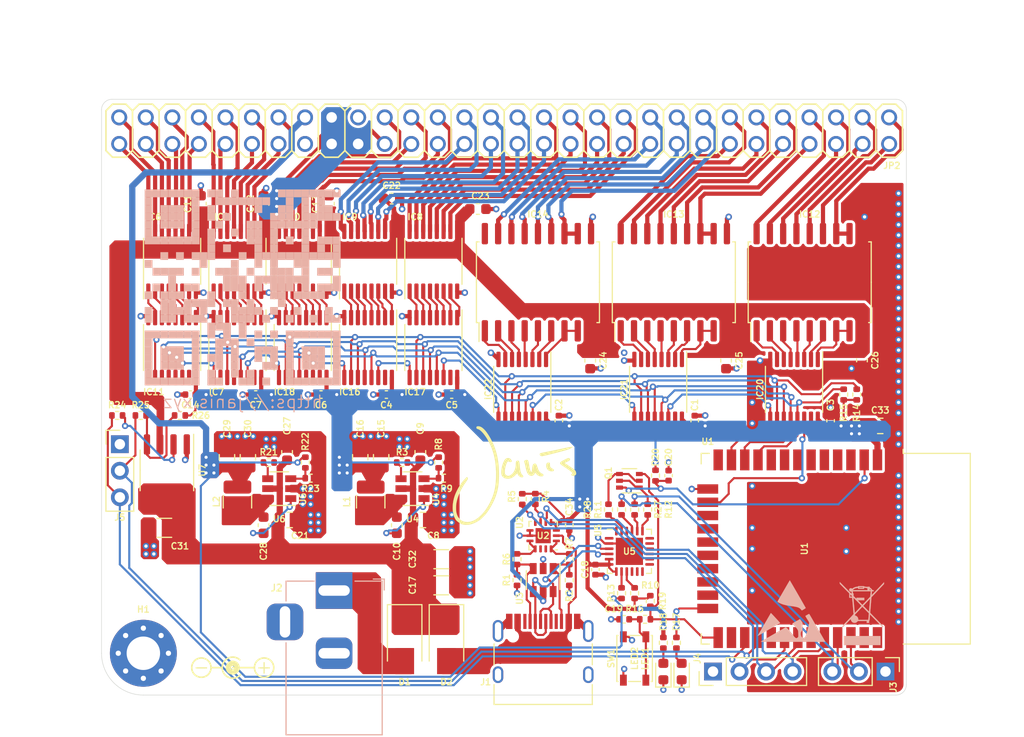
<source format=kicad_pcb>
(kicad_pcb (version 20171130) (host pcbnew "(5.1.9-0-10_14)")
  (layers (0 Top signal) (1 In1.Cu signal) (2 In2.Cu signal) (31 Bottom signal) (34 B.Paste user) (35 F.Paste user) (36 B.SilkS user) (37 F.SilkS user) (38 B.Mask user) (39 F.Mask user) (44 Edge.Cuts user))
  (net 0 "")
  (net 1 GND)
  (net 2 +3V3)
  (net 3 "Net-(C10-Pad1)")
  (net 4 /Z1K)
  (net 5 /Z2K)
  (net 6 "Net-(IC17-Pad1)")
  (net 7 "Net-(IC17-Pad2)")
  (net 8 /Z3K)
  (net 9 "Net-(IC17-Pad3)")
  (net 10 /Z4K)
  (net 11 "Net-(IC17-Pad4)")
  (net 12 /Z5K)
  (net 13 /Z6K)
  (net 14 "Net-(IC17-Pad5)")
  (net 15 "Net-(IC17-Pad6)")
  (net 16 /Z7K)
  (net 17 "Net-(IC17-Pad7)")
  (net 18 /Z8K)
  (net 19 /Z9K)
  (net 20 "Net-(IC16-Pad1)")
  (net 21 "Net-(IC16-Pad2)")
  (net 22 /Z10K)
  (net 23 "Net-(IC16-Pad3)")
  (net 24 /Z11K)
  (net 25 "Net-(IC16-Pad4)")
  (net 26 /Z12K)
  (net 27 /Z13K)
  (net 28 "Net-(IC16-Pad5)")
  (net 29 "Net-(IC16-Pad6)")
  (net 30 /Z14K)
  (net 31 "Net-(IC16-Pad7)")
  (net 32 /Z15K)
  (net 33 /Z16K)
  (net 34 "Net-(IC10-Pad7)")
  (net 35 "Net-(IC10-Pad6)")
  (net 36 /Z17K)
  (net 37 "Net-(IC10-Pad5)")
  (net 38 /Z18K)
  (net 39 "Net-(IC10-Pad4)")
  (net 40 /Z19K)
  (net 41 /Z20K)
  (net 42 "Net-(IC10-Pad3)")
  (net 43 "Net-(IC10-Pad2)")
  (net 44 "Net-(IC10-Pad1)")
  (net 45 /Z7A)
  (net 46 /Z6A)
  (net 47 /Z5A)
  (net 48 /Z4A)
  (net 49 /Z3A)
  (net 50 /Z2A)
  (net 51 /Z1A)
  (net 52 "Net-(IC12-Pad7)")
  (net 53 "Net-(IC12-Pad6)")
  (net 54 "Net-(IC12-Pad5)")
  (net 55 "Net-(IC12-Pad4)")
  (net 56 "Net-(IC12-Pad3)")
  (net 57 "Net-(IC12-Pad2)")
  (net 58 "Net-(IC12-Pad1)")
  (net 59 /Z14A)
  (net 60 /Z13A)
  (net 61 /Z12A)
  (net 62 /Z11A)
  (net 63 /Z10A)
  (net 64 /Z9A)
  (net 65 /Z8A)
  (net 66 "Net-(IC13-Pad7)")
  (net 67 "Net-(IC13-Pad6)")
  (net 68 "Net-(IC13-Pad5)")
  (net 69 "Net-(IC13-Pad4)")
  (net 70 "Net-(IC13-Pad3)")
  (net 71 "Net-(IC13-Pad2)")
  (net 72 "Net-(IC13-Pad1)")
  (net 73 /Z20A)
  (net 74 /Z19A)
  (net 75 /Z18A)
  (net 76 /Z17A)
  (net 77 /Z16A)
  (net 78 /Z15A)
  (net 79 "Net-(IC14-Pad7)")
  (net 80 "Net-(IC14-Pad6)")
  (net 81 "Net-(IC14-Pad5)")
  (net 82 "Net-(IC14-Pad4)")
  (net 83 "Net-(IC14-Pad3)")
  (net 84 "Net-(IC14-Pad2)")
  (net 85 "Net-(IC14-Pad1)")
  (net 86 "Net-(IC16-Pad14)")
  (net 87 "Net-(IC11-Pad10)")
  (net 88 "Net-(IC17-Pad14)")
  (net 89 "Net-(IC16-Pad9)")
  (net 90 "Net-(IC18-Pad9)")
  (net 91 "Net-(IC20-Pad9)")
  (net 92 "Net-(IC21-Pad9)")
  (net 93 /ADR8)
  (net 94 /ADR7)
  (net 95 /ADR6)
  (net 96 /ADR5)
  (net 97 /ADR4)
  (net 98 /ADR3)
  (net 99 /ADR2)
  (net 100 /ADR1)
  (net 101 /B1)
  (net 102 /B0)
  (net 103 /A2)
  (net 104 /A1)
  (net 105 /A0)
  (net 106 /DATA)
  (net 107 "Net-(IC11-Pad14)")
  (net 108 "Net-(IC4-Pad1)")
  (net 109 "Net-(IC4-Pad2)")
  (net 110 "Net-(IC4-Pad3)")
  (net 111 "Net-(IC4-Pad4)")
  (net 112 "Net-(IC4-Pad5)")
  (net 113 "Net-(IC4-Pad6)")
  (net 114 "Net-(IC4-Pad7)")
  (net 115 "Net-(IC11-Pad7)")
  (net 116 "Net-(IC11-Pad6)")
  (net 117 "Net-(IC11-Pad5)")
  (net 118 "Net-(IC11-Pad4)")
  (net 119 "Net-(IC11-Pad3)")
  (net 120 "Net-(IC11-Pad2)")
  (net 121 "Net-(IC11-Pad1)")
  (net 122 VS)
  (net 123 "Net-(C10-Pad2)")
  (net 124 "Net-(C19-Pad2)")
  (net 125 EN)
  (net 126 VBUS)
  (net 127 SCLK)
  (net 128 RCK)
  (net 129 SREN)
  (net 130 MOSI)
  (net 131 CC1)
  (net 132 USB_N)
  (net 133 USB_P)
  (net 134 CC2)
  (net 135 DTR)
  (net 136 RTS)
  (net 137 IO0)
  (net 138 SCL)
  (net 139 SDA)
  (net 140 "Net-(R3-Pad2)")
  (net 141 "Net-(R6-Pad2)")
  (net 142 "Net-(R7-Pad2)")
  (net 143 "Net-(R8-Pad2)")
  (net 144 VBUS_SENSE)
  (net 145 "Net-(R11-Pad2)")
  (net 146 "Net-(R12-Pad2)")
  (net 147 "Net-(R13-Pad2)")
  (net 148 IO2)
  (net 149 TXD)
  (net 150 RXD)
  (net 151 "Net-(C28-Pad2)")
  (net 152 "Net-(C28-Pad1)")
  (net 153 "Net-(D1-Pad2)")
  (net 154 "Net-(R21-Pad2)")
  (net 155 "Net-(R22-Pad2)")
  (net 156 INT_N)
  (net 157 "Net-(LED1-Pad2)")
  (net 158 "Net-(LED2-Pad2)")
  (net 159 VSS)
  (net 160 +5VD)
  (net 161 SW_ST)
  (net 162 SW_IN)
  (net 163 "Net-(R24-Pad1)")
  (net 164 "Net-(R25-Pad2)")
  (net 165 RXD0)
  (net 166 TXD0)
  (module Logos_jan1s:jan1s_12mm (layer Top) (at 149.25 103)
    (fp_text reference G*** hide)
    (fp_text value LOGO hide)
  )
  (module Symbol:Symbol_Barrel_Polarity (layer Top) (at 122.3 121.3)
    (fp_text reference REF** hide)
    (fp_text value Symbol_Barrel_Polarity)
  )
  (module Symbol:WEEE-Logo_4.2x6mm_SilkScreen (layer Bottom) (at 182.5 116.2 180)
    (fp_text reference REF** hide)
    (fp_text value WEEE-Logo_4.2x6mm_SilkScreen hide)
  )
  (module Symbol:ESD-Logo_6.6x6mm_SilkScreen (layer Bottom) (at 175.75 115.95 180)
    (fp_text reference REF** hide)
    (fp_text value ESD-Logo_6.6x6mm_SilkScreen hide)
  )
  (module Logos_jan1s:QR_janis.xyz_0.75 (layer Bottom) (at 123.25 85)
    (fp_text reference QR***** hide)
    (fp_text value https://janis.xyz (at 0 10.95) (layer B.SilkS) (effects (font (size 1.2 1.2) (thickness 0.12)) (justify mirror)))
  )
  (module Capacitor_SMD:C_0402_1005Metric (layer Top) (at 154.5 107.75 90)
    (fp_text reference C34 (at 1.75 0 90) (layer F.SilkS) (effects (font (size 0.6 0.6) (thickness 0.12))))
    (fp_text value 100n)
    (pad 2 smd roundrect (at 0.48 0 90) (size 0.56 0.62) (layers Top F.Paste F.Mask) (net 2 +3V3))
    (pad 1 smd roundrect (at -0.48 0 90) (size 0.56 0.62) (layers Top F.Paste F.Mask) (net 1 GND))
  )
  (module LED_SMD:LED_0603_1608Metric (layer Top) (at 163.5 121.75 90)
    (fp_text reference LED2 (at 1.25 -2.75 90) (layer F.SilkS) (effects (font (size 0.6 0.6) (thickness 0.12))))
    (fp_text value LED)
    (pad 2 smd roundrect (at 0.7875 0 90) (size 0.875 0.95) (layers Top F.Paste F.Mask) (net 158 "Net-(LED2-Pad2)"))
    (pad 1 smd roundrect (at -0.7875 0 90) (size 0.875 0.95) (layers Top F.Paste F.Mask) (net 1 GND))
  )
  (module LED_SMD:LED_0603_1608Metric (layer Top) (at 165.25 121.75 90)
    (fp_text reference LED1 (at 1.25 -3.5 90) (layer F.SilkS) (effects (font (size 0.6 0.6) (thickness 0.12))))
    (fp_text value LED)
    (pad 2 smd roundrect (at 0.7875 0 90) (size 0.875 0.95) (layers Top F.Paste F.Mask) (net 157 "Net-(LED1-Pad2)"))
    (pad 1 smd roundrect (at -0.7875 0 90) (size 0.875 0.95) (layers Top F.Paste F.Mask) (net 1 GND))
  )
  (module Capacitor_SMD:C_0603_1608Metric (layer Top) (at 125.25 107.75 270)
    (fp_text reference C28 (at 2.5 0 90) (layer F.SilkS) (effects (font (size 0.6 0.6) (thickness 0.12))))
    (fp_text value "100n 50V")
    (pad 2 smd roundrect (at 0.775 0 270) (size 0.9 0.95) (layers Top F.Paste F.Mask) (net 151 "Net-(C28-Pad2)"))
    (pad 1 smd roundrect (at -0.775 0 270) (size 0.9 0.95) (layers Top F.Paste F.Mask) (net 152 "Net-(C28-Pad1)"))
  )
  (module Capacitor_SMD:C_0603_1608Metric (layer Top) (at 182.5 91.975 270)
    (fp_text reference C26 (at 0 -1.25 90) (layer F.SilkS) (effects (font (size 0.6 0.6) (thickness 0.12))))
    (fp_text value "100n 50V")
    (pad 2 smd roundrect (at 0.775 0 270) (size 0.9 0.95) (layers Top F.Paste F.Mask) (net 1 GND))
    (pad 1 smd roundrect (at -0.775 0 270) (size 0.9 0.95) (layers Top F.Paste F.Mask) (net 159 VSS))
  )
  (module Capacitor_SMD:C_0603_1608Metric (layer Top) (at 169.5 92 270)
    (fp_text reference C25 (at 0 -1.25 90) (layer F.SilkS) (effects (font (size 0.6 0.6) (thickness 0.12))))
    (fp_text value "100n 50V")
    (pad 2 smd roundrect (at 0.775 0 270) (size 0.9 0.95) (layers Top F.Paste F.Mask) (net 1 GND))
    (pad 1 smd roundrect (at -0.775 0 270) (size 0.9 0.95) (layers Top F.Paste F.Mask) (net 159 VSS))
  )
  (module Capacitor_SMD:C_0603_1608Metric (layer Top) (at 156.5011 92 270)
    (fp_text reference C24 (at 0 -1.2489 90) (layer F.SilkS) (effects (font (size 0.6 0.6) (thickness 0.12))))
    (fp_text value "100n 50V")
    (pad 2 smd roundrect (at 0.775 0 270) (size 0.9 0.95) (layers Top F.Paste F.Mask) (net 1 GND))
    (pad 1 smd roundrect (at -0.775 0 270) (size 0.9 0.95) (layers Top F.Paste F.Mask) (net 159 VSS))
  )
  (module Capacitor_SMD:C_0603_1608Metric (layer Top) (at 145.75 77.5)
    (fp_text reference C23 (at 0.25 -1.25) (layer F.SilkS) (effects (font (size 0.6 0.6) (thickness 0.12))))
    (fp_text value "100n 50V")
    (pad 2 smd roundrect (at 0.775 0) (size 0.9 0.95) (layers Top F.Paste F.Mask) (net 1 GND))
    (pad 1 smd roundrect (at -0.775 0) (size 0.9 0.95) (layers Top F.Paste F.Mask) (net 159 VSS))
  )
  (module Capacitor_SMD:C_0603_1608Metric (layer Top) (at 137.5 76.5)
    (fp_text reference C22 (at 0 -1.25) (layer F.SilkS) (effects (font (size 0.6 0.6) (thickness 0.12))))
    (fp_text value "100n 50V")
    (pad 2 smd roundrect (at 0.775 0) (size 0.9 0.95) (layers Top F.Paste F.Mask) (net 1 GND))
    (pad 1 smd roundrect (at -0.775 0) (size 0.9 0.95) (layers Top F.Paste F.Mask) (net 159 VSS))
  )
  (module Capacitor_SMD:C_0603_1608Metric (layer Top) (at 131.5 77 90)
    (fp_text reference C13 (at 0 -1.25 90) (layer F.SilkS) (effects (font (size 0.6 0.6) (thickness 0.12))))
    (fp_text value "100n 50V")
    (pad 2 smd roundrect (at 0.775 0 90) (size 0.9 0.95) (layers Top F.Paste F.Mask) (net 1 GND))
    (pad 1 smd roundrect (at -0.775 0 90) (size 0.9 0.95) (layers Top F.Paste F.Mask) (net 159 VSS))
  )
  (module Capacitor_SMD:C_0603_1608Metric (layer Top) (at 125.25 77 90)
    (fp_text reference C12 (at 0 -1.25 90) (layer F.SilkS) (effects (font (size 0.6 0.6) (thickness 0.12))))
    (fp_text value "100n 50V")
    (pad 2 smd roundrect (at 0.775 0 90) (size 0.9 0.95) (layers Top F.Paste F.Mask) (net 1 GND))
    (pad 1 smd roundrect (at -0.775 0 90) (size 0.9 0.95) (layers Top F.Paste F.Mask) (net 159 VSS))
  )
  (module Capacitor_SMD:C_0603_1608Metric (layer Top) (at 119.25 77 90)
    (fp_text reference C11 (at 0 -1.25 90) (layer F.SilkS) (effects (font (size 0.6 0.6) (thickness 0.12))))
    (fp_text value "100n 50V")
    (pad 2 smd roundrect (at 0.775 0 90) (size 0.9 0.95) (layers Top F.Paste F.Mask) (net 1 GND))
    (pad 1 smd roundrect (at -0.775 0 90) (size 0.9 0.95) (layers Top F.Paste F.Mask) (net 159 VSS))
  )
  (module Capacitor_SMD:C_0603_1608Metric (layer Top) (at 138 107.75 270)
    (fp_text reference C10 (at 2.5 0 90) (layer F.SilkS) (effects (font (size 0.6 0.6) (thickness 0.12))))
    (fp_text value "100n 50V")
    (pad 2 smd roundrect (at 0.775 0 270) (size 0.9 0.95) (layers Top F.Paste F.Mask) (net 123 "Net-(C10-Pad2)"))
    (pad 1 smd roundrect (at -0.775 0 270) (size 0.9 0.95) (layers Top F.Paste F.Mask) (net 3 "Net-(C10-Pad1)"))
  )
  (module Connector_PinHeader_2.54mm:PinHeader_1x03_P2.54mm_Vertical (layer Top) (at 184.75 121.75 270)
    (fp_text reference J3 (at 1.5 -0.75 90) (layer F.SilkS) (effects (font (size 0.6 0.6) (thickness 0.12))))
    (fp_text value Conn_01x03)
    (pad 3 thru_hole oval (at 0 5.08 270) (size 1.7 1.7) (drill 1) (layers *.Cu *.Mask) (net 165 RXD0))
    (pad 2 thru_hole oval (at 0 2.54 270) (size 1.7 1.7) (drill 1) (layers *.Cu *.Mask) (net 166 TXD0))
    (pad 1 thru_hole rect (at 0 0 270) (size 1.7 1.7) (drill 1) (layers *.Cu *.Mask) (net 1 GND))
  )
  (module RF_Module:ESP32-WROOM-32 (layer Top) (at 177 110 270)
    (fp_text reference U1 (at -10.25 9.25) (layer F.SilkS) (effects (font (size 0.6 0.6) (thickness 0.12))))
    (fp_text value ESP32-WROOM-32D)
    (fp_text user %R (at 0 0 90) (layer F.SilkS) (effects (font (size 0.6 0.6) (thickness 0.12))))
    (pad 38 smd rect (at 8.5 -8.255 270) (size 2 0.9) (layers Top F.Paste F.Mask) (net 1 GND))
    (pad 37 smd rect (at 8.5 -6.985 270) (size 2 0.9) (layers Top F.Paste F.Mask))
    (pad 36 smd rect (at 8.5 -5.715 270) (size 2 0.9) (layers Top F.Paste F.Mask))
    (pad 35 smd rect (at 8.5 -4.445 270) (size 2 0.9) (layers Top F.Paste F.Mask) (net 166 TXD0))
    (pad 34 smd rect (at 8.5 -3.175 270) (size 2 0.9) (layers Top F.Paste F.Mask) (net 165 RXD0))
    (pad 33 smd rect (at 8.5 -1.905 270) (size 2 0.9) (layers Top F.Paste F.Mask) (net 156 INT_N))
    (pad 32 smd rect (at 8.5 -0.635 270) (size 2 0.9) (layers Top F.Paste F.Mask))
    (pad 31 smd rect (at 8.5 0.635 270) (size 2 0.9) (layers Top F.Paste F.Mask) (net 138 SCL))
    (pad 30 smd rect (at 8.5 1.905 270) (size 2 0.9) (layers Top F.Paste F.Mask) (net 139 SDA))
    (pad 29 smd rect (at 8.5 3.175 270) (size 2 0.9) (layers Top F.Paste F.Mask))
    (pad 28 smd rect (at 8.5 4.445 270) (size 2 0.9) (layers Top F.Paste F.Mask) (net 161 SW_ST))
    (pad 27 smd rect (at 8.5 5.715 270) (size 2 0.9) (layers Top F.Paste F.Mask) (net 162 SW_IN))
    (pad 26 smd rect (at 8.5 6.985 270) (size 2 0.9) (layers Top F.Paste F.Mask))
    (pad 25 smd rect (at 8.5 8.255 270) (size 2 0.9) (layers Top F.Paste F.Mask) (net 137 IO0))
    (pad 24 smd rect (at 5.715 9.255) (size 2 0.9) (layers Top F.Paste F.Mask) (net 148 IO2))
    (pad 23 smd rect (at 4.445 9.255) (size 2 0.9) (layers Top F.Paste F.Mask))
    (pad 22 smd rect (at 3.175 9.255) (size 2 0.9) (layers Top F.Paste F.Mask))
    (pad 21 smd rect (at 1.905 9.255) (size 2 0.9) (layers Top F.Paste F.Mask))
    (pad 20 smd rect (at 0.635 9.255) (size 2 0.9) (layers Top F.Paste F.Mask))
    (pad 19 smd rect (at -0.635 9.255) (size 2 0.9) (layers Top F.Paste F.Mask))
    (pad 18 smd rect (at -1.905 9.255) (size 2 0.9) (layers Top F.Paste F.Mask))
    (pad 17 smd rect (at -3.175 9.255) (size 2 0.9) (layers Top F.Paste F.Mask))
    (pad 16 smd rect (at -4.445 9.255) (size 2 0.9) (layers Top F.Paste F.Mask) (net 130 MOSI))
    (pad 15 smd rect (at -5.715 9.255) (size 2 0.9) (layers Top F.Paste F.Mask) (net 1 GND))
    (pad 14 smd rect (at -8.5 8.255 270) (size 2 0.9) (layers Top F.Paste F.Mask))
    (pad 13 smd rect (at -8.5 6.985 270) (size 2 0.9) (layers Top F.Paste F.Mask) (net 127 SCLK))
    (pad 12 smd rect (at -8.5 5.715 270) (size 2 0.9) (layers Top F.Paste F.Mask) (net 128 RCK))
    (pad 11 smd rect (at -8.5 4.445 270) (size 2 0.9) (layers Top F.Paste F.Mask) (net 129 SREN))
    (pad 10 smd rect (at -8.5 3.175 270) (size 2 0.9) (layers Top F.Paste F.Mask))
    (pad 9 smd rect (at -8.5 1.905 270) (size 2 0.9) (layers Top F.Paste F.Mask))
    (pad 8 smd rect (at -8.5 0.635 270) (size 2 0.9) (layers Top F.Paste F.Mask))
    (pad 7 smd rect (at -8.5 -0.635 270) (size 2 0.9) (layers Top F.Paste F.Mask))
    (pad 6 smd rect (at -8.5 -1.905 270) (size 2 0.9) (layers Top F.Paste F.Mask))
    (pad 5 smd rect (at -8.5 -3.175 270) (size 2 0.9) (layers Top F.Paste F.Mask))
    (pad 4 smd rect (at -8.5 -4.445 270) (size 2 0.9) (layers Top F.Paste F.Mask))
    (pad 3 smd rect (at -8.5 -5.715 270) (size 2 0.9) (layers Top F.Paste F.Mask) (net 125 EN))
    (pad 2 smd rect (at -8.5 -6.985 270) (size 2 0.9) (layers Top F.Paste F.Mask) (net 2 +3V3))
    (pad 1 smd rect (at -8.5 -8.255 270) (size 2 0.9) (layers Top F.Paste F.Mask) (net 1 GND))
    (pad 39 smd rect (at -1 -0.755 270) (size 5 5) (layers Top F.Paste F.Mask) (net 1 GND))
  )
  (module Resistor_SMD:R_0402_1005Metric (layer Top) (at 159.5 106.25 90)
    (fp_text reference R28 (at 0 -3.25 90) (layer F.SilkS) (effects (font (size 0.6 0.6) (thickness 0.12))))
    (fp_text value 470R)
    (pad 2 smd roundrect (at 0.51 0 90) (size 0.54 0.64) (layers Top F.Paste F.Mask) (net 165 RXD0))
    (pad 1 smd roundrect (at -0.51 0 90) (size 0.54 0.64) (layers Top F.Paste F.Mask) (net 149 TXD))
  )
  (module Resistor_SMD:R_0402_1005Metric (layer Top) (at 160.75 106.25 270)
    (fp_text reference R27 (at 0 -2.25 90) (layer F.SilkS) (effects (font (size 0.6 0.6) (thickness 0.12))))
    (fp_text value 470R)
    (pad 2 smd roundrect (at 0.51 0 270) (size 0.54 0.64) (layers Top F.Paste F.Mask) (net 150 RXD))
    (pad 1 smd roundrect (at -0.51 0 270) (size 0.54 0.64) (layers Top F.Paste F.Mask) (net 166 TXD0))
  )
  (module Connector_PinHeader_2.54mm:PinHeader_1x03_P2.54mm_Vertical (layer Top) (at 111.5 100)
    (fp_text reference J5 (at 0 7) (layer F.SilkS) (effects (font (size 0.6 0.6) (thickness 0.12))))
    (fp_text value Conn_01x03)
    (pad 3 thru_hole oval (at 0 5.08) (size 1.7 1.7) (drill 1) (layers *.Cu *.Mask) (net 162 SW_IN))
    (pad 2 thru_hole oval (at 0 2.54) (size 1.7 1.7) (drill 1) (layers *.Cu *.Mask) (net 161 SW_ST))
    (pad 1 thru_hole rect (at 0 0) (size 1.7 1.7) (drill 1) (layers *.Cu *.Mask) (net 1 GND))
  )
  (module Connector_PinHeader_2.54mm:PinHeader_1x04_P2.54mm_Vertical (layer Top) (at 168.25 121.75 90)
    (fp_text reference J4 (at 1.25 -1.5 90) (layer F.SilkS) (effects (font (size 0.6 0.6) (thickness 0.12))))
    (fp_text value Conn_01x04)
    (pad 4 thru_hole oval (at 0 7.62 90) (size 1.7 1.7) (drill 1) (layers *.Cu *.Mask) (net 156 INT_N))
    (pad 3 thru_hole oval (at 0 5.08 90) (size 1.7 1.7) (drill 1) (layers *.Cu *.Mask) (net 138 SCL))
    (pad 2 thru_hole oval (at 0 2.54 90) (size 1.7 1.7) (drill 1) (layers *.Cu *.Mask) (net 139 SDA))
    (pad 1 thru_hole rect (at 0 0 90) (size 1.7 1.7) (drill 1) (layers *.Cu *.Mask) (net 1 GND))
  )
  (module Resistor_SMD:R_0402_1005Metric (layer Top) (at 117.25 97.25)
    (fp_text reference R26 (at 2 0) (layer F.SilkS) (effects (font (size 0.6 0.6) (thickness 0.12))))
    (fp_text value 10k)
    (pad 2 smd roundrect (at 0.51 0) (size 0.54 0.64) (layers Top F.Paste F.Mask) (net 2 +3V3))
    (pad 1 smd roundrect (at -0.51 0) (size 0.54 0.64) (layers Top F.Paste F.Mask) (net 164 "Net-(R25-Pad2)"))
  )
  (module Resistor_SMD:R_0402_1005Metric (layer Top) (at 113.5 97.25)
    (fp_text reference R25 (at 0 -1) (layer F.SilkS) (effects (font (size 0.6 0.6) (thickness 0.12))))
    (fp_text value 1k)
    (pad 2 smd roundrect (at 0.51 0) (size 0.54 0.64) (layers Top F.Paste F.Mask) (net 164 "Net-(R25-Pad2)"))
    (pad 1 smd roundrect (at -0.51 0) (size 0.54 0.64) (layers Top F.Paste F.Mask) (net 161 SW_ST))
  )
  (module Resistor_SMD:R_0402_1005Metric (layer Top) (at 111.25 97.25 180)
    (fp_text reference R24 (at 0 1) (layer F.SilkS) (effects (font (size 0.6 0.6) (thickness 0.12))))
    (fp_text value 1k)
    (pad 2 smd roundrect (at 0.51 0 180) (size 0.54 0.64) (layers Top F.Paste F.Mask) (net 162 SW_IN))
    (pad 1 smd roundrect (at -0.51 0 180) (size 0.54 0.64) (layers Top F.Paste F.Mask) (net 163 "Net-(R24-Pad1)"))
  )
  (module Capacitor_SMD:C_0805_2012Metric (layer Top) (at 184.25 98.25 180)
    (fp_text reference C33 (at 0 1.5) (layer F.SilkS) (effects (font (size 0.6 0.6) (thickness 0.12))))
    (fp_text value "10u 25V")
    (pad 2 smd roundrect (at 0.95 0 180) (size 1 1.45) (layers Top F.Paste F.Mask) (net 2 +3V3))
    (pad 1 smd roundrect (at -0.95 0 180) (size 1 1.45) (layers Top F.Paste F.Mask) (net 1 GND))
  )
  (module Capacitor_SMD:C_1206_3216Metric (layer Top) (at 142.25 111 180)
    (fp_text reference C32 (at 2.75 0 90) (layer F.SilkS) (effects (font (size 0.6 0.6) (thickness 0.12))))
    (fp_text value "10u 50V")
    (pad 2 smd roundrect (at 1.475 0 180) (size 1.15 1.8) (layers Top F.Paste F.Mask) (roundrect_rratio 0.2173904347826087) (net 122 VS))
    (pad 1 smd roundrect (at -1.475 0 180) (size 1.15 1.8) (layers Top F.Paste F.Mask) (roundrect_rratio 0.2173904347826087) (net 1 GND))
  )
  (module Capacitor_SMD:C_1206_3216Metric (layer Top) (at 115.75 108)
    (fp_text reference C31 (at 1.5 1.75) (layer F.SilkS) (effects (font (size 0.6 0.6) (thickness 0.12))))
    (fp_text value "10u 50V")
    (pad 2 smd roundrect (at 1.475 0) (size 1.15 1.8) (layers Top F.Paste F.Mask) (roundrect_rratio 0.2173904347826087) (net 122 VS))
    (pad 1 smd roundrect (at -1.475 0) (size 1.15 1.8) (layers Top F.Paste F.Mask) (roundrect_rratio 0.2173904347826087) (net 1 GND))
  )
  (module Capacitor_SMD:C_1206_3216Metric (layer Top) (at 142.25 113.5 180)
    (fp_text reference C17 (at 2.75 0 90) (layer F.SilkS) (effects (font (size 0.6 0.6) (thickness 0.12))))
    (fp_text value "10u 50V")
    (pad 2 smd roundrect (at 1.475 0 180) (size 1.15 1.8) (layers Top F.Paste F.Mask) (roundrect_rratio 0.2173904347826087) (net 122 VS))
    (pad 1 smd roundrect (at -1.475 0 180) (size 1.15 1.8) (layers Top F.Paste F.Mask) (roundrect_rratio 0.2173904347826087) (net 1 GND))
  )
  (module Connector_BarrelJack:BarrelJack_Horizontal (layer Bottom) (at 132 114 90)
    (fp_text reference J2 (at 0.25 -5.5 180) (layer F.SilkS) (effects (font (size 0.65 0.65) (thickness 0.12))))
    (fp_text value Barrel_Jack_Switch)
    (pad 3 thru_hole roundrect (at -3 -4.7 90) (size 3.5 3.5) (drill oval 3 1) (layers *.Cu *.Mask))
    (pad 2 thru_hole roundrect (at -6 0 90) (size 3 3.5) (drill oval 1 3) (layers *.Cu *.Mask) (net 1 GND))
    (pad 1 thru_hole rect (at 0 0 90) (size 3.5 3.5) (drill oval 1 3) (layers *.Cu *.Mask) (net 153 "Net-(D1-Pad2)"))
  )
  (module Package_SO:SOIC-8_3.9x4.9mm_P1.27mm (layer Top) (at 116 102.5 270)
    (fp_text reference U7 (at 0 -3.4 90) (layer F.SilkS) (effects (font (size 0.6 0.6) (thickness 0.12))))
    (fp_text value BSP742R)
    (pad 8 smd roundrect (at 2.475 -1.905 270) (size 1.95 0.6) (layers Top F.Paste F.Mask) (net 122 VS))
    (pad 7 smd roundrect (at 2.475 -0.635 270) (size 1.95 0.6) (layers Top F.Paste F.Mask) (net 122 VS))
    (pad 6 smd roundrect (at 2.475 0.635 270) (size 1.95 0.6) (layers Top F.Paste F.Mask) (net 122 VS))
    (pad 5 smd roundrect (at 2.475 1.905 270) (size 1.95 0.6) (layers Top F.Paste F.Mask) (net 122 VS))
    (pad 4 smd roundrect (at -2.475 1.905 270) (size 1.95 0.6) (layers Top F.Paste F.Mask) (net 164 "Net-(R25-Pad2)"))
    (pad 3 smd roundrect (at -2.475 0.635 270) (size 1.95 0.6) (layers Top F.Paste F.Mask) (net 159 VSS))
    (pad 2 smd roundrect (at -2.475 -0.635 270) (size 1.95 0.6) (layers Top F.Paste F.Mask) (net 163 "Net-(R24-Pad1)"))
    (pad 1 smd roundrect (at -2.475 -1.905 270) (size 1.95 0.6) (layers Top F.Paste F.Mask) (net 1 GND))
  )
  (module Capacitor_SMD:C_0603_1608Metric (layer Top) (at 127.5 100.75 270)
    (fp_text reference C27 (at -2.5 0 90) (layer F.SilkS) (effects (font (size 0.6 0.6) (thickness 0.12))))
    (fp_text value "100n 50V")
    (pad 2 smd roundrect (at 0.775 0 270) (size 0.9 0.95) (layers Top F.Paste F.Mask) (net 122 VS))
    (pad 1 smd roundrect (at -0.775 0 270) (size 0.9 0.95) (layers Top F.Paste F.Mask) (net 1 GND))
  )
  (module Capacitor_SMD:C_0603_1608Metric (layer Top) (at 140.25 100.75 270)
    (fp_text reference C9 (at -2.25 0 90) (layer F.SilkS) (effects (font (size 0.6 0.6) (thickness 0.12))))
    (fp_text value "100n 50V")
    (pad 2 smd roundrect (at 0.775 0 270) (size 0.9 0.95) (layers Top F.Paste F.Mask) (net 122 VS))
    (pad 1 smd roundrect (at -0.775 0 270) (size 0.9 0.95) (layers Top F.Paste F.Mask) (net 1 GND))
  )
  (module MountingHole:MountingHole_3.2mm_M3_Pad_Via (layer Top) (at 113.75 120)
    (fp_text reference H1 (at 0 -4.2) (layer F.SilkS) (effects (font (size 0.6 0.6) (thickness 0.12))))
    (fp_text value MountingHole_Pad)
    (fp_text user %R (at 0.3 0) (layer F.SilkS) (effects (font (size 0.6 0.6) (thickness 0.12))))
    (pad 1 thru_hole circle (at 1.697056 -1.697056) (size 0.8 0.8) (drill 0.5) (layers *.Cu *.Mask) (net 1 GND))
    (pad 1 thru_hole circle (at 0 -2.4) (size 0.8 0.8) (drill 0.5) (layers *.Cu *.Mask) (net 1 GND))
    (pad 1 thru_hole circle (at -1.697056 -1.697056) (size 0.8 0.8) (drill 0.5) (layers *.Cu *.Mask) (net 1 GND))
    (pad 1 thru_hole circle (at -2.4 0) (size 0.8 0.8) (drill 0.5) (layers *.Cu *.Mask) (net 1 GND))
    (pad 1 thru_hole circle (at -1.697056 1.697056) (size 0.8 0.8) (drill 0.5) (layers *.Cu *.Mask) (net 1 GND))
    (pad 1 thru_hole circle (at 0 2.4) (size 0.8 0.8) (drill 0.5) (layers *.Cu *.Mask) (net 1 GND))
    (pad 1 thru_hole circle (at 1.697056 1.697056) (size 0.8 0.8) (drill 0.5) (layers *.Cu *.Mask) (net 1 GND))
    (pad 1 thru_hole circle (at 2.4 0) (size 0.8 0.8) (drill 0.5) (layers *.Cu *.Mask) (net 1 GND))
    (pad 1 thru_hole circle (at 0 0) (size 6.4 6.4) (drill 3.2) (layers *.Cu *.Mask) (net 1 GND))
  )
  (module Package_TO_SOT_SMD:SOT-23-6 (layer Top) (at 126.75 104.25 180)
    (fp_text reference U6 (at 0 -2.9) (layer F.SilkS) (effects (font (size 0.6 0.6) (thickness 0.12))))
    (fp_text value SY8201)
    (fp_text user %R (at -2.25 -1 90) (layer F.SilkS) (effects (font (size 0.6 0.6) (thickness 0.12))))
    (pad 5 smd rect (at 1.1 0 180) (size 1.06 0.65) (layers Top F.Paste F.Mask) (net 122 VS))
    (pad 6 smd rect (at 1.1 -0.95 180) (size 1.06 0.65) (layers Top F.Paste F.Mask) (net 152 "Net-(C28-Pad1)"))
    (pad 4 smd rect (at 1.1 0.95 180) (size 1.06 0.65) (layers Top F.Paste F.Mask) (net 154 "Net-(R21-Pad2)"))
    (pad 3 smd rect (at -1.1 0.95 180) (size 1.06 0.65) (layers Top F.Paste F.Mask) (net 155 "Net-(R22-Pad2)"))
    (pad 2 smd rect (at -1.1 0 180) (size 1.06 0.65) (layers Top F.Paste F.Mask) (net 1 GND))
    (pad 1 smd rect (at -1.1 -0.95 180) (size 1.06 0.65) (layers Top F.Paste F.Mask) (net 151 "Net-(C28-Pad2)"))
  )
  (module Resistor_SMD:R_0402_1005Metric (layer Top) (at 129.75 103.25)
    (fp_text reference R23 (at 0 1) (layer F.SilkS) (effects (font (size 0.6 0.6) (thickness 0.12))))
    (fp_text value 15k)
    (pad 2 smd roundrect (at 0.51 0) (size 0.54 0.64) (layers Top F.Paste F.Mask) (net 1 GND))
    (pad 1 smd roundrect (at -0.51 0) (size 0.54 0.64) (layers Top F.Paste F.Mask) (net 155 "Net-(R22-Pad2)"))
  )
  (module Resistor_SMD:R_0402_1005Metric (layer Top) (at 129.25 101.75 270)
    (fp_text reference R22 (at -2 0 90) (layer F.SilkS) (effects (font (size 0.6 0.6) (thickness 0.12))))
    (fp_text value 110k)
    (pad 2 smd roundrect (at 0.51 0 270) (size 0.54 0.64) (layers Top F.Paste F.Mask) (net 155 "Net-(R22-Pad2)"))
    (pad 1 smd roundrect (at -0.51 0 270) (size 0.54 0.64) (layers Top F.Paste F.Mask) (net 160 +5VD))
  )
  (module Resistor_SMD:R_0402_1005Metric (layer Top) (at 125.75 101.75 180)
    (fp_text reference R21 (at 0 1) (layer F.SilkS) (effects (font (size 0.6 0.6) (thickness 0.12))))
    (fp_text value 100k)
    (pad 2 smd roundrect (at 0.51 0 180) (size 0.54 0.64) (layers Top F.Paste F.Mask) (net 154 "Net-(R21-Pad2)"))
    (pad 1 smd roundrect (at -0.51 0 180) (size 0.54 0.64) (layers Top F.Paste F.Mask) (net 122 VS))
  )
  (module Inductor_SMD:L_1210_3225Metric (layer Top) (at 122.75 105.5 90)
    (fp_text reference L2 (at 0 -2 90) (layer F.SilkS) (effects (font (size 0.6 0.6) (thickness 0.12))))
    (fp_text value 4u7)
    (pad 2 smd roundrect (at 1.4 0 90) (size 1.25 2.65) (layers Top F.Paste F.Mask) (roundrect_rratio 0.2) (net 160 +5VD))
    (pad 1 smd roundrect (at -1.4 0 90) (size 1.25 2.65) (layers Top F.Paste F.Mask) (roundrect_rratio 0.2) (net 152 "Net-(C28-Pad1)"))
  )
  (module Capacitor_SMD:C_0805_2012Metric (layer Top) (at 123.75 101.25 270)
    (fp_text reference C30 (at -2.75 0 90) (layer F.SilkS) (effects (font (size 0.6 0.6) (thickness 0.12))))
    (fp_text value "10u 25V")
    (pad 2 smd roundrect (at 0.95 0 270) (size 1 1.45) (layers Top F.Paste F.Mask) (net 160 +5VD))
    (pad 1 smd roundrect (at -0.95 0 270) (size 1 1.45) (layers Top F.Paste F.Mask) (net 1 GND))
  )
  (module Capacitor_SMD:C_0805_2012Metric (layer Top) (at 121.75 101.25 270)
    (fp_text reference C29 (at -2.75 0 90) (layer F.SilkS) (effects (font (size 0.6 0.6) (thickness 0.12))))
    (fp_text value "10u 25V")
    (pad 2 smd roundrect (at 0.95 0 270) (size 1 1.45) (layers Top F.Paste F.Mask) (net 160 +5VD))
    (pad 1 smd roundrect (at -0.95 0 270) (size 1 1.45) (layers Top F.Paste F.Mask) (net 1 GND))
  )
  (module Capacitor_SMD:C_0805_2012Metric (layer Top) (at 127.75 107.25 180)
    (fp_text reference C21 (at -1 -1.5) (layer F.SilkS) (effects (font (size 0.6 0.6) (thickness 0.12))))
    (fp_text value "10u 25V")
    (pad 2 smd roundrect (at 0.95 0 180) (size 1 1.45) (layers Top F.Paste F.Mask) (net 122 VS))
    (pad 1 smd roundrect (at -0.95 0 180) (size 1 1.45) (layers Top F.Paste F.Mask) (net 1 GND))
  )
  (module Package_SO:TSSOP-16_4.4x5mm_P0.65mm (layer Top) (at 129 82.5 90)
    (fp_text reference IC10 (at 4.25 -1.25) (layer F.SilkS) (effects (font (size 0.6 0.6) (thickness 0.12))))
    (fp_text value ULN2003AD)
    (pad 16 smd roundrect (at 2.8625 -2.275 90) (size 1.475 0.4) (layers Top F.Paste F.Mask))
    (pad 15 smd roundrect (at 2.8625 -1.625 90) (size 1.475 0.4) (layers Top F.Paste F.Mask) (net 41 /Z20K))
    (pad 14 smd roundrect (at 2.8625 -0.975 90) (size 1.475 0.4) (layers Top F.Paste F.Mask) (net 40 /Z19K))
    (pad 13 smd roundrect (at 2.8625 -0.325 90) (size 1.475 0.4) (layers Top F.Paste F.Mask) (net 38 /Z18K))
    (pad 12 smd roundrect (at 2.8625 0.325 90) (size 1.475 0.4) (layers Top F.Paste F.Mask) (net 36 /Z17K))
    (pad 11 smd roundrect (at 2.8625 0.975 90) (size 1.475 0.4) (layers Top F.Paste F.Mask) (net 33 /Z16K))
    (pad 10 smd roundrect (at 2.8625 1.625 90) (size 1.475 0.4) (layers Top F.Paste F.Mask) (net 32 /Z15K))
    (pad 9 smd roundrect (at 2.8625 2.275 90) (size 1.475 0.4) (layers Top F.Paste F.Mask) (net 159 VSS))
    (pad 8 smd roundrect (at -2.8625 2.275 90) (size 1.475 0.4) (layers Top F.Paste F.Mask) (net 1 GND))
    (pad 7 smd roundrect (at -2.8625 1.625 90) (size 1.475 0.4) (layers Top F.Paste F.Mask) (net 34 "Net-(IC10-Pad7)"))
    (pad 6 smd roundrect (at -2.8625 0.975 90) (size 1.475 0.4) (layers Top F.Paste F.Mask) (net 35 "Net-(IC10-Pad6)"))
    (pad 5 smd roundrect (at -2.8625 0.325 90) (size 1.475 0.4) (layers Top F.Paste F.Mask) (net 37 "Net-(IC10-Pad5)"))
    (pad 4 smd roundrect (at -2.8625 -0.325 90) (size 1.475 0.4) (layers Top F.Paste F.Mask) (net 39 "Net-(IC10-Pad4)"))
    (pad 3 smd roundrect (at -2.8625 -0.975 90) (size 1.475 0.4) (layers Top F.Paste F.Mask) (net 42 "Net-(IC10-Pad3)"))
    (pad 2 smd roundrect (at -2.8625 -1.625 90) (size 1.475 0.4) (layers Top F.Paste F.Mask) (net 43 "Net-(IC10-Pad2)"))
    (pad 1 smd roundrect (at -2.8625 -2.275 90) (size 1.475 0.4) (layers Top F.Paste F.Mask) (net 44 "Net-(IC10-Pad1)"))
  )
  (module Package_SO:TSSOP-16_4.4x5mm_P0.65mm (layer Top) (at 135.25 82.5 90)
    (fp_text reference IC9 (at 4.25 -1.75 180) (layer F.SilkS) (effects (font (size 0.6 0.6) (thickness 0.12))))
    (fp_text value ULN2003AD)
    (pad 16 smd roundrect (at 2.8625 -2.275 90) (size 1.475 0.4) (layers Top F.Paste F.Mask) (net 30 /Z14K))
    (pad 15 smd roundrect (at 2.8625 -1.625 90) (size 1.475 0.4) (layers Top F.Paste F.Mask) (net 27 /Z13K))
    (pad 14 smd roundrect (at 2.8625 -0.975 90) (size 1.475 0.4) (layers Top F.Paste F.Mask) (net 26 /Z12K))
    (pad 13 smd roundrect (at 2.8625 -0.325 90) (size 1.475 0.4) (layers Top F.Paste F.Mask) (net 24 /Z11K))
    (pad 12 smd roundrect (at 2.8625 0.325 90) (size 1.475 0.4) (layers Top F.Paste F.Mask) (net 22 /Z10K))
    (pad 11 smd roundrect (at 2.8625 0.975 90) (size 1.475 0.4) (layers Top F.Paste F.Mask) (net 19 /Z9K))
    (pad 10 smd roundrect (at 2.8625 1.625 90) (size 1.475 0.4) (layers Top F.Paste F.Mask) (net 18 /Z8K))
    (pad 9 smd roundrect (at 2.8625 2.275 90) (size 1.475 0.4) (layers Top F.Paste F.Mask) (net 159 VSS))
    (pad 8 smd roundrect (at -2.8625 2.275 90) (size 1.475 0.4) (layers Top F.Paste F.Mask) (net 1 GND))
    (pad 7 smd roundrect (at -2.8625 1.625 90) (size 1.475 0.4) (layers Top F.Paste F.Mask) (net 20 "Net-(IC16-Pad1)"))
    (pad 6 smd roundrect (at -2.8625 0.975 90) (size 1.475 0.4) (layers Top F.Paste F.Mask) (net 21 "Net-(IC16-Pad2)"))
    (pad 5 smd roundrect (at -2.8625 0.325 90) (size 1.475 0.4) (layers Top F.Paste F.Mask) (net 23 "Net-(IC16-Pad3)"))
    (pad 4 smd roundrect (at -2.8625 -0.325 90) (size 1.475 0.4) (layers Top F.Paste F.Mask) (net 25 "Net-(IC16-Pad4)"))
    (pad 3 smd roundrect (at -2.8625 -0.975 90) (size 1.475 0.4) (layers Top F.Paste F.Mask) (net 28 "Net-(IC16-Pad5)"))
    (pad 2 smd roundrect (at -2.8625 -1.625 90) (size 1.475 0.4) (layers Top F.Paste F.Mask) (net 29 "Net-(IC16-Pad6)"))
    (pad 1 smd roundrect (at -2.8625 -2.275 90) (size 1.475 0.4) (layers Top F.Paste F.Mask) (net 31 "Net-(IC16-Pad7)"))
  )
  (module Package_SO:TSSOP-16_4.4x5mm_P0.65mm (layer Top) (at 141.5 82.5 90)
    (fp_text reference IC8 (at 4.25 -1.75 180) (layer F.SilkS) (effects (font (size 0.6 0.6) (thickness 0.12))))
    (fp_text value ULN2003AD)
    (pad 16 smd roundrect (at 2.8625 -2.275 90) (size 1.475 0.4) (layers Top F.Paste F.Mask) (net 16 /Z7K))
    (pad 15 smd roundrect (at 2.8625 -1.625 90) (size 1.475 0.4) (layers Top F.Paste F.Mask) (net 13 /Z6K))
    (pad 14 smd roundrect (at 2.8625 -0.975 90) (size 1.475 0.4) (layers Top F.Paste F.Mask) (net 12 /Z5K))
    (pad 13 smd roundrect (at 2.8625 -0.325 90) (size 1.475 0.4) (layers Top F.Paste F.Mask) (net 10 /Z4K))
    (pad 12 smd roundrect (at 2.8625 0.325 90) (size 1.475 0.4) (layers Top F.Paste F.Mask) (net 8 /Z3K))
    (pad 11 smd roundrect (at 2.8625 0.975 90) (size 1.475 0.4) (layers Top F.Paste F.Mask) (net 5 /Z2K))
    (pad 10 smd roundrect (at 2.8625 1.625 90) (size 1.475 0.4) (layers Top F.Paste F.Mask) (net 4 /Z1K))
    (pad 9 smd roundrect (at 2.8625 2.275 90) (size 1.475 0.4) (layers Top F.Paste F.Mask) (net 159 VSS))
    (pad 8 smd roundrect (at -2.8625 2.275 90) (size 1.475 0.4) (layers Top F.Paste F.Mask) (net 1 GND))
    (pad 7 smd roundrect (at -2.8625 1.625 90) (size 1.475 0.4) (layers Top F.Paste F.Mask) (net 6 "Net-(IC17-Pad1)"))
    (pad 6 smd roundrect (at -2.8625 0.975 90) (size 1.475 0.4) (layers Top F.Paste F.Mask) (net 7 "Net-(IC17-Pad2)"))
    (pad 5 smd roundrect (at -2.8625 0.325 90) (size 1.475 0.4) (layers Top F.Paste F.Mask) (net 9 "Net-(IC17-Pad3)"))
    (pad 4 smd roundrect (at -2.8625 -0.325 90) (size 1.475 0.4) (layers Top F.Paste F.Mask) (net 11 "Net-(IC17-Pad4)"))
    (pad 3 smd roundrect (at -2.8625 -0.975 90) (size 1.475 0.4) (layers Top F.Paste F.Mask) (net 14 "Net-(IC17-Pad5)"))
    (pad 2 smd roundrect (at -2.8625 -1.625 90) (size 1.475 0.4) (layers Top F.Paste F.Mask) (net 15 "Net-(IC17-Pad6)"))
    (pad 1 smd roundrect (at -2.8625 -2.275 90) (size 1.475 0.4) (layers Top F.Paste F.Mask) (net 17 "Net-(IC17-Pad7)"))
  )
  (module Package_SO:TSSOP-16_4.4x5mm_P0.65mm (layer Top) (at 116.5 82.5 90)
    (fp_text reference IC6 (at 4.25 -1.75) (layer F.SilkS) (effects (font (size 0.6 0.6) (thickness 0.12))))
    (fp_text value ULN2003AD)
    (pad 16 smd roundrect (at 2.8625 -2.275 90) (size 1.475 0.4) (layers Top F.Paste F.Mask) (net 93 /ADR8))
    (pad 15 smd roundrect (at 2.8625 -1.625 90) (size 1.475 0.4) (layers Top F.Paste F.Mask) (net 94 /ADR7))
    (pad 14 smd roundrect (at 2.8625 -0.975 90) (size 1.475 0.4) (layers Top F.Paste F.Mask) (net 95 /ADR6))
    (pad 13 smd roundrect (at 2.8625 -0.325 90) (size 1.475 0.4) (layers Top F.Paste F.Mask) (net 96 /ADR5))
    (pad 12 smd roundrect (at 2.8625 0.325 90) (size 1.475 0.4) (layers Top F.Paste F.Mask) (net 97 /ADR4))
    (pad 11 smd roundrect (at 2.8625 0.975 90) (size 1.475 0.4) (layers Top F.Paste F.Mask) (net 98 /ADR3))
    (pad 10 smd roundrect (at 2.8625 1.625 90) (size 1.475 0.4) (layers Top F.Paste F.Mask) (net 99 /ADR2))
    (pad 9 smd roundrect (at 2.8625 2.275 90) (size 1.475 0.4) (layers Top F.Paste F.Mask) (net 159 VSS))
    (pad 8 smd roundrect (at -2.8625 2.275 90) (size 1.475 0.4) (layers Top F.Paste F.Mask) (net 1 GND))
    (pad 7 smd roundrect (at -2.8625 1.625 90) (size 1.475 0.4) (layers Top F.Paste F.Mask) (net 121 "Net-(IC11-Pad1)"))
    (pad 6 smd roundrect (at -2.8625 0.975 90) (size 1.475 0.4) (layers Top F.Paste F.Mask) (net 120 "Net-(IC11-Pad2)"))
    (pad 5 smd roundrect (at -2.8625 0.325 90) (size 1.475 0.4) (layers Top F.Paste F.Mask) (net 119 "Net-(IC11-Pad3)"))
    (pad 4 smd roundrect (at -2.8625 -0.325 90) (size 1.475 0.4) (layers Top F.Paste F.Mask) (net 118 "Net-(IC11-Pad4)"))
    (pad 3 smd roundrect (at -2.8625 -0.975 90) (size 1.475 0.4) (layers Top F.Paste F.Mask) (net 117 "Net-(IC11-Pad5)"))
    (pad 2 smd roundrect (at -2.8625 -1.625 90) (size 1.475 0.4) (layers Top F.Paste F.Mask) (net 116 "Net-(IC11-Pad6)"))
    (pad 1 smd roundrect (at -2.8625 -2.275 90) (size 1.475 0.4) (layers Top F.Paste F.Mask) (net 115 "Net-(IC11-Pad7)"))
  )
  (module Package_SO:TSSOP-16_4.4x5mm_P0.65mm (layer Top) (at 122.75 82.5 90)
    (fp_text reference IC4 (at 4.25 -1.5 180) (layer F.SilkS) (effects (font (size 0.6 0.6) (thickness 0.12))))
    (fp_text value ULN2003AD)
    (pad 16 smd roundrect (at 2.8625 -2.275 90) (size 1.475 0.4) (layers Top F.Paste F.Mask) (net 100 /ADR1))
    (pad 15 smd roundrect (at 2.8625 -1.625 90) (size 1.475 0.4) (layers Top F.Paste F.Mask) (net 101 /B1))
    (pad 14 smd roundrect (at 2.8625 -0.975 90) (size 1.475 0.4) (layers Top F.Paste F.Mask) (net 102 /B0))
    (pad 13 smd roundrect (at 2.8625 -0.325 90) (size 1.475 0.4) (layers Top F.Paste F.Mask) (net 103 /A2))
    (pad 12 smd roundrect (at 2.8625 0.325 90) (size 1.475 0.4) (layers Top F.Paste F.Mask) (net 104 /A1))
    (pad 11 smd roundrect (at 2.8625 0.975 90) (size 1.475 0.4) (layers Top F.Paste F.Mask) (net 105 /A0))
    (pad 10 smd roundrect (at 2.8625 1.625 90) (size 1.475 0.4) (layers Top F.Paste F.Mask) (net 106 /DATA))
    (pad 9 smd roundrect (at 2.8625 2.275 90) (size 1.475 0.4) (layers Top F.Paste F.Mask) (net 159 VSS))
    (pad 8 smd roundrect (at -2.8625 2.275 90) (size 1.475 0.4) (layers Top F.Paste F.Mask) (net 1 GND))
    (pad 7 smd roundrect (at -2.8625 1.625 90) (size 1.475 0.4) (layers Top F.Paste F.Mask) (net 114 "Net-(IC4-Pad7)"))
    (pad 6 smd roundrect (at -2.8625 0.975 90) (size 1.475 0.4) (layers Top F.Paste F.Mask) (net 113 "Net-(IC4-Pad6)"))
    (pad 5 smd roundrect (at -2.8625 0.325 90) (size 1.475 0.4) (layers Top F.Paste F.Mask) (net 112 "Net-(IC4-Pad5)"))
    (pad 4 smd roundrect (at -2.8625 -0.325 90) (size 1.475 0.4) (layers Top F.Paste F.Mask) (net 111 "Net-(IC4-Pad4)"))
    (pad 3 smd roundrect (at -2.8625 -0.975 90) (size 1.475 0.4) (layers Top F.Paste F.Mask) (net 110 "Net-(IC4-Pad3)"))
    (pad 2 smd roundrect (at -2.8625 -1.625 90) (size 1.475 0.4) (layers Top F.Paste F.Mask) (net 109 "Net-(IC4-Pad2)"))
    (pad 1 smd roundrect (at -2.8625 -2.275 90) (size 1.475 0.4) (layers Top F.Paste F.Mask) (net 108 "Net-(IC4-Pad1)"))
  )
  (module Package_SO:SOIC-18W_7.5x11.6mm_P1.27mm (layer Top) (at 151.5011 84.5036 90)
    (fp_text reference IC14 (at 6.5036 -0.0011 180) (layer F.SilkS) (effects (font (size 0.6 0.6) (thickness 0.12))))
    (fp_text value UDN298LW)
    (pad 18 smd roundrect (at 4.65 -5.08 90) (size 2.05 0.6) (layers Top F.Paste F.Mask))
    (pad 17 smd roundrect (at 4.65 -3.81 90) (size 2.05 0.6) (layers Top F.Paste F.Mask) (net 73 /Z20A))
    (pad 16 smd roundrect (at 4.65 -2.54 90) (size 2.05 0.6) (layers Top F.Paste F.Mask) (net 74 /Z19A))
    (pad 15 smd roundrect (at 4.65 -1.27 90) (size 2.05 0.6) (layers Top F.Paste F.Mask) (net 75 /Z18A))
    (pad 14 smd roundrect (at 4.65 0 90) (size 2.05 0.6) (layers Top F.Paste F.Mask) (net 76 /Z17A))
    (pad 13 smd roundrect (at 4.65 1.27 90) (size 2.05 0.6) (layers Top F.Paste F.Mask) (net 77 /Z16A))
    (pad 12 smd roundrect (at 4.65 2.54 90) (size 2.05 0.6) (layers Top F.Paste F.Mask) (net 78 /Z15A))
    (pad 11 smd roundrect (at 4.65 3.81 90) (size 2.05 0.6) (layers Top F.Paste F.Mask) (net 78 /Z15A))
    (pad 10 smd roundrect (at 4.65 5.08 90) (size 2.05 0.6) (layers Top F.Paste F.Mask) (net 1 GND))
    (pad 9 smd roundrect (at -4.65 5.08 90) (size 2.05 0.6) (layers Top F.Paste F.Mask) (net 159 VSS))
    (pad 8 smd roundrect (at -4.65 3.81 90) (size 2.05 0.6) (layers Top F.Paste F.Mask) (net 79 "Net-(IC14-Pad7)"))
    (pad 7 smd roundrect (at -4.65 2.54 90) (size 2.05 0.6) (layers Top F.Paste F.Mask) (net 79 "Net-(IC14-Pad7)"))
    (pad 6 smd roundrect (at -4.65 1.27 90) (size 2.05 0.6) (layers Top F.Paste F.Mask) (net 80 "Net-(IC14-Pad6)"))
    (pad 5 smd roundrect (at -4.65 0 90) (size 2.05 0.6) (layers Top F.Paste F.Mask) (net 81 "Net-(IC14-Pad5)"))
    (pad 4 smd roundrect (at -4.65 -1.27 90) (size 2.05 0.6) (layers Top F.Paste F.Mask) (net 82 "Net-(IC14-Pad4)"))
    (pad 3 smd roundrect (at -4.65 -2.54 90) (size 2.05 0.6) (layers Top F.Paste F.Mask) (net 83 "Net-(IC14-Pad3)"))
    (pad 2 smd roundrect (at -4.65 -3.81 90) (size 2.05 0.6) (layers Top F.Paste F.Mask) (net 84 "Net-(IC14-Pad2)"))
    (pad 1 smd roundrect (at -4.65 -5.08 90) (size 2.05 0.6) (layers Top F.Paste F.Mask) (net 85 "Net-(IC14-Pad1)"))
  )
  (module Package_SO:SOIC-18W_7.5x11.6mm_P1.27mm (layer Top) (at 164.5011 84.5036 90)
    (fp_text reference IC13 (at 6.5036 -0.0011 180) (layer F.SilkS) (effects (font (size 0.6 0.6) (thickness 0.12))))
    (fp_text value UDN298LW)
    (pad 18 smd roundrect (at 4.65 -5.08 90) (size 2.05 0.6) (layers Top F.Paste F.Mask) (net 59 /Z14A))
    (pad 17 smd roundrect (at 4.65 -3.81 90) (size 2.05 0.6) (layers Top F.Paste F.Mask) (net 60 /Z13A))
    (pad 16 smd roundrect (at 4.65 -2.54 90) (size 2.05 0.6) (layers Top F.Paste F.Mask) (net 61 /Z12A))
    (pad 15 smd roundrect (at 4.65 -1.27 90) (size 2.05 0.6) (layers Top F.Paste F.Mask) (net 62 /Z11A))
    (pad 14 smd roundrect (at 4.65 0 90) (size 2.05 0.6) (layers Top F.Paste F.Mask) (net 63 /Z10A))
    (pad 13 smd roundrect (at 4.65 1.27 90) (size 2.05 0.6) (layers Top F.Paste F.Mask) (net 64 /Z9A))
    (pad 12 smd roundrect (at 4.65 2.54 90) (size 2.05 0.6) (layers Top F.Paste F.Mask) (net 65 /Z8A))
    (pad 11 smd roundrect (at 4.65 3.81 90) (size 2.05 0.6) (layers Top F.Paste F.Mask) (net 65 /Z8A))
    (pad 10 smd roundrect (at 4.65 5.08 90) (size 2.05 0.6) (layers Top F.Paste F.Mask) (net 1 GND))
    (pad 9 smd roundrect (at -4.65 5.08 90) (size 2.05 0.6) (layers Top F.Paste F.Mask) (net 159 VSS))
    (pad 8 smd roundrect (at -4.65 3.81 90) (size 2.05 0.6) (layers Top F.Paste F.Mask) (net 66 "Net-(IC13-Pad7)"))
    (pad 7 smd roundrect (at -4.65 2.54 90) (size 2.05 0.6) (layers Top F.Paste F.Mask) (net 66 "Net-(IC13-Pad7)"))
    (pad 6 smd roundrect (at -4.65 1.27 90) (size 2.05 0.6) (layers Top F.Paste F.Mask) (net 67 "Net-(IC13-Pad6)"))
    (pad 5 smd roundrect (at -4.65 0 90) (size 2.05 0.6) (layers Top F.Paste F.Mask) (net 68 "Net-(IC13-Pad5)"))
    (pad 4 smd roundrect (at -4.65 -1.27 90) (size 2.05 0.6) (layers Top F.Paste F.Mask) (net 69 "Net-(IC13-Pad4)"))
    (pad 3 smd roundrect (at -4.65 -2.54 90) (size 2.05 0.6) (layers Top F.Paste F.Mask) (net 70 "Net-(IC13-Pad3)"))
    (pad 2 smd roundrect (at -4.65 -3.81 90) (size 2.05 0.6) (layers Top F.Paste F.Mask) (net 71 "Net-(IC13-Pad2)"))
    (pad 1 smd roundrect (at -4.65 -5.08 90) (size 2.05 0.6) (layers Top F.Paste F.Mask) (net 72 "Net-(IC13-Pad1)"))
  )
  (module Package_SO:SOIC-18W_7.5x11.6mm_P1.27mm (layer Top) (at 177.5011 84.5036 90)
    (fp_text reference IC12 (at 6.5036 -0.0011 180) (layer F.SilkS) (effects (font (size 0.6 0.6) (thickness 0.12))))
    (fp_text value UDN298LW)
    (pad 18 smd roundrect (at 4.65 -5.08 90) (size 2.05 0.6) (layers Top F.Paste F.Mask) (net 45 /Z7A))
    (pad 17 smd roundrect (at 4.65 -3.81 90) (size 2.05 0.6) (layers Top F.Paste F.Mask) (net 46 /Z6A))
    (pad 16 smd roundrect (at 4.65 -2.54 90) (size 2.05 0.6) (layers Top F.Paste F.Mask) (net 47 /Z5A))
    (pad 15 smd roundrect (at 4.65 -1.27 90) (size 2.05 0.6) (layers Top F.Paste F.Mask) (net 48 /Z4A))
    (pad 14 smd roundrect (at 4.65 0 90) (size 2.05 0.6) (layers Top F.Paste F.Mask) (net 49 /Z3A))
    (pad 13 smd roundrect (at 4.65 1.27 90) (size 2.05 0.6) (layers Top F.Paste F.Mask) (net 50 /Z2A))
    (pad 12 smd roundrect (at 4.65 2.54 90) (size 2.05 0.6) (layers Top F.Paste F.Mask) (net 51 /Z1A))
    (pad 11 smd roundrect (at 4.65 3.81 90) (size 2.05 0.6) (layers Top F.Paste F.Mask) (net 51 /Z1A))
    (pad 10 smd roundrect (at 4.65 5.08 90) (size 2.05 0.6) (layers Top F.Paste F.Mask) (net 1 GND))
    (pad 9 smd roundrect (at -4.65 5.08 90) (size 2.05 0.6) (layers Top F.Paste F.Mask) (net 159 VSS))
    (pad 8 smd roundrect (at -4.65 3.81 90) (size 2.05 0.6) (layers Top F.Paste F.Mask) (net 52 "Net-(IC12-Pad7)"))
    (pad 7 smd roundrect (at -4.65 2.54 90) (size 2.05 0.6) (layers Top F.Paste F.Mask) (net 52 "Net-(IC12-Pad7)"))
    (pad 6 smd roundrect (at -4.65 1.27 90) (size 2.05 0.6) (layers Top F.Paste F.Mask) (net 53 "Net-(IC12-Pad6)"))
    (pad 5 smd roundrect (at -4.65 0 90) (size 2.05 0.6) (layers Top F.Paste F.Mask) (net 54 "Net-(IC12-Pad5)"))
    (pad 4 smd roundrect (at -4.65 -1.27 90) (size 2.05 0.6) (layers Top F.Paste F.Mask) (net 55 "Net-(IC12-Pad4)"))
    (pad 3 smd roundrect (at -4.65 -2.54 90) (size 2.05 0.6) (layers Top F.Paste F.Mask) (net 56 "Net-(IC12-Pad3)"))
    (pad 2 smd roundrect (at -4.65 -3.81 90) (size 2.05 0.6) (layers Top F.Paste F.Mask) (net 57 "Net-(IC12-Pad2)"))
    (pad 1 smd roundrect (at -4.65 -5.08 90) (size 2.05 0.6) (layers Top F.Paste F.Mask) (net 58 "Net-(IC12-Pad1)"))
  )
  (module Package_SO:TSSOP-16_4.4x5mm_P0.65mm (layer Top) (at 150 94.75 270)
    (fp_text reference IC22 (at 0 3.25 90) (layer F.SilkS) (effects (font (size 0.6 0.6) (thickness 0.12))))
    (fp_text value 74595D)
    (pad 16 smd roundrect (at 2.8625 -2.275 270) (size 1.475 0.4) (layers Top F.Paste F.Mask) (net 2 +3V3))
    (pad 15 smd roundrect (at 2.8625 -1.625 270) (size 1.475 0.4) (layers Top F.Paste F.Mask))
    (pad 14 smd roundrect (at 2.8625 -0.975 270) (size 1.475 0.4) (layers Top F.Paste F.Mask) (net 92 "Net-(IC21-Pad9)"))
    (pad 13 smd roundrect (at 2.8625 -0.325 270) (size 1.475 0.4) (layers Top F.Paste F.Mask) (net 129 SREN))
    (pad 12 smd roundrect (at 2.8625 0.325 270) (size 1.475 0.4) (layers Top F.Paste F.Mask) (net 128 RCK))
    (pad 11 smd roundrect (at 2.8625 0.975 270) (size 1.475 0.4) (layers Top F.Paste F.Mask) (net 127 SCLK))
    (pad 10 smd roundrect (at 2.8625 1.625 270) (size 1.475 0.4) (layers Top F.Paste F.Mask) (net 87 "Net-(IC11-Pad10)"))
    (pad 9 smd roundrect (at 2.8625 2.275 270) (size 1.475 0.4) (layers Top F.Paste F.Mask) (net 88 "Net-(IC17-Pad14)"))
    (pad 8 smd roundrect (at -2.8625 2.275 270) (size 1.475 0.4) (layers Top F.Paste F.Mask) (net 1 GND))
    (pad 7 smd roundrect (at -2.8625 1.625 270) (size 1.475 0.4) (layers Top F.Paste F.Mask) (net 85 "Net-(IC14-Pad1)"))
    (pad 6 smd roundrect (at -2.8625 0.975 270) (size 1.475 0.4) (layers Top F.Paste F.Mask) (net 84 "Net-(IC14-Pad2)"))
    (pad 5 smd roundrect (at -2.8625 0.325 270) (size 1.475 0.4) (layers Top F.Paste F.Mask) (net 83 "Net-(IC14-Pad3)"))
    (pad 4 smd roundrect (at -2.8625 -0.325 270) (size 1.475 0.4) (layers Top F.Paste F.Mask) (net 82 "Net-(IC14-Pad4)"))
    (pad 3 smd roundrect (at -2.8625 -0.975 270) (size 1.475 0.4) (layers Top F.Paste F.Mask) (net 81 "Net-(IC14-Pad5)"))
    (pad 2 smd roundrect (at -2.8625 -1.625 270) (size 1.475 0.4) (layers Top F.Paste F.Mask) (net 80 "Net-(IC14-Pad6)"))
    (pad 1 smd roundrect (at -2.8625 -2.275 270) (size 1.475 0.4) (layers Top F.Paste F.Mask) (net 79 "Net-(IC14-Pad7)"))
  )
  (module Package_SO:TSSOP-16_4.4x5mm_P0.65mm (layer Top) (at 163 94.75 270)
    (fp_text reference IC21 (at 0 3.25 90) (layer F.SilkS) (effects (font (size 0.6 0.6) (thickness 0.12))))
    (fp_text value 74595D)
    (pad 16 smd roundrect (at 2.8625 -2.275 270) (size 1.475 0.4) (layers Top F.Paste F.Mask) (net 2 +3V3))
    (pad 15 smd roundrect (at 2.8625 -1.625 270) (size 1.475 0.4) (layers Top F.Paste F.Mask))
    (pad 14 smd roundrect (at 2.8625 -0.975 270) (size 1.475 0.4) (layers Top F.Paste F.Mask) (net 91 "Net-(IC20-Pad9)"))
    (pad 13 smd roundrect (at 2.8625 -0.325 270) (size 1.475 0.4) (layers Top F.Paste F.Mask) (net 129 SREN))
    (pad 12 smd roundrect (at 2.8625 0.325 270) (size 1.475 0.4) (layers Top F.Paste F.Mask) (net 128 RCK))
    (pad 11 smd roundrect (at 2.8625 0.975 270) (size 1.475 0.4) (layers Top F.Paste F.Mask) (net 127 SCLK))
    (pad 10 smd roundrect (at 2.8625 1.625 270) (size 1.475 0.4) (layers Top F.Paste F.Mask) (net 87 "Net-(IC11-Pad10)"))
    (pad 9 smd roundrect (at 2.8625 2.275 270) (size 1.475 0.4) (layers Top F.Paste F.Mask) (net 92 "Net-(IC21-Pad9)"))
    (pad 8 smd roundrect (at -2.8625 2.275 270) (size 1.475 0.4) (layers Top F.Paste F.Mask) (net 1 GND))
    (pad 7 smd roundrect (at -2.8625 1.625 270) (size 1.475 0.4) (layers Top F.Paste F.Mask) (net 72 "Net-(IC13-Pad1)"))
    (pad 6 smd roundrect (at -2.8625 0.975 270) (size 1.475 0.4) (layers Top F.Paste F.Mask) (net 71 "Net-(IC13-Pad2)"))
    (pad 5 smd roundrect (at -2.8625 0.325 270) (size 1.475 0.4) (layers Top F.Paste F.Mask) (net 70 "Net-(IC13-Pad3)"))
    (pad 4 smd roundrect (at -2.8625 -0.325 270) (size 1.475 0.4) (layers Top F.Paste F.Mask) (net 69 "Net-(IC13-Pad4)"))
    (pad 3 smd roundrect (at -2.8625 -0.975 270) (size 1.475 0.4) (layers Top F.Paste F.Mask) (net 68 "Net-(IC13-Pad5)"))
    (pad 2 smd roundrect (at -2.8625 -1.625 270) (size 1.475 0.4) (layers Top F.Paste F.Mask) (net 67 "Net-(IC13-Pad6)"))
    (pad 1 smd roundrect (at -2.8625 -2.275 270) (size 1.475 0.4) (layers Top F.Paste F.Mask) (net 66 "Net-(IC13-Pad7)"))
  )
  (module Package_SO:TSSOP-16_4.4x5mm_P0.65mm (layer Top) (at 176 94.75 270)
    (fp_text reference IC20 (at 0 3.25 90) (layer F.SilkS) (effects (font (size 0.6 0.6) (thickness 0.12))))
    (fp_text value 74595D)
    (pad 16 smd roundrect (at 2.8625 -2.275 270) (size 1.475 0.4) (layers Top F.Paste F.Mask) (net 2 +3V3))
    (pad 15 smd roundrect (at 2.8625 -1.625 270) (size 1.475 0.4) (layers Top F.Paste F.Mask))
    (pad 14 smd roundrect (at 2.8625 -0.975 270) (size 1.475 0.4) (layers Top F.Paste F.Mask) (net 130 MOSI))
    (pad 13 smd roundrect (at 2.8625 -0.325 270) (size 1.475 0.4) (layers Top F.Paste F.Mask) (net 129 SREN))
    (pad 12 smd roundrect (at 2.8625 0.325 270) (size 1.475 0.4) (layers Top F.Paste F.Mask) (net 128 RCK))
    (pad 11 smd roundrect (at 2.8625 0.975 270) (size 1.475 0.4) (layers Top F.Paste F.Mask) (net 127 SCLK))
    (pad 10 smd roundrect (at 2.8625 1.625 270) (size 1.475 0.4) (layers Top F.Paste F.Mask) (net 87 "Net-(IC11-Pad10)"))
    (pad 9 smd roundrect (at 2.8625 2.275 270) (size 1.475 0.4) (layers Top F.Paste F.Mask) (net 91 "Net-(IC20-Pad9)"))
    (pad 8 smd roundrect (at -2.8625 2.275 270) (size 1.475 0.4) (layers Top F.Paste F.Mask) (net 1 GND))
    (pad 7 smd roundrect (at -2.8625 1.625 270) (size 1.475 0.4) (layers Top F.Paste F.Mask) (net 58 "Net-(IC12-Pad1)"))
    (pad 6 smd roundrect (at -2.8625 0.975 270) (size 1.475 0.4) (layers Top F.Paste F.Mask) (net 57 "Net-(IC12-Pad2)"))
    (pad 5 smd roundrect (at -2.8625 0.325 270) (size 1.475 0.4) (layers Top F.Paste F.Mask) (net 56 "Net-(IC12-Pad3)"))
    (pad 4 smd roundrect (at -2.8625 -0.325 270) (size 1.475 0.4) (layers Top F.Paste F.Mask) (net 55 "Net-(IC12-Pad4)"))
    (pad 3 smd roundrect (at -2.8625 -0.975 270) (size 1.475 0.4) (layers Top F.Paste F.Mask) (net 54 "Net-(IC12-Pad5)"))
    (pad 2 smd roundrect (at -2.8625 -1.625 270) (size 1.475 0.4) (layers Top F.Paste F.Mask) (net 53 "Net-(IC12-Pad6)"))
    (pad 1 smd roundrect (at -2.8625 -2.275 270) (size 1.475 0.4) (layers Top F.Paste F.Mask) (net 52 "Net-(IC12-Pad7)"))
  )
  (module Package_SO:TSSOP-16_4.4x5mm_P0.65mm (layer Top) (at 129 90.75 270)
    (fp_text reference IC18 (at 4.25 1.75 180) (layer F.SilkS) (effects (font (size 0.6 0.6) (thickness 0.12))))
    (fp_text value 74595D)
    (pad 16 smd roundrect (at 2.8625 -2.275 270) (size 1.475 0.4) (layers Top F.Paste F.Mask) (net 2 +3V3))
    (pad 15 smd roundrect (at 2.8625 -1.625 270) (size 1.475 0.4) (layers Top F.Paste F.Mask))
    (pad 14 smd roundrect (at 2.8625 -0.975 270) (size 1.475 0.4) (layers Top F.Paste F.Mask) (net 89 "Net-(IC16-Pad9)"))
    (pad 13 smd roundrect (at 2.8625 -0.325 270) (size 1.475 0.4) (layers Top F.Paste F.Mask) (net 129 SREN))
    (pad 12 smd roundrect (at 2.8625 0.325 270) (size 1.475 0.4) (layers Top F.Paste F.Mask) (net 128 RCK))
    (pad 11 smd roundrect (at 2.8625 0.975 270) (size 1.475 0.4) (layers Top F.Paste F.Mask) (net 127 SCLK))
    (pad 10 smd roundrect (at 2.8625 1.625 270) (size 1.475 0.4) (layers Top F.Paste F.Mask) (net 87 "Net-(IC11-Pad10)"))
    (pad 9 smd roundrect (at 2.8625 2.275 270) (size 1.475 0.4) (layers Top F.Paste F.Mask) (net 90 "Net-(IC18-Pad9)"))
    (pad 8 smd roundrect (at -2.8625 2.275 270) (size 1.475 0.4) (layers Top F.Paste F.Mask) (net 1 GND))
    (pad 7 smd roundrect (at -2.8625 1.625 270) (size 1.475 0.4) (layers Top F.Paste F.Mask) (net 44 "Net-(IC10-Pad1)"))
    (pad 6 smd roundrect (at -2.8625 0.975 270) (size 1.475 0.4) (layers Top F.Paste F.Mask) (net 43 "Net-(IC10-Pad2)"))
    (pad 5 smd roundrect (at -2.8625 0.325 270) (size 1.475 0.4) (layers Top F.Paste F.Mask) (net 42 "Net-(IC10-Pad3)"))
    (pad 4 smd roundrect (at -2.8625 -0.325 270) (size 1.475 0.4) (layers Top F.Paste F.Mask) (net 39 "Net-(IC10-Pad4)"))
    (pad 3 smd roundrect (at -2.8625 -0.975 270) (size 1.475 0.4) (layers Top F.Paste F.Mask) (net 37 "Net-(IC10-Pad5)"))
    (pad 2 smd roundrect (at -2.8625 -1.625 270) (size 1.475 0.4) (layers Top F.Paste F.Mask) (net 35 "Net-(IC10-Pad6)"))
    (pad 1 smd roundrect (at -2.8625 -2.275 270) (size 1.475 0.4) (layers Top F.Paste F.Mask) (net 34 "Net-(IC10-Pad7)"))
  )
  (module Package_SO:TSSOP-16_4.4x5mm_P0.65mm (layer Top) (at 141.5 90.75 270)
    (fp_text reference IC17 (at 4.25 1.75 180) (layer F.SilkS) (effects (font (size 0.6 0.6) (thickness 0.12))))
    (fp_text value 74595D)
    (pad 16 smd roundrect (at 2.8625 -2.275 270) (size 1.475 0.4) (layers Top F.Paste F.Mask) (net 2 +3V3))
    (pad 15 smd roundrect (at 2.8625 -1.625 270) (size 1.475 0.4) (layers Top F.Paste F.Mask))
    (pad 14 smd roundrect (at 2.8625 -0.975 270) (size 1.475 0.4) (layers Top F.Paste F.Mask) (net 88 "Net-(IC17-Pad14)"))
    (pad 13 smd roundrect (at 2.8625 -0.325 270) (size 1.475 0.4) (layers Top F.Paste F.Mask) (net 129 SREN))
    (pad 12 smd roundrect (at 2.8625 0.325 270) (size 1.475 0.4) (layers Top F.Paste F.Mask) (net 128 RCK))
    (pad 11 smd roundrect (at 2.8625 0.975 270) (size 1.475 0.4) (layers Top F.Paste F.Mask) (net 127 SCLK))
    (pad 10 smd roundrect (at 2.8625 1.625 270) (size 1.475 0.4) (layers Top F.Paste F.Mask) (net 87 "Net-(IC11-Pad10)"))
    (pad 9 smd roundrect (at 2.8625 2.275 270) (size 1.475 0.4) (layers Top F.Paste F.Mask) (net 86 "Net-(IC16-Pad14)"))
    (pad 8 smd roundrect (at -2.8625 2.275 270) (size 1.475 0.4) (layers Top F.Paste F.Mask) (net 1 GND))
    (pad 7 smd roundrect (at -2.8625 1.625 270) (size 1.475 0.4) (layers Top F.Paste F.Mask) (net 17 "Net-(IC17-Pad7)"))
    (pad 6 smd roundrect (at -2.8625 0.975 270) (size 1.475 0.4) (layers Top F.Paste F.Mask) (net 15 "Net-(IC17-Pad6)"))
    (pad 5 smd roundrect (at -2.8625 0.325 270) (size 1.475 0.4) (layers Top F.Paste F.Mask) (net 14 "Net-(IC17-Pad5)"))
    (pad 4 smd roundrect (at -2.8625 -0.325 270) (size 1.475 0.4) (layers Top F.Paste F.Mask) (net 11 "Net-(IC17-Pad4)"))
    (pad 3 smd roundrect (at -2.8625 -0.975 270) (size 1.475 0.4) (layers Top F.Paste F.Mask) (net 9 "Net-(IC17-Pad3)"))
    (pad 2 smd roundrect (at -2.8625 -1.625 270) (size 1.475 0.4) (layers Top F.Paste F.Mask) (net 7 "Net-(IC17-Pad2)"))
    (pad 1 smd roundrect (at -2.8625 -2.275 270) (size 1.475 0.4) (layers Top F.Paste F.Mask) (net 6 "Net-(IC17-Pad1)"))
  )
  (module Package_SO:TSSOP-16_4.4x5mm_P0.65mm (layer Top) (at 135.25 90.75 270)
    (fp_text reference IC16 (at 4.25 1.75 180) (layer F.SilkS) (effects (font (size 0.6 0.6) (thickness 0.12))))
    (fp_text value 74595D)
    (pad 16 smd roundrect (at 2.8625 -2.275 270) (size 1.475 0.4) (layers Top F.Paste F.Mask) (net 2 +3V3))
    (pad 15 smd roundrect (at 2.8625 -1.625 270) (size 1.475 0.4) (layers Top F.Paste F.Mask))
    (pad 14 smd roundrect (at 2.8625 -0.975 270) (size 1.475 0.4) (layers Top F.Paste F.Mask) (net 86 "Net-(IC16-Pad14)"))
    (pad 13 smd roundrect (at 2.8625 -0.325 270) (size 1.475 0.4) (layers Top F.Paste F.Mask) (net 129 SREN))
    (pad 12 smd roundrect (at 2.8625 0.325 270) (size 1.475 0.4) (layers Top F.Paste F.Mask) (net 128 RCK))
    (pad 11 smd roundrect (at 2.8625 0.975 270) (size 1.475 0.4) (layers Top F.Paste F.Mask) (net 127 SCLK))
    (pad 10 smd roundrect (at 2.8625 1.625 270) (size 1.475 0.4) (layers Top F.Paste F.Mask) (net 87 "Net-(IC11-Pad10)"))
    (pad 9 smd roundrect (at 2.8625 2.275 270) (size 1.475 0.4) (layers Top F.Paste F.Mask) (net 89 "Net-(IC16-Pad9)"))
    (pad 8 smd roundrect (at -2.8625 2.275 270) (size 1.475 0.4) (layers Top F.Paste F.Mask) (net 1 GND))
    (pad 7 smd roundrect (at -2.8625 1.625 270) (size 1.475 0.4) (layers Top F.Paste F.Mask) (net 31 "Net-(IC16-Pad7)"))
    (pad 6 smd roundrect (at -2.8625 0.975 270) (size 1.475 0.4) (layers Top F.Paste F.Mask) (net 29 "Net-(IC16-Pad6)"))
    (pad 5 smd roundrect (at -2.8625 0.325 270) (size 1.475 0.4) (layers Top F.Paste F.Mask) (net 28 "Net-(IC16-Pad5)"))
    (pad 4 smd roundrect (at -2.8625 -0.325 270) (size 1.475 0.4) (layers Top F.Paste F.Mask) (net 25 "Net-(IC16-Pad4)"))
    (pad 3 smd roundrect (at -2.8625 -0.975 270) (size 1.475 0.4) (layers Top F.Paste F.Mask) (net 23 "Net-(IC16-Pad3)"))
    (pad 2 smd roundrect (at -2.8625 -1.625 270) (size 1.475 0.4) (layers Top F.Paste F.Mask) (net 21 "Net-(IC16-Pad2)"))
    (pad 1 smd roundrect (at -2.8625 -2.275 270) (size 1.475 0.4) (layers Top F.Paste F.Mask) (net 20 "Net-(IC16-Pad1)"))
  )
  (module Package_SO:TSSOP-16_4.4x5mm_P0.65mm (layer Top) (at 116.5 90.75 270)
    (fp_text reference IC11 (at 4.25 1.75 180) (layer F.SilkS) (effects (font (size 0.6 0.6) (thickness 0.12))))
    (fp_text value 74595D)
    (pad 16 smd roundrect (at 2.8625 -2.275 270) (size 1.475 0.4) (layers Top F.Paste F.Mask) (net 2 +3V3))
    (pad 15 smd roundrect (at 2.8625 -1.625 270) (size 1.475 0.4) (layers Top F.Paste F.Mask))
    (pad 14 smd roundrect (at 2.8625 -0.975 270) (size 1.475 0.4) (layers Top F.Paste F.Mask) (net 107 "Net-(IC11-Pad14)"))
    (pad 13 smd roundrect (at 2.8625 -0.325 270) (size 1.475 0.4) (layers Top F.Paste F.Mask) (net 129 SREN))
    (pad 12 smd roundrect (at 2.8625 0.325 270) (size 1.475 0.4) (layers Top F.Paste F.Mask) (net 128 RCK))
    (pad 11 smd roundrect (at 2.8625 0.975 270) (size 1.475 0.4) (layers Top F.Paste F.Mask) (net 127 SCLK))
    (pad 10 smd roundrect (at 2.8625 1.625 270) (size 1.475 0.4) (layers Top F.Paste F.Mask) (net 87 "Net-(IC11-Pad10)"))
    (pad 9 smd roundrect (at 2.8625 2.275 270) (size 1.475 0.4) (layers Top F.Paste F.Mask))
    (pad 8 smd roundrect (at -2.8625 2.275 270) (size 1.475 0.4) (layers Top F.Paste F.Mask) (net 1 GND))
    (pad 7 smd roundrect (at -2.8625 1.625 270) (size 1.475 0.4) (layers Top F.Paste F.Mask) (net 115 "Net-(IC11-Pad7)"))
    (pad 6 smd roundrect (at -2.8625 0.975 270) (size 1.475 0.4) (layers Top F.Paste F.Mask) (net 116 "Net-(IC11-Pad6)"))
    (pad 5 smd roundrect (at -2.8625 0.325 270) (size 1.475 0.4) (layers Top F.Paste F.Mask) (net 117 "Net-(IC11-Pad5)"))
    (pad 4 smd roundrect (at -2.8625 -0.325 270) (size 1.475 0.4) (layers Top F.Paste F.Mask) (net 118 "Net-(IC11-Pad4)"))
    (pad 3 smd roundrect (at -2.8625 -0.975 270) (size 1.475 0.4) (layers Top F.Paste F.Mask) (net 119 "Net-(IC11-Pad3)"))
    (pad 2 smd roundrect (at -2.8625 -1.625 270) (size 1.475 0.4) (layers Top F.Paste F.Mask) (net 120 "Net-(IC11-Pad2)"))
    (pad 1 smd roundrect (at -2.8625 -2.275 270) (size 1.475 0.4) (layers Top F.Paste F.Mask) (net 121 "Net-(IC11-Pad1)"))
  )
  (module Package_SO:TSSOP-16_4.4x5mm_P0.65mm (layer Top) (at 122.75 90.75 270)
    (fp_text reference IC7 (at 4.25 2 180) (layer F.SilkS) (effects (font (size 0.6 0.6) (thickness 0.12))))
    (fp_text value 74595D)
    (pad 16 smd roundrect (at 2.8625 -2.275 270) (size 1.475 0.4) (layers Top F.Paste F.Mask) (net 2 +3V3))
    (pad 15 smd roundrect (at 2.8625 -1.625 270) (size 1.475 0.4) (layers Top F.Paste F.Mask))
    (pad 14 smd roundrect (at 2.8625 -0.975 270) (size 1.475 0.4) (layers Top F.Paste F.Mask) (net 90 "Net-(IC18-Pad9)"))
    (pad 13 smd roundrect (at 2.8625 -0.325 270) (size 1.475 0.4) (layers Top F.Paste F.Mask) (net 129 SREN))
    (pad 12 smd roundrect (at 2.8625 0.325 270) (size 1.475 0.4) (layers Top F.Paste F.Mask) (net 128 RCK))
    (pad 11 smd roundrect (at 2.8625 0.975 270) (size 1.475 0.4) (layers Top F.Paste F.Mask) (net 127 SCLK))
    (pad 10 smd roundrect (at 2.8625 1.625 270) (size 1.475 0.4) (layers Top F.Paste F.Mask) (net 87 "Net-(IC11-Pad10)"))
    (pad 9 smd roundrect (at 2.8625 2.275 270) (size 1.475 0.4) (layers Top F.Paste F.Mask) (net 107 "Net-(IC11-Pad14)"))
    (pad 8 smd roundrect (at -2.8625 2.275 270) (size 1.475 0.4) (layers Top F.Paste F.Mask) (net 1 GND))
    (pad 7 smd roundrect (at -2.8625 1.625 270) (size 1.475 0.4) (layers Top F.Paste F.Mask) (net 108 "Net-(IC4-Pad1)"))
    (pad 6 smd roundrect (at -2.8625 0.975 270) (size 1.475 0.4) (layers Top F.Paste F.Mask) (net 109 "Net-(IC4-Pad2)"))
    (pad 5 smd roundrect (at -2.8625 0.325 270) (size 1.475 0.4) (layers Top F.Paste F.Mask) (net 110 "Net-(IC4-Pad3)"))
    (pad 4 smd roundrect (at -2.8625 -0.325 270) (size 1.475 0.4) (layers Top F.Paste F.Mask) (net 111 "Net-(IC4-Pad4)"))
    (pad 3 smd roundrect (at -2.8625 -0.975 270) (size 1.475 0.4) (layers Top F.Paste F.Mask) (net 112 "Net-(IC4-Pad5)"))
    (pad 2 smd roundrect (at -2.8625 -1.625 270) (size 1.475 0.4) (layers Top F.Paste F.Mask) (net 113 "Net-(IC4-Pad6)"))
    (pad 1 smd roundrect (at -2.8625 -2.275 270) (size 1.475 0.4) (layers Top F.Paste F.Mask) (net 114 "Net-(IC4-Pad7)"))
  )
  (module cflipclock_rev_a:2X30 (layer Top) (at 147.0011 70.0036 180)
    (fp_text reference JP2 (at -39.2489 -2.9964 180) (layer F.SilkS) (effects (font (size 0.6 0.6) (thickness 0.12)) (justify right top)))
    (fp_text value PINHD-2X30)
    (pad 60 thru_hole circle (at 35.56 -1.27 180) (size 1.524 1.524) (drill 1.016) (layers *.Cu *.Mask) (net 93 /ADR8))
    (pad 59 thru_hole circle (at 35.56 1.27 180) (size 1.524 1.524) (drill 1.016) (layers *.Cu *.Mask) (net 94 /ADR7))
    (pad 58 thru_hole circle (at 33.02 -1.27 180) (size 1.524 1.524) (drill 1.016) (layers *.Cu *.Mask) (net 95 /ADR6))
    (pad 57 thru_hole circle (at 33.02 1.27 180) (size 1.524 1.524) (drill 1.016) (layers *.Cu *.Mask) (net 96 /ADR5))
    (pad 56 thru_hole circle (at 30.48 -1.27 180) (size 1.524 1.524) (drill 1.016) (layers *.Cu *.Mask) (net 97 /ADR4))
    (pad 55 thru_hole circle (at 30.48 1.27 180) (size 1.524 1.524) (drill 1.016) (layers *.Cu *.Mask) (net 98 /ADR3))
    (pad 54 thru_hole circle (at 27.94 -1.27 180) (size 1.524 1.524) (drill 1.016) (layers *.Cu *.Mask) (net 99 /ADR2))
    (pad 53 thru_hole circle (at 27.94 1.27 180) (size 1.524 1.524) (drill 1.016) (layers *.Cu *.Mask) (net 100 /ADR1))
    (pad 52 thru_hole circle (at 25.4 -1.27 180) (size 1.524 1.524) (drill 1.016) (layers *.Cu *.Mask) (net 101 /B1))
    (pad 51 thru_hole circle (at 25.4 1.27 180) (size 1.524 1.524) (drill 1.016) (layers *.Cu *.Mask) (net 102 /B0))
    (pad 50 thru_hole circle (at 22.86 -1.27 180) (size 1.524 1.524) (drill 1.016) (layers *.Cu *.Mask) (net 103 /A2))
    (pad 49 thru_hole circle (at 22.86 1.27 180) (size 1.524 1.524) (drill 1.016) (layers *.Cu *.Mask) (net 104 /A1))
    (pad 48 thru_hole circle (at 20.32 -1.27 180) (size 1.524 1.524) (drill 1.016) (layers *.Cu *.Mask) (net 105 /A0))
    (pad 47 thru_hole circle (at 20.32 1.27 180) (size 1.524 1.524) (drill 1.016) (layers *.Cu *.Mask) (net 106 /DATA))
    (pad 46 thru_hole circle (at 17.78 -1.27 180) (size 1.524 1.524) (drill 1.016) (layers *.Cu *.Mask))
    (pad 45 thru_hole circle (at 17.78 1.27 180) (size 1.524 1.524) (drill 1.016) (layers *.Cu *.Mask) (net 160 +5VD))
    (pad 44 thru_hole circle (at 15.24 -1.27 180) (size 1.524 1.524) (drill 1.016) (layers *.Cu *.Mask) (net 159 VSS))
    (pad 43 thru_hole circle (at 15.24 1.27 180) (size 1.524 1.524) (drill 1.016) (layers *.Cu *.Mask) (net 159 VSS))
    (pad 42 thru_hole circle (at 12.7 -1.27 180) (size 1.524 1.524) (drill 1.016) (layers *.Cu *.Mask) (net 159 VSS))
    (pad 41 thru_hole circle (at 12.7 1.27 180) (size 1.524 1.524) (drill 1.016) (layers *.Cu *.Mask) (net 1 GND))
    (pad 40 thru_hole circle (at 10.16 -1.27 180) (size 1.524 1.524) (drill 1.016) (layers *.Cu *.Mask) (net 41 /Z20K))
    (pad 39 thru_hole circle (at 10.16 1.27 180) (size 1.524 1.524) (drill 1.016) (layers *.Cu *.Mask) (net 40 /Z19K))
    (pad 38 thru_hole circle (at 7.62 -1.27 180) (size 1.524 1.524) (drill 1.016) (layers *.Cu *.Mask) (net 38 /Z18K))
    (pad 37 thru_hole circle (at 7.62 1.27 180) (size 1.524 1.524) (drill 1.016) (layers *.Cu *.Mask) (net 36 /Z17K))
    (pad 36 thru_hole circle (at 5.08 -1.27 180) (size 1.524 1.524) (drill 1.016) (layers *.Cu *.Mask) (net 33 /Z16K))
    (pad 35 thru_hole circle (at 5.08 1.27 180) (size 1.524 1.524) (drill 1.016) (layers *.Cu *.Mask) (net 32 /Z15K))
    (pad 34 thru_hole circle (at 2.54 -1.27 180) (size 1.524 1.524) (drill 1.016) (layers *.Cu *.Mask) (net 30 /Z14K))
    (pad 33 thru_hole circle (at 2.54 1.27 180) (size 1.524 1.524) (drill 1.016) (layers *.Cu *.Mask) (net 27 /Z13K))
    (pad 32 thru_hole circle (at 0 -1.27 180) (size 1.524 1.524) (drill 1.016) (layers *.Cu *.Mask) (net 26 /Z12K))
    (pad 31 thru_hole circle (at 0 1.27 180) (size 1.524 1.524) (drill 1.016) (layers *.Cu *.Mask) (net 24 /Z11K))
    (pad 30 thru_hole circle (at -2.54 -1.27 180) (size 1.524 1.524) (drill 1.016) (layers *.Cu *.Mask) (net 22 /Z10K))
    (pad 29 thru_hole circle (at -2.54 1.27 180) (size 1.524 1.524) (drill 1.016) (layers *.Cu *.Mask) (net 19 /Z9K))
    (pad 28 thru_hole circle (at -5.08 -1.27 180) (size 1.524 1.524) (drill 1.016) (layers *.Cu *.Mask) (net 18 /Z8K))
    (pad 27 thru_hole circle (at -5.08 1.27 180) (size 1.524 1.524) (drill 1.016) (layers *.Cu *.Mask) (net 16 /Z7K))
    (pad 26 thru_hole circle (at -7.62 -1.27 180) (size 1.524 1.524) (drill 1.016) (layers *.Cu *.Mask) (net 13 /Z6K))
    (pad 25 thru_hole circle (at -7.62 1.27 180) (size 1.524 1.524) (drill 1.016) (layers *.Cu *.Mask) (net 12 /Z5K))
    (pad 24 thru_hole circle (at -10.16 -1.27 180) (size 1.524 1.524) (drill 1.016) (layers *.Cu *.Mask) (net 10 /Z4K))
    (pad 23 thru_hole circle (at -10.16 1.27 180) (size 1.524 1.524) (drill 1.016) (layers *.Cu *.Mask) (net 8 /Z3K))
    (pad 22 thru_hole circle (at -12.7 -1.27 180) (size 1.524 1.524) (drill 1.016) (layers *.Cu *.Mask) (net 5 /Z2K))
    (pad 21 thru_hole circle (at -12.7 1.27 180) (size 1.524 1.524) (drill 1.016) (layers *.Cu *.Mask) (net 4 /Z1K))
    (pad 20 thru_hole circle (at -15.24 -1.27 180) (size 1.524 1.524) (drill 1.016) (layers *.Cu *.Mask) (net 73 /Z20A))
    (pad 19 thru_hole circle (at -15.24 1.27 180) (size 1.524 1.524) (drill 1.016) (layers *.Cu *.Mask) (net 74 /Z19A))
    (pad 18 thru_hole circle (at -17.78 -1.27 180) (size 1.524 1.524) (drill 1.016) (layers *.Cu *.Mask) (net 75 /Z18A))
    (pad 17 thru_hole circle (at -17.78 1.27 180) (size 1.524 1.524) (drill 1.016) (layers *.Cu *.Mask) (net 76 /Z17A))
    (pad 16 thru_hole circle (at -20.32 -1.27 180) (size 1.524 1.524) (drill 1.016) (layers *.Cu *.Mask) (net 77 /Z16A))
    (pad 15 thru_hole circle (at -20.32 1.27 180) (size 1.524 1.524) (drill 1.016) (layers *.Cu *.Mask) (net 78 /Z15A))
    (pad 14 thru_hole circle (at -22.86 -1.27 180) (size 1.524 1.524) (drill 1.016) (layers *.Cu *.Mask) (net 59 /Z14A))
    (pad 13 thru_hole circle (at -22.86 1.27 180) (size 1.524 1.524) (drill 1.016) (layers *.Cu *.Mask) (net 60 /Z13A))
    (pad 12 thru_hole circle (at -25.4 -1.27 180) (size 1.524 1.524) (drill 1.016) (layers *.Cu *.Mask) (net 61 /Z12A))
    (pad 11 thru_hole circle (at -25.4 1.27 180) (size 1.524 1.524) (drill 1.016) (layers *.Cu *.Mask) (net 62 /Z11A))
    (pad 10 thru_hole circle (at -27.94 -1.27 180) (size 1.524 1.524) (drill 1.016) (layers *.Cu *.Mask) (net 63 /Z10A))
    (pad 9 thru_hole circle (at -27.94 1.27 180) (size 1.524 1.524) (drill 1.016) (layers *.Cu *.Mask) (net 64 /Z9A))
    (pad 8 thru_hole circle (at -30.48 -1.27 180) (size 1.524 1.524) (drill 1.016) (layers *.Cu *.Mask) (net 65 /Z8A))
    (pad 7 thru_hole circle (at -30.48 1.27 180) (size 1.524 1.524) (drill 1.016) (layers *.Cu *.Mask) (net 45 /Z7A))
    (pad 6 thru_hole circle (at -33.02 -1.27 180) (size 1.524 1.524) (drill 1.016) (layers *.Cu *.Mask) (net 46 /Z6A))
    (pad 5 thru_hole circle (at -33.02 1.27 180) (size 1.524 1.524) (drill 1.016) (layers *.Cu *.Mask) (net 47 /Z5A))
    (pad 4 thru_hole circle (at -35.56 -1.27 180) (size 1.524 1.524) (drill 1.016) (layers *.Cu *.Mask) (net 48 /Z4A))
    (pad 3 thru_hole circle (at -35.56 1.27 180) (size 1.524 1.524) (drill 1.016) (layers *.Cu *.Mask) (net 49 /Z3A))
    (pad 2 thru_hole circle (at -38.1 -1.27 180) (size 1.524 1.524) (drill 1.016) (layers *.Cu *.Mask) (net 50 /Z2A))
    (pad 1 thru_hole circle (at -38.1 1.27 180) (size 1.524 1.524) (drill 1.016) (layers *.Cu *.Mask) (net 51 /Z1A))
  )
  (module Package_DFN_QFN:QFN-24-1EP_4x4mm_P0.5mm_EP2.6x2.6mm (layer Top) (at 160.25 110.25)
    (fp_text reference U5 (at -3 -2 90) (layer F.SilkS) (effects (font (size 0.6 0.6) (thickness 0.12))))
    (fp_text value CP2104)
    (fp_text user %R (at 0 0) (layer F.SilkS) (effects (font (size 0.6 0.6) (thickness 0.12))))
    (pad 25 smd rect (at 0 0) (size 2.6 2.6) (layers Top F.Mask) (net 1 GND))
    (pad 24 smd roundrect (at -1.25 -1.9375) (size 0.25 0.825) (layers Top F.Paste F.Mask))
    (pad 23 smd roundrect (at -0.75 -1.9375) (size 0.25 0.825) (layers Top F.Paste F.Mask) (net 145 "Net-(R11-Pad2)"))
    (pad 22 smd roundrect (at -0.25 -1.9375) (size 0.25 0.825) (layers Top F.Paste F.Mask))
    (pad 21 smd roundrect (at 0.25 -1.9375) (size 0.25 0.825) (layers Top F.Paste F.Mask) (net 149 TXD))
    (pad 20 smd roundrect (at 0.75 -1.9375) (size 0.25 0.825) (layers Top F.Paste F.Mask) (net 150 RXD))
    (pad 19 smd roundrect (at 1.25 -1.9375) (size 0.25 0.825) (layers Top F.Paste F.Mask) (net 146 "Net-(R12-Pad2)"))
    (pad 18 smd roundrect (at 1.9375 -1.25) (size 0.825 0.25) (layers Top F.Paste F.Mask))
    (pad 17 smd roundrect (at 1.9375 -0.75) (size 0.825 0.25) (layers Top F.Paste F.Mask))
    (pad 16 smd roundrect (at 1.9375 -0.25) (size 0.825 0.25) (layers Top F.Paste F.Mask))
    (pad 15 smd roundrect (at 1.9375 0.25) (size 0.825 0.25) (layers Top F.Paste F.Mask))
    (pad 14 smd roundrect (at 1.9375 0.75) (size 0.825 0.25) (layers Top F.Paste F.Mask))
    (pad 13 smd roundrect (at 1.9375 1.25) (size 0.825 0.25) (layers Top F.Paste F.Mask))
    (pad 12 smd roundrect (at 1.25 1.9375) (size 0.25 0.825) (layers Top F.Paste F.Mask))
    (pad 11 smd roundrect (at 0.75 1.9375) (size 0.25 0.825) (layers Top F.Paste F.Mask))
    (pad 10 smd roundrect (at 0.25 1.9375) (size 0.25 0.825) (layers Top F.Paste F.Mask))
    (pad 9 smd roundrect (at -0.25 1.9375) (size 0.25 0.825) (layers Top F.Paste F.Mask) (net 147 "Net-(R13-Pad2)"))
    (pad 8 smd roundrect (at -0.75 1.9375) (size 0.25 0.825) (layers Top F.Paste F.Mask) (net 144 VBUS_SENSE))
    (pad 7 smd roundrect (at -1.25 1.9375) (size 0.25 0.825) (layers Top F.Paste F.Mask) (net 2 +3V3))
    (pad 6 smd roundrect (at -1.9375 1.25) (size 0.825 0.25) (layers Top F.Paste F.Mask) (net 2 +3V3))
    (pad 5 smd roundrect (at -1.9375 0.75) (size 0.825 0.25) (layers Top F.Paste F.Mask) (net 2 +3V3))
    (pad 4 smd roundrect (at -1.9375 0.25) (size 0.825 0.25) (layers Top F.Paste F.Mask) (net 132 USB_N))
    (pad 3 smd roundrect (at -1.9375 -0.25) (size 0.825 0.25) (layers Top F.Paste F.Mask) (net 133 USB_P))
    (pad 2 smd roundrect (at -1.9375 -0.75) (size 0.825 0.25) (layers Top F.Paste F.Mask) (net 1 GND))
    (pad 1 smd roundrect (at -1.9375 -1.25) (size 0.825 0.25) (layers Top F.Paste F.Mask))
  )
  (module Package_TO_SOT_SMD:SOT-23-6 (layer Top) (at 139.5 104.25 180)
    (fp_text reference U4 (at 0 -2.9) (layer F.SilkS) (effects (font (size 0.6 0.6) (thickness 0.12))))
    (fp_text value SY8201)
    (fp_text user %R (at -2.25 -1 90) (layer F.SilkS) (effects (font (size 0.6 0.6) (thickness 0.12))))
    (pad 5 smd rect (at 1.1 0 180) (size 1.06 0.65) (layers Top F.Paste F.Mask) (net 122 VS))
    (pad 6 smd rect (at 1.1 -0.95 180) (size 1.06 0.65) (layers Top F.Paste F.Mask) (net 3 "Net-(C10-Pad1)"))
    (pad 4 smd rect (at 1.1 0.95 180) (size 1.06 0.65) (layers Top F.Paste F.Mask) (net 140 "Net-(R3-Pad2)"))
    (pad 3 smd rect (at -1.1 0.95 180) (size 1.06 0.65) (layers Top F.Paste F.Mask) (net 143 "Net-(R8-Pad2)"))
    (pad 2 smd rect (at -1.1 0 180) (size 1.06 0.65) (layers Top F.Paste F.Mask) (net 1 GND))
    (pad 1 smd rect (at -1.1 -0.95 180) (size 1.06 0.65) (layers Top F.Paste F.Mask) (net 123 "Net-(C10-Pad2)"))
  )
  (module Package_TO_SOT_SMD:SOT-23-6 (layer Top) (at 152 113 270)
    (fp_text reference U3 (at 1.75 2.25 270) (layer F.SilkS) (effects (font (size 0.6 0.6) (thickness 0.12))))
    (fp_text value USBLC6-4SC6)
    (pad 5 smd rect (at 1.1 0 270) (size 1.06 0.65) (layers Top F.Paste F.Mask) (net 2 +3V3))
    (pad 6 smd rect (at 1.1 -0.95 270) (size 1.06 0.65) (layers Top F.Paste F.Mask) (net 133 USB_P))
    (pad 4 smd rect (at 1.1 0.95 270) (size 1.06 0.65) (layers Top F.Paste F.Mask) (net 132 USB_N))
    (pad 3 smd rect (at -1.1 0.95 270) (size 1.06 0.65) (layers Top F.Paste F.Mask) (net 131 CC1))
    (pad 2 smd rect (at -1.1 0 270) (size 1.06 0.65) (layers Top F.Paste F.Mask) (net 1 GND))
    (pad 1 smd rect (at -1.1 -0.95 270) (size 1.06 0.65) (layers Top F.Paste F.Mask) (net 134 CC2))
  )
  (module Package_DFN_QFN:WQFN-14-1EP_2.5x2.5mm_P0.5mm_EP1.45x1.45mm (layer Top) (at 152 108.75 180)
    (fp_text reference U2 (at 2.25 1.25 90) (layer F.SilkS) (effects (font (size 0.6 0.6) (thickness 0.12))))
    (fp_text value FUSB302BMPX)
    (fp_text user %R (at 0 0) (layer F.SilkS) (effects (font (size 0.6 0.6) (thickness 0.12))))
    (pad 15 smd rect (at 0 0 180) (size 1.45 1.45) (layers Top F.Mask) (net 1 GND))
    (pad 14 smd roundrect (at -0.75 -1.2625 180) (size 0.25 0.675) (layers Top F.Paste F.Mask) (net 142 "Net-(R7-Pad2)"))
    (pad 13 smd roundrect (at -0.25 -1.2625 180) (size 0.25 0.675) (layers Top F.Paste F.Mask))
    (pad 12 smd roundrect (at 0.25 -1.2625 180) (size 0.25 0.675) (layers Top F.Paste F.Mask))
    (pad 11 smd roundrect (at 0.75 -1.2625 180) (size 0.25 0.675) (layers Top F.Paste F.Mask) (net 141 "Net-(R6-Pad2)"))
    (pad 10 smd roundrect (at 1.2625 -0.5 180) (size 0.675 0.25) (layers Top F.Paste F.Mask) (net 141 "Net-(R6-Pad2)"))
    (pad 9 smd roundrect (at 1.2625 0 180) (size 0.675 0.25) (layers Top F.Paste F.Mask) (net 1 GND))
    (pad 8 smd roundrect (at 1.2625 0.5 180) (size 0.675 0.25) (layers Top F.Paste F.Mask) (net 1 GND))
    (pad 7 smd roundrect (at 0.75 1.2625 180) (size 0.25 0.675) (layers Top F.Paste F.Mask) (net 139 SDA))
    (pad 6 smd roundrect (at 0.25 1.2625 180) (size 0.25 0.675) (layers Top F.Paste F.Mask) (net 138 SCL))
    (pad 5 smd roundrect (at -0.25 1.2625 180) (size 0.25 0.675) (layers Top F.Paste F.Mask) (net 156 INT_N))
    (pad 4 smd roundrect (at -0.75 1.2625 180) (size 0.25 0.675) (layers Top F.Paste F.Mask) (net 2 +3V3))
    (pad 3 smd roundrect (at -1.2625 0.5 180) (size 0.675 0.25) (layers Top F.Paste F.Mask) (net 2 +3V3))
    (pad 2 smd roundrect (at -1.2625 0 180) (size 0.675 0.25) (layers Top F.Paste F.Mask) (net 126 VBUS))
    (pad 1 smd roundrect (at -1.2625 -0.5 180) (size 0.675 0.25) (layers Top F.Paste F.Mask) (net 142 "Net-(R7-Pad2)"))
  )
  (module Button_Switch_SMD:SW_SPST_PTS810 (layer Top) (at 160.75 120.5 90)
    (fp_text reference SW1 (at 0 -2.25 90) (layer F.SilkS) (effects (font (size 0.6 0.6) (thickness 0.12))))
    (fp_text value SW_Push)
    (pad 2 smd rect (at 2.075 1.075 90) (size 1.05 0.65) (layers Top F.Paste F.Mask) (net 124 "Net-(C19-Pad2)"))
    (pad 2 smd rect (at -2.075 1.075 90) (size 1.05 0.65) (layers Top F.Paste F.Mask) (net 124 "Net-(C19-Pad2)"))
    (pad 1 smd rect (at 2.075 -1.075 90) (size 1.05 0.65) (layers Top F.Paste F.Mask) (net 1 GND))
    (pad 1 smd rect (at -2.075 -1.075 90) (size 1.05 0.65) (layers Top F.Paste F.Mask) (net 1 GND))
  )
  (module Resistor_SMD:R_0402_1005Metric (layer Top) (at 162.75 103 270)
    (fp_text reference R20 (at -1.75 0 90) (layer F.SilkS) (effects (font (size 0.6 0.6) (thickness 0.12))))
    (fp_text value 10k)
    (pad 2 smd roundrect (at 0.51 0 270) (size 0.54 0.64) (layers Top F.Paste F.Mask) (net 125 EN))
    (pad 1 smd roundrect (at -0.51 0 270) (size 0.54 0.64) (layers Top F.Paste F.Mask) (net 2 +3V3))
  )
  (module Resistor_SMD:R_0402_1005Metric (layer Top) (at 162.25 115 270)
    (fp_text reference R19 (at 0 -1.17 90) (layer F.SilkS) (effects (font (size 0.6 0.6) (thickness 0.12))))
    (fp_text value 10k)
    (pad 2 smd roundrect (at 0.51 0 270) (size 0.54 0.64) (layers Top F.Paste F.Mask) (net 137 IO0))
    (pad 1 smd roundrect (at -0.51 0 270) (size 0.54 0.64) (layers Top F.Paste F.Mask) (net 2 +3V3))
  )
  (module Resistor_SMD:R_0402_1005Metric (layer Top) (at 163.5 119 90)
    (fp_text reference R18 (at 2 0 90) (layer F.SilkS) (effects (font (size 0.6 0.6) (thickness 0.12))))
    (fp_text value 3k3)
    (pad 2 smd roundrect (at 0.51 0 90) (size 0.54 0.64) (layers Top F.Paste F.Mask) (net 2 +3V3))
    (pad 1 smd roundrect (at -0.51 0 90) (size 0.54 0.64) (layers Top F.Paste F.Mask) (net 158 "Net-(LED2-Pad2)"))
  )
  (module Resistor_SMD:R_0402_1005Metric (layer Top) (at 164.75 119 90)
    (fp_text reference R17 (at 2 0 90) (layer F.SilkS) (effects (font (size 0.6 0.6) (thickness 0.12))))
    (fp_text value 3k3)
    (pad 2 smd roundrect (at 0.51 0 90) (size 0.54 0.64) (layers Top F.Paste F.Mask) (net 148 IO2))
    (pad 1 smd roundrect (at -0.51 0 90) (size 0.54 0.64) (layers Top F.Paste F.Mask) (net 157 "Net-(LED1-Pad2)"))
  )
  (module Resistor_SMD:R_0402_1005Metric (layer Top) (at 161.75 116.75)
    (fp_text reference R16 (at -1 -1) (layer F.SilkS) (effects (font (size 0.6 0.6) (thickness 0.12))))
    (fp_text value 470R)
    (pad 2 smd roundrect (at 0.51 0) (size 0.54 0.64) (layers Top F.Paste F.Mask) (net 137 IO0))
    (pad 1 smd roundrect (at -0.51 0) (size 0.54 0.64) (layers Top F.Paste F.Mask) (net 124 "Net-(C19-Pad2)"))
  )
  (module Resistor_SMD:R_0402_1005Metric (layer Top) (at 180.75 95.25 90)
    (fp_text reference R15 (at -1.75 0 90) (layer F.SilkS) (effects (font (size 0.6 0.6) (thickness 0.12))))
    (fp_text value 10k)
    (pad 2 smd roundrect (at 0.51 0 90) (size 0.54 0.64) (layers Top F.Paste F.Mask) (net 129 SREN))
    (pad 1 smd roundrect (at -0.51 0 90) (size 0.54 0.64) (layers Top F.Paste F.Mask) (net 2 +3V3))
  )
  (module Resistor_SMD:R_0402_1005Metric (layer Top) (at 182 95.25 90)
    (fp_text reference R14 (at -1.75 0 90) (layer F.SilkS) (effects (font (size 0.6 0.6) (thickness 0.12))))
    (fp_text value 10k)
    (pad 2 smd roundrect (at 0.51 0 90) (size 0.54 0.64) (layers Top F.Paste F.Mask) (net 87 "Net-(IC11-Pad10)"))
    (pad 1 smd roundrect (at -0.51 0 90) (size 0.54 0.64) (layers Top F.Paste F.Mask) (net 2 +3V3))
  )
  (module Resistor_SMD:R_0402_1005Metric (layer Top) (at 160.75 114.25 90)
    (fp_text reference R13 (at 0 -2.25 90) (layer F.SilkS) (effects (font (size 0.6 0.6) (thickness 0.12))))
    (fp_text value 10k)
    (pad 2 smd roundrect (at 0.51 0 90) (size 0.54 0.64) (layers Top F.Paste F.Mask) (net 147 "Net-(R13-Pad2)"))
    (pad 1 smd roundrect (at -0.51 0 90) (size 0.54 0.64) (layers Top F.Paste F.Mask) (net 2 +3V3))
  )
  (module Resistor_SMD:R_0402_1005Metric (layer Top) (at 162 106.25 270)
    (fp_text reference R12 (at 0 -2 90) (layer F.SilkS) (effects (font (size 0.6 0.6) (thickness 0.12))))
    (fp_text value 1k)
    (pad 2 smd roundrect (at 0.51 0 270) (size 0.54 0.64) (layers Top F.Paste F.Mask) (net 146 "Net-(R12-Pad2)"))
    (pad 1 smd roundrect (at -0.51 0 270) (size 0.54 0.64) (layers Top F.Paste F.Mask) (net 136 RTS))
  )
  (module Resistor_SMD:R_0402_1005Metric (layer Top) (at 158.25 106.25 270)
    (fp_text reference R11 (at 0 1 90) (layer F.SilkS) (effects (font (size 0.6 0.6) (thickness 0.12))))
    (fp_text value 1k)
    (pad 2 smd roundrect (at 0.51 0 270) (size 0.54 0.64) (layers Top F.Paste F.Mask) (net 145 "Net-(R11-Pad2)"))
    (pad 1 smd roundrect (at -0.51 0 270) (size 0.54 0.64) (layers Top F.Paste F.Mask) (net 135 DTR))
  )
  (module Resistor_SMD:R_0402_1005Metric (layer Top) (at 159.5 114.25 270)
    (fp_text reference R10 (at -0.75 -2.75 180) (layer F.SilkS) (effects (font (size 0.6 0.6) (thickness 0.12))))
    (fp_text value DNP)
    (pad 2 smd roundrect (at 0.51 0 270) (size 0.54 0.64) (layers Top F.Paste F.Mask) (net 160 +5VD))
    (pad 1 smd roundrect (at -0.51 0 270) (size 0.54 0.64) (layers Top F.Paste F.Mask) (net 144 VBUS_SENSE))
  )
  (module Resistor_SMD:R_0402_1005Metric (layer Top) (at 142.5 103.25)
    (fp_text reference R9 (at 0.25 1) (layer F.SilkS) (effects (font (size 0.6 0.6) (thickness 0.12))))
    (fp_text value 22k)
    (pad 2 smd roundrect (at 0.51 0) (size 0.54 0.64) (layers Top F.Paste F.Mask) (net 1 GND))
    (pad 1 smd roundrect (at -0.51 0) (size 0.54 0.64) (layers Top F.Paste F.Mask) (net 143 "Net-(R8-Pad2)"))
  )
  (module Resistor_SMD:R_0402_1005Metric (layer Top) (at 142 101.75 270)
    (fp_text reference R8 (at -1.75 0 90) (layer F.SilkS) (effects (font (size 0.6 0.6) (thickness 0.12))))
    (fp_text value 100k)
    (pad 2 smd roundrect (at 0.51 0 270) (size 0.54 0.64) (layers Top F.Paste F.Mask) (net 143 "Net-(R8-Pad2)"))
    (pad 1 smd roundrect (at -0.51 0 270) (size 0.54 0.64) (layers Top F.Paste F.Mask) (net 2 +3V3))
  )
  (module Resistor_SMD:R_0402_1005Metric (layer Top) (at 154.5 111 90)
    (fp_text reference R7 (at 1.5 0 90) (layer F.SilkS) (effects (font (size 0.6 0.6) (thickness 0.12))))
    (fp_text value 0R)
    (pad 2 smd roundrect (at 0.51 0 90) (size 0.54 0.64) (layers Top F.Paste F.Mask) (net 142 "Net-(R7-Pad2)"))
    (pad 1 smd roundrect (at -0.51 0 90) (size 0.54 0.64) (layers Top F.Paste F.Mask) (net 134 CC2))
  )
  (module Resistor_SMD:R_0402_1005Metric (layer Top) (at 149.5 111 90)
    (fp_text reference R6 (at 0 -1 90) (layer F.SilkS) (effects (font (size 0.6 0.6) (thickness 0.12))))
    (fp_text value 0R)
    (pad 2 smd roundrect (at 0.51 0 90) (size 0.54 0.64) (layers Top F.Paste F.Mask) (net 141 "Net-(R6-Pad2)"))
    (pad 1 smd roundrect (at -0.51 0 90) (size 0.54 0.64) (layers Top F.Paste F.Mask) (net 131 CC1))
  )
  (module Resistor_SMD:R_0402_1005Metric (layer Top) (at 150 105.25 90)
    (fp_text reference R5 (at 0.25 -1 90) (layer F.SilkS) (effects (font (size 0.6 0.6) (thickness 0.12))))
    (fp_text value 3k3)
    (pad 2 smd roundrect (at 0.51 0 90) (size 0.54 0.64) (layers Top F.Paste F.Mask) (net 2 +3V3))
    (pad 1 smd roundrect (at -0.51 0 90) (size 0.54 0.64) (layers Top F.Paste F.Mask) (net 139 SDA))
  )
  (module Resistor_SMD:R_0402_1005Metric (layer Top) (at 151.25 105.24 270)
    (fp_text reference R4 (at -0.24 -1 90) (layer F.SilkS) (effects (font (size 0.6 0.6) (thickness 0.12))))
    (fp_text value 3k3)
    (pad 2 smd roundrect (at 0.51 0 270) (size 0.54 0.64) (layers Top F.Paste F.Mask) (net 138 SCL))
    (pad 1 smd roundrect (at -0.51 0 270) (size 0.54 0.64) (layers Top F.Paste F.Mask) (net 2 +3V3))
  )
  (module Resistor_SMD:R_0402_1005Metric (layer Top) (at 138.5 101.75 180)
    (fp_text reference R3 (at 0 1) (layer F.SilkS) (effects (font (size 0.6 0.6) (thickness 0.12))))
    (fp_text value 100k)
    (pad 2 smd roundrect (at 0.51 0 180) (size 0.54 0.64) (layers Top F.Paste F.Mask) (net 140 "Net-(R3-Pad2)"))
    (pad 1 smd roundrect (at -0.51 0 180) (size 0.54 0.64) (layers Top F.Paste F.Mask) (net 122 VS))
  )
  (module Resistor_SMD:R_0402_1005Metric (layer Top) (at 154.5 113 270)
    (fp_text reference R2 (at 1.5 0 90) (layer F.SilkS) (effects (font (size 0.6 0.6) (thickness 0.12))))
    (fp_text value DNP)
    (pad 2 smd roundrect (at 0.51 0 270) (size 0.54 0.64) (layers Top F.Paste F.Mask) (net 1 GND))
    (pad 1 smd roundrect (at -0.51 0 270) (size 0.54 0.64) (layers Top F.Paste F.Mask) (net 134 CC2))
  )
  (module Resistor_SMD:R_0402_1005Metric (layer Top) (at 149.5 113 90)
    (fp_text reference R1 (at 0 -1 90) (layer F.SilkS) (effects (font (size 0.6 0.6) (thickness 0.12))))
    (fp_text value DNP)
    (pad 2 smd roundrect (at 0.51 0 90) (size 0.54 0.64) (layers Top F.Paste F.Mask) (net 131 CC1))
    (pad 1 smd roundrect (at -0.51 0 90) (size 0.54 0.64) (layers Top F.Paste F.Mask) (net 1 GND))
  )
  (module Package_TO_SOT_SMD:SOT-363_SC-70-6 (layer Top) (at 160.25 103.5 180)
    (fp_text reference Q1 (at 2 0.75 90) (layer F.SilkS) (effects (font (size 0.6 0.6) (thickness 0.12))))
    (fp_text value UMH3N)
    (pad 6 smd rect (at 0.95 -0.65 180) (size 0.65 0.4) (layers Top F.Paste F.Mask) (net 125 EN))
    (pad 4 smd rect (at 0.95 0.65 180) (size 0.65 0.4) (layers Top F.Paste F.Mask) (net 135 DTR))
    (pad 2 smd rect (at -0.95 0 180) (size 0.65 0.4) (layers Top F.Paste F.Mask) (net 135 DTR))
    (pad 5 smd rect (at 0.95 0 180) (size 0.65 0.4) (layers Top F.Paste F.Mask) (net 136 RTS))
    (pad 3 smd rect (at -0.95 0.65 180) (size 0.65 0.4) (layers Top F.Paste F.Mask) (net 137 IO0))
    (pad 1 smd rect (at -0.95 -0.65 180) (size 0.65 0.4) (layers Top F.Paste F.Mask) (net 136 RTS))
  )
  (module Inductor_SMD:L_1210_3225Metric (layer Top) (at 135.5 105.5 90)
    (fp_text reference L1 (at 0 -2.28 90) (layer F.SilkS) (effects (font (size 0.6 0.6) (thickness 0.12))))
    (fp_text value 4u7)
    (pad 2 smd roundrect (at 1.4 0 90) (size 1.25 2.65) (layers Top F.Paste F.Mask) (roundrect_rratio 0.2) (net 2 +3V3))
    (pad 1 smd roundrect (at -1.4 0 90) (size 1.25 2.65) (layers Top F.Paste F.Mask) (roundrect_rratio 0.2) (net 3 "Net-(C10-Pad1)"))
  )
  (module Connector_USB:USB_C_Receptacle_HRO_TYPE-C-31-M-12 (layer Top) (at 152 121)
    (fp_text reference J1 (at -5.5 1.75) (layer F.SilkS) (effects (font (size 0.6 0.6) (thickness 0.12))))
    (fp_text value USB_C)
    (pad B1 smd rect (at 3.25 -4.045) (size 0.6 1.45) (layers Top F.Paste F.Mask) (net 1 GND))
    (pad A9 smd rect (at 2.45 -4.045) (size 0.6 1.45) (layers Top F.Paste F.Mask) (net 126 VBUS))
    (pad B9 smd rect (at -2.45 -4.045) (size 0.6 1.45) (layers Top F.Paste F.Mask) (net 126 VBUS))
    (pad B12 smd rect (at -3.25 -4.045) (size 0.6 1.45) (layers Top F.Paste F.Mask) (net 1 GND))
    (pad A1 smd rect (at -3.25 -4.045) (size 0.6 1.45) (layers Top F.Paste F.Mask) (net 1 GND))
    (pad A4 smd rect (at -2.45 -4.045) (size 0.6 1.45) (layers Top F.Paste F.Mask) (net 126 VBUS))
    (pad B4 smd rect (at 2.45 -4.045) (size 0.6 1.45) (layers Top F.Paste F.Mask) (net 126 VBUS))
    (pad A12 smd rect (at 3.25 -4.045) (size 0.6 1.45) (layers Top F.Paste F.Mask) (net 1 GND))
    (pad B8 smd rect (at -1.75 -4.045) (size 0.3 1.45) (layers Top F.Paste F.Mask))
    (pad A5 smd rect (at -1.25 -4.045) (size 0.3 1.45) (layers Top F.Paste F.Mask) (net 131 CC1))
    (pad B7 smd rect (at -0.75 -4.045) (size 0.3 1.45) (layers Top F.Paste F.Mask) (net 132 USB_N))
    (pad A7 smd rect (at 0.25 -4.045) (size 0.3 1.45) (layers Top F.Paste F.Mask) (net 132 USB_N))
    (pad B6 smd rect (at 0.75 -4.045) (size 0.3 1.45) (layers Top F.Paste F.Mask) (net 133 USB_P))
    (pad A8 smd rect (at 1.25 -4.045) (size 0.3 1.45) (layers Top F.Paste F.Mask))
    (pad B5 smd rect (at 1.75 -4.045) (size 0.3 1.45) (layers Top F.Paste F.Mask) (net 134 CC2))
    (pad A6 smd rect (at -0.25 -4.045) (size 0.3 1.45) (layers Top F.Paste F.Mask) (net 133 USB_P))
    (pad S1 thru_hole oval (at 4.32 -3.13) (size 1 2.1) (drill oval 0.6 1.7) (layers *.Cu *.Mask) (net 1 GND))
    (pad S1 thru_hole oval (at -4.32 -3.13) (size 1 2.1) (drill oval 0.6 1.7) (layers *.Cu *.Mask) (net 1 GND))
    (pad "" np_thru_hole circle (at -2.89 -2.6) (size 0.65 0.65) (drill 0.65) (layers *.Cu *.Mask))
    (pad S1 thru_hole oval (at -4.32 1.05) (size 1 1.6) (drill oval 0.6 1.2) (layers *.Cu *.Mask) (net 1 GND))
    (pad "" np_thru_hole circle (at 2.89 -2.6) (size 0.65 0.65) (drill 0.65) (layers *.Cu *.Mask))
    (pad S1 thru_hole oval (at 4.32 1.05) (size 1 1.6) (drill oval 0.6 1.2) (layers *.Cu *.Mask) (net 1 GND))
  )
  (module Diode_SMD:D_SMA (layer Top) (at 142.75 118.75 270)
    (fp_text reference D2 (at 4 0 180) (layer F.SilkS) (effects (font (size 0.6 0.6) (thickness 0.12))))
    (fp_text value SS34)
    (pad 2 smd rect (at 2 0 270) (size 2.5 1.8) (layers Top F.Paste F.Mask) (net 126 VBUS))
    (pad 1 smd rect (at -2 0 270) (size 2.5 1.8) (layers Top F.Paste F.Mask) (net 122 VS))
  )
  (module Diode_SMD:D_SMA (layer Top) (at 138.75 118.75 270)
    (fp_text reference D1 (at 4 0 180) (layer F.SilkS) (effects (font (size 0.6 0.6) (thickness 0.12))))
    (fp_text value SS34)
    (pad 2 smd rect (at 2 0 270) (size 2.5 1.8) (layers Top F.Paste F.Mask) (net 153 "Net-(D1-Pad2)"))
    (pad 1 smd rect (at -2 0 270) (size 2.5 1.8) (layers Top F.Paste F.Mask) (net 122 VS))
  )
  (module Capacitor_SMD:C_0402_1005Metric (layer Top) (at 164 103 270)
    (fp_text reference C20 (at -1.75 0 90) (layer F.SilkS) (effects (font (size 0.6 0.6) (thickness 0.12))))
    (fp_text value 100n)
    (pad 2 smd roundrect (at 0.48 0 270) (size 0.56 0.62) (layers Top F.Paste F.Mask) (net 125 EN))
    (pad 1 smd roundrect (at -0.48 0 270) (size 0.56 0.62) (layers Top F.Paste F.Mask) (net 1 GND))
  )
  (module Capacitor_SMD:C_0402_1005Metric (layer Top) (at 159.75 116.75)
    (fp_text reference C19 (at -1 -1) (layer F.SilkS) (effects (font (size 0.6 0.6) (thickness 0.12))))
    (fp_text value 1n)
    (pad 2 smd roundrect (at 0.48 0) (size 0.56 0.62) (layers Top F.Paste F.Mask) (net 124 "Net-(C19-Pad2)"))
    (pad 1 smd roundrect (at -0.48 0) (size 0.56 0.62) (layers Top F.Paste F.Mask) (net 1 GND))
  )
  (module Capacitor_SMD:C_0402_1005Metric (layer Top) (at 157 112 90)
    (fp_text reference C18 (at 0 -1 90) (layer F.SilkS) (effects (font (size 0.6 0.6) (thickness 0.12))))
    (fp_text value 100n)
    (pad 2 smd roundrect (at 0.48 0 90) (size 0.56 0.62) (layers Top F.Paste F.Mask) (net 2 +3V3))
    (pad 1 smd roundrect (at -0.48 0 90) (size 0.56 0.62) (layers Top F.Paste F.Mask) (net 1 GND))
  )
  (module Capacitor_SMD:C_0805_2012Metric (layer Top) (at 134.5 101.25 270)
    (fp_text reference C16 (at -2.75 0 90) (layer F.SilkS) (effects (font (size 0.6 0.6) (thickness 0.12))))
    (fp_text value "10u 25V")
    (pad 2 smd roundrect (at 0.95 0 270) (size 1 1.45) (layers Top F.Paste F.Mask) (net 2 +3V3))
    (pad 1 smd roundrect (at -0.95 0 270) (size 1 1.45) (layers Top F.Paste F.Mask) (net 1 GND))
  )
  (module Capacitor_SMD:C_0805_2012Metric (layer Top) (at 136.5 101.25 270)
    (fp_text reference C15 (at -2.75 0 90) (layer F.SilkS) (effects (font (size 0.6 0.6) (thickness 0.12))))
    (fp_text value "10u 25V")
    (pad 2 smd roundrect (at 0.95 0 270) (size 1 1.45) (layers Top F.Paste F.Mask) (net 2 +3V3))
    (pad 1 smd roundrect (at -0.95 0 270) (size 1 1.45) (layers Top F.Paste F.Mask) (net 1 GND))
  )
  (module Capacitor_SMD:C_0402_1005Metric (layer Top) (at 118.25 95.25 180)
    (fp_text reference C14 (at 0 -1) (layer F.SilkS) (effects (font (size 0.6 0.6) (thickness 0.12))))
    (fp_text value 100n)
    (pad 2 smd roundrect (at 0.48 0 180) (size 0.56 0.62) (layers Top F.Paste F.Mask) (net 1 GND))
    (pad 1 smd roundrect (at -0.48 0 180) (size 0.56 0.62) (layers Top F.Paste F.Mask) (net 2 +3V3))
  )
  (module Capacitor_SMD:C_0805_2012Metric (layer Top) (at 140.5 107.25 180)
    (fp_text reference C8 (at -1 -1.5) (layer F.SilkS) (effects (font (size 0.6 0.6) (thickness 0.12))))
    (fp_text value "10u 25V")
    (pad 2 smd roundrect (at 0.95 0 180) (size 1 1.45) (layers Top F.Paste F.Mask) (net 122 VS))
    (pad 1 smd roundrect (at -0.95 0 180) (size 1 1.45) (layers Top F.Paste F.Mask) (net 1 GND))
  )
  (module Capacitor_SMD:C_0402_1005Metric (layer Top) (at 124.5 95.25 180)
    (fp_text reference C7 (at 0 -1) (layer F.SilkS) (effects (font (size 0.6 0.6) (thickness 0.12))))
    (fp_text value 100n)
    (pad 2 smd roundrect (at 0.48 0 180) (size 0.56 0.62) (layers Top F.Paste F.Mask) (net 1 GND))
    (pad 1 smd roundrect (at -0.48 0 180) (size 0.56 0.62) (layers Top F.Paste F.Mask) (net 2 +3V3))
  )
  (module Capacitor_SMD:C_0402_1005Metric (layer Top) (at 130.75 95.25 180)
    (fp_text reference C6 (at 0 -1) (layer F.SilkS) (effects (font (size 0.6 0.6) (thickness 0.12))))
    (fp_text value 100n)
    (pad 2 smd roundrect (at 0.48 0 180) (size 0.56 0.62) (layers Top F.Paste F.Mask) (net 1 GND))
    (pad 1 smd roundrect (at -0.48 0 180) (size 0.56 0.62) (layers Top F.Paste F.Mask) (net 2 +3V3))
  )
  (module Capacitor_SMD:C_0402_1005Metric (layer Top) (at 143.25 95.25 180)
    (fp_text reference C5 (at 0 -1) (layer F.SilkS) (effects (font (size 0.6 0.6) (thickness 0.12))))
    (fp_text value 100n)
    (pad 2 smd roundrect (at 0.48 0 180) (size 0.56 0.62) (layers Top F.Paste F.Mask) (net 1 GND))
    (pad 1 smd roundrect (at -0.48 0 180) (size 0.56 0.62) (layers Top F.Paste F.Mask) (net 2 +3V3))
  )
  (module Capacitor_SMD:C_0402_1005Metric (layer Top) (at 137 95.25 180)
    (fp_text reference C4 (at 0 -1) (layer F.SilkS) (effects (font (size 0.6 0.6) (thickness 0.12))))
    (fp_text value 100n)
    (pad 2 smd roundrect (at 0.48 0 180) (size 0.56 0.62) (layers Top F.Paste F.Mask) (net 1 GND))
    (pad 1 smd roundrect (at -0.48 0 180) (size 0.56 0.62) (layers Top F.Paste F.Mask) (net 2 +3V3))
  )
  (module Capacitor_SMD:C_0402_1005Metric (layer Top) (at 179.5 97.75 90)
    (fp_text reference C3 (at 1.5 0 90) (layer F.SilkS) (effects (font (size 0.6 0.6) (thickness 0.12))))
    (fp_text value 100n)
    (pad 2 smd roundrect (at 0.48 0 90) (size 0.56 0.62) (layers Top F.Paste F.Mask) (net 1 GND))
    (pad 1 smd roundrect (at -0.48 0 90) (size 0.56 0.62) (layers Top F.Paste F.Mask) (net 2 +3V3))
  )
  (module Capacitor_SMD:C_0402_1005Metric (layer Top) (at 153.5 97.75 90)
    (fp_text reference C2 (at 1.5 0 90) (layer F.SilkS) (effects (font (size 0.6 0.6) (thickness 0.12))))
    (fp_text value 100n)
    (pad 2 smd roundrect (at 0.48 0 90) (size 0.56 0.62) (layers Top F.Paste F.Mask) (net 1 GND))
    (pad 1 smd roundrect (at -0.48 0 90) (size 0.56 0.62) (layers Top F.Paste F.Mask) (net 2 +3V3))
  )
  (module Capacitor_SMD:C_0402_1005Metric (layer Top) (at 166.5 97.75 90)
    (fp_text reference C1 (at 1.5 0 90) (layer F.SilkS) (effects (font (size 0.6 0.6) (thickness 0.12))))
    (fp_text value 100n)
    (pad 2 smd roundrect (at 0.48 0 90) (size 0.56 0.62) (layers Top F.Paste F.Mask) (net 1 GND))
    (pad 1 smd roundrect (at -0.48 0 90) (size 0.56 0.62) (layers Top F.Paste F.Mask) (net 2 +3V3))
  )
  (gr_line (start 118.8 121.4) (end 119.8 121.4) (layer F.SilkS) (width 0.12))
  (gr_line (start 125.3 121.9) (end 125.3 120.9) (layer F.SilkS) (width 0.12))
  (gr_line (start 124.8 121.4) (end 125.8 121.4) (layer F.SilkS) (width 0.12))
  (gr_arc (start 185.75 123) (end 185.75 124) (angle -90) (layer Edge.Cuts) (width 0.05))
  (gr_arc (start 113.75 120) (end 109.75 120) (angle -90) (layer Edge.Cuts) (width 0.05))
  (gr_line (start 113.75 124) (end 185.75 124) (layer Edge.Cuts) (width 0.05))
  (gr_arc (start 185.7489 67.999999) (end 186.7489 67.999999) (angle -89.93697467) (layer Edge.Cuts) (width 0.05))
  (gr_line (start 186.75 68) (end 186.75 123) (layer Edge.Cuts) (width 0.05))
  (gr_line (start 109.75 68) (end 109.75 120) (layer Edge.Cuts) (width 0.05))
  (gr_arc (start 110.75 68) (end 109.75 68) (angle 90) (layer Edge.Cuts) (width 0.05))
  (gr_line (start 185.75 67) (end 110.75 67) (layer Edge.Cuts) (width 0.05))
  (via (at 147 91.25) (size 0.6248) (drill 0.32) (layers Top Bottom) (net 1))
  (via (at 159.75 91.25) (size 0.6248) (drill 0.32) (layers Top Bottom) (net 1))
  (via (at 159.75 92) (size 0.6248) (drill 0.32) (layers Top Bottom) (net 1))
  (via (at 172.75 92) (size 0.6248) (drill 0.32) (layers Top Bottom) (net 1))
  (via (at 156.75 78.25) (size 0.6248) (drill 0.32) (layers Top Bottom) (net 1))
  (via (at 169.75 78.25) (size 0.6248) (drill 0.32) (layers Top Bottom) (net 1))
  (via (at 182.75 78.25) (size 0.6248) (drill 0.32) (layers Top Bottom) (net 1))
  (via (at 181.5 92.75) (size 0.6248) (drill 0.32) (layers Top Bottom) (net 1))
  (via (at 170.5 92.75) (size 0.6248) (drill 0.32) (layers Top Bottom) (net 1))
  (via (at 157.5 92.75) (size 0.6248) (drill 0.32) (layers Top Bottom) (net 1))
  (via (at 125.5 75.5) (size 0.6248) (drill 0.32) (layers Top Bottom) (net 1))
  (via (at 119.25 75.25) (size 0.6248) (drill 0.32) (layers Top Bottom) (net 1))
  (via (at 132.25 75.75) (size 0.6248) (drill 0.32) (layers Top Bottom) (net 1))
  (via (at 138.5 77.5) (size 0.6248) (drill 0.32) (layers Top Bottom) (net 1))
  (via (at 147.5 77.5) (size 0.6248) (drill 0.32) (layers Top Bottom) (net 1))
  (via (at 138.5 87.75) (size 0.6248) (drill 0.32) (layers Top Bottom) (net 1))
  (via (at 132.25 87.75) (size 0.6248) (drill 0.32) (layers Top Bottom) (net 1))
  (via (at 138.25 85.5) (size 0.6248) (drill 0.32) (layers Top Bottom) (net 1))
  (via (at 144.5 85.5) (size 0.6248) (drill 0.32) (layers Top Bottom) (net 1))
  (via (at 132 85.5) (size 0.6248) (drill 0.32) (layers Top Bottom) (net 1))
  (via (at 126 87.75) (size 0.6248) (drill 0.32) (layers Top Bottom) (net 1))
  (via (at 125.75 85.5) (size 0.6248) (drill 0.32) (layers Top Bottom) (net 1))
  (via (at 113.5 87.75) (size 0.6248) (drill 0.32) (layers Top Bottom) (net 1))
  (via (at 119.5 85.5) (size 0.6248) (drill 0.32) (layers Top Bottom) (net 1))
  (via (at 119.75 87.75) (size 0.6248) (drill 0.32) (layers Top Bottom) (net 1))
  (via (at 142 95.25) (size 0.6248) (drill 0.32) (layers Top Bottom) (net 1))
  (via (at 135.75 95.25) (size 0.6248) (drill 0.32) (layers Top Bottom) (net 1))
  (via (at 129.5 95.25) (size 0.6248) (drill 0.32) (layers Top Bottom) (net 1))
  (via (at 123.25 95.25) (size 0.6248) (drill 0.32) (layers Top Bottom) (net 1))
  (via (at 117 95.25) (size 0.6248) (drill 0.32) (layers Top Bottom) (net 1))
  (via (at 141.75 105) (size 0.6) (drill 0.3) (layers Top Bottom) (net 1))
  (via (at 142.5 105.75) (size 0.6) (drill 0.3) (layers Top Bottom) (net 1))
  (via (at 141.75 105.75) (size 0.6) (drill 0.3) (layers Top Bottom) (net 1))
  (via (at 142.5 107.5) (size 0.6) (drill 0.3) (layers Top Bottom) (net 1))
  (via (at 142.5 106.75) (size 0.6) (drill 0.3) (layers Top Bottom) (net 1))
  (via (at 143.25 106.75) (size 0.6) (drill 0.3) (layers Top Bottom) (net 1))
  (via (at 143.25 107.5) (size 0.6) (drill 0.3) (layers Top Bottom) (net 1))
  (via (at 142.5 105) (size 0.6) (drill 0.3) (layers Top Bottom) (net 1))
  (via (at 141.75 104.25) (size 0.6) (drill 0.3) (layers Top Bottom) (net 1))
  (via (at 142.5 104.25) (size 0.6) (drill 0.3) (layers Top Bottom) (net 1))
  (via (at 143.25 108.25) (size 0.6) (drill 0.3) (layers Top Bottom) (net 1))
  (via (at 142.5 108.25) (size 0.6) (drill 0.3) (layers Top Bottom) (net 1))
  (via (at 137 99.25) (size 0.6) (drill 0.3) (layers Top Bottom) (net 1))
  (via (at 136.25 99.25) (size 0.6) (drill 0.3) (layers Top Bottom) (net 1))
  (via (at 135.5 99.25) (size 0.6) (drill 0.3) (layers Top Bottom) (net 1))
  (via (at 134.75 99.25) (size 0.6) (drill 0.3) (layers Top Bottom) (net 1))
  (via (at 134 99.25) (size 0.6) (drill 0.3) (layers Top Bottom) (net 1))
  (via (at 139 100.25) (size 0.6) (drill 0.3) (layers Top Bottom) (net 1))
  (via (at 139 99.5) (size 0.6) (drill 0.3) (layers Top Bottom) (net 1))
  (via (at 138.25 100.25) (size 0.6) (drill 0.3) (layers Top Bottom) (net 1))
  (via (at 138.25 99.5) (size 0.6) (drill 0.3) (layers Top Bottom) (net 1))
  (via (at 129 105.75) (size 0.6) (drill 0.3) (layers Top Bottom) (net 1))
  (via (at 129 105) (size 0.6) (drill 0.3) (layers Top Bottom) (net 1))
  (via (at 129 104.25) (size 0.6) (drill 0.3) (layers Top Bottom) (net 1))
  (via (at 129.75 104.25) (size 0.6) (drill 0.3) (layers Top Bottom) (net 1))
  (via (at 129.75 105) (size 0.6) (drill 0.3) (layers Top Bottom) (net 1))
  (via (at 129.75 105.75) (size 0.6) (drill 0.3) (layers Top Bottom) (net 1))
  (via (at 129.75 106.75) (size 0.6) (drill 0.3) (layers Top Bottom) (net 1))
  (via (at 130.5 106.75) (size 0.6) (drill 0.3) (layers Top Bottom) (net 1))
  (via (at 129.75 107.5) (size 0.6) (drill 0.3) (layers Top Bottom) (net 1))
  (via (at 130.5 107.5) (size 0.6) (drill 0.3) (layers Top Bottom) (net 1))
  (via (at 129.75 108.25) (size 0.6) (drill 0.3) (layers Top Bottom) (net 1))
  (via (at 130.5 108.25) (size 0.6) (drill 0.3) (layers Top Bottom) (net 1))
  (via (at 126.25 100.25) (size 0.6) (drill 0.3) (layers Top Bottom) (net 1))
  (via (at 126.25 99.5) (size 0.6) (drill 0.3) (layers Top Bottom) (net 1))
  (via (at 125.5 99.5) (size 0.6) (drill 0.3) (layers Top Bottom) (net 1))
  (via (at 125.5 100.25) (size 0.6) (drill 0.3) (layers Top Bottom) (net 1))
  (via (at 122.75 99.25) (size 0.6) (drill 0.3) (layers Top Bottom) (net 1))
  (via (at 123.5 99.25) (size 0.6) (drill 0.3) (layers Top Bottom) (net 1))
  (via (at 124.25 99.25) (size 0.6) (drill 0.3) (layers Top Bottom) (net 1))
  (via (at 122 99.25) (size 0.6) (drill 0.3) (layers Top Bottom) (net 1))
  (via (at 121.25 99.25) (size 0.6) (drill 0.3) (layers Top Bottom) (net 1))
  (via (at 152 111) (size 0.6) (drill 0.3) (layers Top Bottom) (net 1))
  (via (at 149.5 114.25) (size 0.6) (drill 0.3) (layers Top Bottom) (net 1))
  (via (at 154.5 114.25) (size 0.6) (drill 0.3) (layers Top Bottom) (net 1))
  (segment (start 154.5 113.51) (end 154.5 114.25) (width 0.2) (layer Top) (net 1))
  (segment (start 149.5 113.51) (end 149.5 114.25) (width 0.2) (layer Top) (net 1))
  (via (at 179.5 96.5) (size 0.6) (drill 0.3) (layers Top Bottom) (net 1))
  (via (at 167.5 97.25) (size 0.6248) (drill 0.32) (layers Top Bottom) (net 1))
  (via (at 154.5 97.25) (size 0.6248) (drill 0.32) (layers Top Bottom) (net 1))
  (via (at 172 98) (size 0.6248) (drill 0.32) (layers Top Bottom) (net 1))
  (via (at 117.75 101.5) (size 0.6248) (drill 0.32) (layers Top Bottom) (net 1))
  (via (at 114 109.75) (size 0.6248) (drill 0.32) (layers Top Bottom) (net 1))
  (via (at 114.75 109.75) (size 0.6248) (drill 0.32) (layers Top Bottom) (net 1))
  (via (at 114 110.5) (size 0.6248) (drill 0.32) (layers Top Bottom) (net 1))
  (via (at 114.75 110.5) (size 0.6248) (drill 0.32) (layers Top Bottom) (net 1))
  (via (at 186 105) (size 0.6248) (drill 0.32) (layers Top Bottom) (net 1))
  (via (at 181 110.25) (size 0.6248) (drill 0.32) (layers Top Bottom) (net 1))
  (segment (start 117.905 101.345) (end 117.75 101.5) (width 0.4) (layer Top) (net 1))
  (segment (start 117.905 100.025) (end 117.905 101.345) (width 0.4) (layer Top) (net 1))
  (segment (start 117 95.25) (end 117.77 95.25) (width 0.4) (layer Top) (net 1))
  (segment (start 123.25 95.25) (end 124.02 95.25) (width 0.4) (layer Top) (net 1))
  (segment (start 114.0875 87.75) (end 114.225 87.8875) (width 0.4) (layer Top) (net 1))
  (segment (start 113.5 87.75) (end 114.0875 87.75) (width 0.4) (layer Top) (net 1))
  (segment (start 118.9125 85.5) (end 118.775 85.3625) (width 0.4) (layer Top) (net 1))
  (segment (start 119.5 85.5) (end 118.9125 85.5) (width 0.4) (layer Top) (net 1))
  (segment (start 120.3375 87.75) (end 120.475 87.8875) (width 0.4) (layer Top) (net 1))
  (segment (start 119.75 87.75) (end 120.3375 87.75) (width 0.4) (layer Top) (net 1))
  (segment (start 126.5875 87.75) (end 126.725 87.8875) (width 0.4) (layer Top) (net 1))
  (segment (start 126 87.75) (end 126.5875 87.75) (width 0.4) (layer Top) (net 1))
  (segment (start 125.1625 85.5) (end 125.025 85.3625) (width 0.4) (layer Top) (net 1))
  (segment (start 125.75 85.5) (end 125.1625 85.5) (width 0.4) (layer Top) (net 1))
  (segment (start 131.4125 85.5) (end 131.275 85.3625) (width 0.4) (layer Top) (net 1))
  (segment (start 132 85.5) (end 131.4125 85.5) (width 0.4) (layer Top) (net 1))
  (segment (start 132.8375 87.75) (end 132.975 87.8875) (width 0.4) (layer Top) (net 1))
  (segment (start 132.25 87.75) (end 132.8375 87.75) (width 0.4) (layer Top) (net 1))
  (segment (start 137.6625 85.5) (end 137.525 85.3625) (width 0.4) (layer Top) (net 1))
  (segment (start 138.25 85.5) (end 137.6625 85.5) (width 0.4) (layer Top) (net 1))
  (segment (start 139.0875 87.75) (end 139.225 87.8875) (width 0.4) (layer Top) (net 1))
  (segment (start 138.5 87.75) (end 139.0875 87.75) (width 0.4) (layer Top) (net 1))
  (segment (start 143.9125 85.5) (end 143.775 85.3625) (width 0.4) (layer Top) (net 1))
  (segment (start 144.5 85.5) (end 143.9125 85.5) (width 0.4) (layer Top) (net 1))
  (segment (start 129.5 95.25) (end 130.27 95.25) (width 0.4) (layer Top) (net 1))
  (segment (start 135.75 95.25) (end 136.52 95.25) (width 0.4) (layer Top) (net 1))
  (segment (start 142 95.25) (end 142.77 95.25) (width 0.4) (layer Top) (net 1))
  (segment (start 147.0875 91.25) (end 147.725 91.8875) (width 0.4) (layer Top) (net 1))
  (segment (start 147 91.25) (end 147.0875 91.25) (width 0.4) (layer Top) (net 1))
  (segment (start 160.6125 92) (end 160.725 91.8875) (width 0.4) (layer Top) (net 1))
  (segment (start 159.75 92) (end 160.6125 92) (width 0.4) (layer Top) (net 1))
  (segment (start 173.6125 92) (end 173.725 91.8875) (width 0.4) (layer Top) (net 1))
  (segment (start 172.75 92) (end 173.6125 92) (width 0.4) (layer Top) (net 1))
  (segment (start 154.48 97.27) (end 154.5 97.25) (width 0.4) (layer Top) (net 1))
  (segment (start 153.5 97.27) (end 154.48 97.27) (width 0.4) (layer Top) (net 1))
  (segment (start 167.48 97.27) (end 167.5 97.25) (width 0.4) (layer Top) (net 1))
  (segment (start 166.5 97.27) (end 167.48 97.27) (width 0.4) (layer Top) (net 1))
  (via (at 158 112.75) (size 0.6) (drill 0.3) (layers Top Bottom) (net 1))
  (via (at 158.5 116.75) (size 0.6) (drill 0.3) (layers Top Bottom) (net 1))
  (via (at 159.75 121.5) (size 0.6) (drill 0.3) (layers Top Bottom) (net 1))
  (via (at 160.5 118.75) (size 0.6) (drill 0.3) (layers Top Bottom) (net 1))
  (segment (start 160.175 118.425) (end 160.5 118.75) (width 0.2) (layer Top) (net 1))
  (segment (start 159.675 118.425) (end 160.175 118.425) (width 0.2) (layer Top) (net 1))
  (segment (start 159.675 121.575) (end 159.75 121.5) (width 0.2) (layer Top) (net 1))
  (segment (start 159.675 122.575) (end 159.675 121.575) (width 0.2) (layer Top) (net 1))
  (via (at 163.5 123.5) (size 0.6) (drill 0.3) (layers Top Bottom) (net 1))
  (via (at 165.25 123.5) (size 0.6) (drill 0.3) (layers Top Bottom) (net 1))
  (segment (start 163.5 122.5375) (end 163.5 123.5) (width 0.2) (layer Top) (net 1))
  (segment (start 165.25 122.5375) (end 165.25 123.5) (width 0.2) (layer Top) (net 1))
  (segment (start 159.5 109.5) (end 160.25 110.25) (width 0.2) (layer Top) (net 1))
  (segment (start 158.3125 109.5) (end 159.5 109.5) (width 0.2) (layer Top) (net 1))
  (segment (start 152 111.9) (end 152 111) (width 0.2) (layer Top) (net 1))
  (via (at 149.75 108.75) (size 0.6) (drill 0.3) (layers Top Bottom) (net 1))
  (segment (start 150.7375 108.75) (end 149.75 108.75) (width 0.2) (layer Top) (net 1))
  (segment (start 150.7375 108.25) (end 150.7375 108.75) (width 0.2) (layer Top) (net 1))
  (segment (start 152 108.75) (end 150.7375 108.75) (width 0.2) (layer Top) (net 1))
  (via (at 166.215006 104.285) (size 0.6248) (drill 0.32) (layers Top Bottom) (net 1))
  (segment (start 167.745 104.285) (end 166.215006 104.285) (width 0.2) (layer Top) (net 1))
  (segment (start 156.5261 92.75) (end 156.5011 92.775) (width 0.4) (layer Top) (net 1))
  (segment (start 157.5 92.75) (end 156.5261 92.75) (width 0.4) (layer Top) (net 1))
  (segment (start 169.525 92.75) (end 169.5 92.775) (width 0.4) (layer Top) (net 1))
  (segment (start 170.5 92.75) (end 169.525 92.75) (width 0.4) (layer Top) (net 1))
  (segment (start 182.5 92.75) (end 181.5 92.75) (width 0.4) (layer Top) (net 1))
  (segment (start 119.25 76.225) (end 119.25 75.25) (width 0.4) (layer Top) (net 1))
  (segment (start 125.25 75.75) (end 125.5 75.5) (width 0.4) (layer Top) (net 1))
  (segment (start 125.25 76.225) (end 125.25 75.75) (width 0.4) (layer Top) (net 1))
  (segment (start 131.775 76.225) (end 132.25 75.75) (width 0.4) (layer Top) (net 1))
  (segment (start 131.5 76.225) (end 131.775 76.225) (width 0.4) (layer Top) (net 1))
  (segment (start 138.5 76.525) (end 138.525 76.5) (width 0.4) (layer Top) (net 1))
  (segment (start 138.5 77.5) (end 138.5 76.525) (width 0.4) (layer Top) (net 1))
  (segment (start 146.525 77.5) (end 147.5 77.5) (width 0.4) (layer Top) (net 1))
  (segment (start 156.5811 78.4189) (end 156.75 78.25) (width 0.4) (layer Top) (net 1))
  (segment (start 156.5811 79.8536) (end 156.5811 78.4189) (width 0.4) (layer Top) (net 1))
  (segment (start 169.5811 78.4189) (end 169.75 78.25) (width 0.4) (layer Top) (net 1))
  (segment (start 169.5811 79.8536) (end 169.5811 78.4189) (width 0.4) (layer Top) (net 1))
  (segment (start 182.5811 78.4189) (end 182.75 78.25) (width 0.4) (layer Top) (net 1))
  (segment (start 182.5811 79.8536) (end 182.5811 78.4189) (width 0.4) (layer Top) (net 1))
  (segment (start 157.887332 109.5) (end 157.321419 108.934087) (width 0.2) (layer Top) (net 1))
  (segment (start 158.3125 109.5) (end 157.887332 109.5) (width 0.2) (layer Top) (net 1))
  (via (at 157.25302 108.934087) (size 0.6) (drill 0.3) (layers Top Bottom) (net 1))
  (segment (start 157.321419 108.934087) (end 157.25302 108.934087) (width 0.2) (layer Top) (net 1))
  (segment (start 157.73 112.48) (end 158 112.75) (width 0.4) (layer Top) (net 1))
  (segment (start 157 112.48) (end 157.73 112.48) (width 0.4) (layer Top) (net 1))
  (via (at 154.75 109) (size 0.6) (drill 0.3) (layers Top Bottom) (net 1))
  (segment (start 179.5 97.27) (end 179.5 96.5) (width 0.4) (layer Top) (net 1))
  (via (at 164 101.75) (size 0.6248) (drill 0.32) (layers Top Bottom) (net 1))
  (segment (start 164 102.52) (end 164 101.75) (width 0.2) (layer Top) (net 1))
  (via (at 145 111) (size 0.6) (drill 0.3) (layers Top Bottom) (net 1))
  (via (at 145 110.25) (size 0.6) (drill 0.3) (layers Top Bottom) (net 1))
  (via (at 145 111.75) (size 0.6) (drill 0.3) (layers Top Bottom) (net 1))
  (via (at 145 112.75) (size 0.6) (drill 0.3) (layers Top Bottom) (net 1))
  (via (at 145 113.5) (size 0.6) (drill 0.3) (layers Top Bottom) (net 1))
  (via (at 145 114.25) (size 0.6) (drill 0.3) (layers Top Bottom) (net 1))
  (segment (start 154.5 108.75) (end 154.75 109) (width 0.4) (layer Top) (net 1))
  (segment (start 154.5 108.23) (end 154.5 108.75) (width 0.4) (layer Top) (net 1))
  (segment (start 159.27 116.75) (end 158.5 116.75) (width 0.2) (layer Top) (net 1))
  (segment (start 148.595 116.955) (end 147.68 117.87) (width 0.6) (layer Top) (net 1))
  (segment (start 148.75 116.955) (end 148.595 116.955) (width 0.6) (layer Top) (net 1))
  (segment (start 155.405 116.955) (end 156.32 117.87) (width 0.6) (layer Top) (net 1))
  (segment (start 155.25 116.955) (end 155.405 116.955) (width 0.6) (layer Top) (net 1))
  (via (at 186 104) (size 0.6248) (drill 0.32) (layers Top Bottom) (net 1))
  (via (at 186 103) (size 0.6248) (drill 0.32) (layers Top Bottom) (net 1))
  (via (at 186 106) (size 0.6248) (drill 0.32) (layers Top Bottom) (net 1))
  (via (at 186 107) (size 0.6248) (drill 0.32) (layers Top Bottom) (net 1))
  (via (at 186 108) (size 0.6248) (drill 0.32) (layers Top Bottom) (net 1))
  (via (at 186 109) (size 0.6248) (drill 0.32) (layers Top Bottom) (net 1))
  (via (at 186 110) (size 0.6248) (drill 0.32) (layers Top Bottom) (net 1))
  (via (at 186 111) (size 0.6248) (drill 0.32) (layers Top Bottom) (net 1))
  (via (at 186 112) (size 0.6248) (drill 0.32) (layers Top Bottom) (net 1))
  (via (at 186 113) (size 0.6248) (drill 0.32) (layers Top Bottom) (net 1))
  (via (at 186 114) (size 0.6248) (drill 0.32) (layers Top Bottom) (net 1))
  (via (at 186 115) (size 0.6248) (drill 0.32) (layers Top Bottom) (net 1))
  (via (at 186 116) (size 0.6248) (drill 0.32) (layers Top Bottom) (net 1))
  (via (at 186 117) (size 0.6248) (drill 0.32) (layers Top Bottom) (net 1))
  (via (at 186 100) (size 0.6248) (drill 0.32) (layers Top Bottom) (net 1))
  (via (at 186 99) (size 0.6248) (drill 0.32) (layers Top Bottom) (net 1))
  (via (at 186 97) (size 0.6248) (drill 0.32) (layers Top Bottom) (net 1))
  (via (at 186 96) (size 0.6248) (drill 0.32) (layers Top Bottom) (net 1))
  (via (at 186 95) (size 0.6248) (drill 0.32) (layers Top Bottom) (net 1))
  (via (at 186 94) (size 0.6248) (drill 0.32) (layers Top Bottom) (net 1))
  (via (at 186 93) (size 0.6248) (drill 0.32) (layers Top Bottom) (net 1))
  (via (at 186 92) (size 0.6248) (drill 0.32) (layers Top Bottom) (net 1))
  (via (at 186 91) (size 0.6248) (drill 0.32) (layers Top Bottom) (net 1))
  (via (at 186 90) (size 0.6248) (drill 0.32) (layers Top Bottom) (net 1))
  (via (at 186 89) (size 0.6248) (drill 0.32) (layers Top Bottom) (net 1))
  (via (at 186 88) (size 0.6248) (drill 0.32) (layers Top Bottom) (net 1))
  (via (at 186 87) (size 0.6248) (drill 0.32) (layers Top Bottom) (net 1))
  (via (at 186 86) (size 0.6248) (drill 0.32) (layers Top Bottom) (net 1))
  (via (at 186 85) (size 0.6248) (drill 0.32) (layers Top Bottom) (net 1))
  (via (at 186 84) (size 0.6248) (drill 0.32) (layers Top Bottom) (net 1))
  (via (at 186 83) (size 0.6248) (drill 0.32) (layers Top Bottom) (net 1))
  (via (at 186 82) (size 0.6248) (drill 0.32) (layers Top Bottom) (net 1))
  (via (at 186 81) (size 0.6248) (drill 0.32) (layers Top Bottom) (net 1))
  (via (at 186 80) (size 0.6248) (drill 0.32) (layers Top Bottom) (net 1))
  (via (at 186 79) (size 0.6248) (drill 0.32) (layers Top Bottom) (net 1))
  (via (at 186 78) (size 0.6248) (drill 0.32) (layers Top Bottom) (net 1))
  (via (at 186 77) (size 0.6248) (drill 0.32) (layers Top Bottom) (net 1))
  (via (at 186 76) (size 0.6248) (drill 0.32) (layers Top Bottom) (net 1))
  (via (at 172 96) (size 0.6248) (drill 0.32) (layers Top Bottom) (net 1))
  (via (at 181 108) (size 0.6248) (drill 0.32) (layers Top Bottom) (net 1))
  (via (at 172 110) (size 0.6248) (drill 0.32) (layers Top Bottom) (net 1))
  (via (at 172 108) (size 0.6248) (drill 0.32) (layers Top Bottom) (net 1))
  (via (at 172 104) (size 0.6248) (drill 0.32) (layers Top Bottom) (net 1))
  (via (at 172 114) (size 0.6248) (drill 0.32) (layers Top Bottom) (net 1))
  (via (at 180.5 98.25) (size 0.6) (drill 0.3) (layers Top Bottom) (net 2))
  (via (at 141.25 101.75) (size 0.6) (drill 0.3) (layers Top Bottom) (net 2))
  (segment (start 141.76 101.24) (end 141.25 101.75) (width 0.2) (layer Top) (net 2))
  (segment (start 142 101.24) (end 141.76 101.24) (width 0.2) (layer Top) (net 2))
  (segment (start 133.5 101.75) (end 133.25 102) (width 0.2) (layer Bottom) (net 2))
  (via (at 133.25 102) (size 0.6) (drill 0.3) (layers Top Bottom) (net 2))
  (segment (start 141.25 101.75) (end 133.5 101.75) (width 0.2) (layer Bottom) (net 2))
  (segment (start 134.3 102) (end 134.5 102.2) (width 0.2) (layer Top) (net 2))
  (segment (start 133.25 102) (end 134.3 102) (width 0.2) (layer Top) (net 2))
  (via (at 152 115) (size 0.6) (drill 0.3) (layers Top Bottom) (net 2))
  (segment (start 152 114.1) (end 152 115) (width 0.6) (layer Top) (net 2))
  (via (at 167.5 98.25) (size 0.6) (drill 0.3) (layers Top Bottom) (net 2))
  (via (at 154.5 98.25) (size 0.6) (drill 0.3) (layers Top Bottom) (net 2))
  (via (at 144.5 95.25) (size 0.6) (drill 0.3) (layers Top Bottom) (net 2))
  (via (at 138.5 95.25) (size 0.6) (drill 0.3) (layers Top Bottom) (net 2))
  (via (at 132.25 95.25) (size 0.6) (drill 0.3) (layers Top Bottom) (net 2))
  (via (at 126 95.25) (size 0.6) (drill 0.3) (layers Top Bottom) (net 2))
  (via (at 119.75 95.25) (size 0.6) (drill 0.3) (layers Top Bottom) (net 2))
  (segment (start 118.775 95.205) (end 118.73 95.25) (width 0.4) (layer Top) (net 2))
  (segment (start 118.775 93.6125) (end 118.775 95.205) (width 0.4) (layer Top) (net 2))
  (segment (start 119.75 95.25) (end 118.73 95.25) (width 0.4) (layer Top) (net 2))
  (segment (start 125.025 95.205) (end 124.98 95.25) (width 0.4) (layer Top) (net 2))
  (segment (start 125.025 93.6125) (end 125.025 95.205) (width 0.4) (layer Top) (net 2))
  (segment (start 126 95.25) (end 124.98 95.25) (width 0.4) (layer Top) (net 2))
  (segment (start 131.275 95.205) (end 131.23 95.25) (width 0.4) (layer Top) (net 2))
  (segment (start 131.275 93.6125) (end 131.275 95.205) (width 0.4) (layer Top) (net 2))
  (segment (start 132.25 95.25) (end 131.23 95.25) (width 0.4) (layer Top) (net 2))
  (segment (start 137.525 95.205) (end 137.48 95.25) (width 0.4) (layer Top) (net 2))
  (segment (start 137.525 93.6125) (end 137.525 95.205) (width 0.4) (layer Top) (net 2))
  (segment (start 138.5 95.25) (end 137.48 95.25) (width 0.4) (layer Top) (net 2))
  (segment (start 143.775 95.205) (end 143.73 95.25) (width 0.4) (layer Top) (net 2))
  (segment (start 143.775 93.6125) (end 143.775 95.205) (width 0.4) (layer Top) (net 2))
  (segment (start 144.5 95.25) (end 143.73 95.25) (width 0.4) (layer Top) (net 2))
  (segment (start 159 112.1875) (end 158.6875 112.1875) (width 0.2) (layer Top) (net 2))
  (segment (start 158.3125 111.5) (end 158.3125 111.8125) (width 0.2) (layer Top) (net 2))
  (segment (start 158.5 112) (end 158.6875 112.1875) (width 0.2) (layer Top) (net 2))
  (segment (start 158.3125 111.8125) (end 158.5 112) (width 0.2) (layer Top) (net 2))
  (segment (start 158.3125 111.5) (end 158.3125 111) (width 0.2) (layer Top) (net 2))
  (segment (start 152.75 107.4875) (end 152.9875 107.4875) (width 0.2) (layer Top) (net 2))
  (segment (start 153.2625 107.7625) (end 153.2625 108.25) (width 0.2) (layer Top) (net 2))
  (segment (start 152.9875 107.4875) (end 153.2625 107.7625) (width 0.2) (layer Top) (net 2))
  (via (at 132.5 102) (size 0.6) (drill 0.3) (layers Top Bottom) (net 2))
  (via (at 132.5 102.75) (size 0.6) (drill 0.3) (layers Top Bottom) (net 2))
  (via (at 133.25 102.75) (size 0.6) (drill 0.3) (layers Top Bottom) (net 2))
  (via (at 132.5 101.25) (size 0.6) (drill 0.3) (layers Top Bottom) (net 2))
  (segment (start 117.76 97.25) (end 118.25 97.25) (width 0.2) (layer Top) (net 2))
  (segment (start 118.73 96.77) (end 118.73 95.25) (width 0.2) (layer Top) (net 2))
  (segment (start 118.25 97.25) (end 118.73 96.77) (width 0.2) (layer Top) (net 2))
  (segment (start 152.8925 98.23) (end 153.5 98.23) (width 0.4) (layer Top) (net 2))
  (segment (start 152.275 97.6125) (end 152.8925 98.23) (width 0.4) (layer Top) (net 2))
  (segment (start 165.8925 98.23) (end 166.5 98.23) (width 0.4) (layer Top) (net 2))
  (segment (start 165.275 97.6125) (end 165.8925 98.23) (width 0.4) (layer Top) (net 2))
  (segment (start 167.48 98.23) (end 167.5 98.25) (width 0.4) (layer Top) (net 2))
  (segment (start 166.5 98.23) (end 167.48 98.23) (width 0.4) (layer Top) (net 2))
  (segment (start 161.98 114.76) (end 162.25 114.49) (width 0.2) (layer Top) (net 2))
  (segment (start 160.75 114.76) (end 161.98 114.76) (width 0.2) (layer Top) (net 2))
  (segment (start 153.52 98.25) (end 153.5 98.23) (width 0.4) (layer Top) (net 2))
  (segment (start 154.5 98.25) (end 153.52 98.25) (width 0.4) (layer Top) (net 2))
  (via (at 155.5 106) (size 0.6) (drill 0.3) (layers Top Bottom) (net 2))
  (via (at 156.25 106) (size 0.6) (drill 0.3) (layers Top Bottom) (net 2))
  (via (at 156.25 105.25) (size 0.6) (drill 0.3) (layers Top Bottom) (net 2))
  (via (at 155.5 105.25) (size 0.6) (drill 0.3) (layers Top Bottom) (net 2))
  (segment (start 158.2925 111.52) (end 158.3125 111.5) (width 0.4) (layer Top) (net 2))
  (segment (start 157 111.52) (end 158.2925 111.52) (width 0.4) (layer Top) (net 2))
  (segment (start 153.755 107.27) (end 153.2625 107.7625) (width 0.4) (layer Top) (net 2))
  (segment (start 151.24 104.74) (end 151.25 104.73) (width 0.2) (layer Top) (net 2))
  (segment (start 150 104.74) (end 151.24 104.74) (width 0.2) (layer Top) (net 2))
  (segment (start 153.98 106.926311) (end 153.98 107.27) (width 0.2) (layer Top) (net 2))
  (segment (start 151.783689 104.73) (end 153.98 106.926311) (width 0.2) (layer Top) (net 2))
  (segment (start 151.25 104.73) (end 151.783689 104.73) (width 0.2) (layer Top) (net 2))
  (segment (start 153.98 107.27) (end 153.755 107.27) (width 0.4) (layer Top) (net 2))
  (segment (start 154.5 107.27) (end 153.98 107.27) (width 0.4) (layer Top) (net 2))
  (segment (start 155.5 105.25) (end 155.5 106) (width 0.4) (layer Top) (net 2))
  (segment (start 155.5 106.27) (end 154.5 107.27) (width 0.4) (layer Top) (net 2))
  (segment (start 155.5 106) (end 155.5 106.27) (width 0.4) (layer Top) (net 2))
  (segment (start 156.25 105.25) (end 156.25 106) (width 0.4) (layer Top) (net 2))
  (segment (start 156.25 106) (end 156.25 111.25) (width 0.4) (layer Top) (net 2))
  (segment (start 156.52 111.52) (end 157 111.52) (width 0.4) (layer Top) (net 2))
  (segment (start 156.25 111.25) (end 156.52 111.52) (width 0.4) (layer Top) (net 2))
  (segment (start 149.049999 112.049999) (end 152 115) (width 0.4) (layer Bottom) (net 2))
  (segment (start 149.049999 107.413999) (end 149.049999 112.049999) (width 0.4) (layer Bottom) (net 2))
  (segment (start 151.213998 105.25) (end 149.049999 107.413999) (width 0.4) (layer Bottom) (net 2))
  (segment (start 155.5 105.25) (end 151.213998 105.25) (width 0.4) (layer Bottom) (net 2))
  (segment (start 156.25 111.25) (end 156.25 113.75) (width 0.4) (layer Top) (net 2))
  (segment (start 156.25 113.75) (end 158.25 115.75) (width 0.4) (layer Top) (net 2))
  (via (at 161.25 115.75) (size 0.6) (drill 0.3) (layers Top Bottom) (net 2))
  (segment (start 161.25 115.75) (end 163 115.75) (width 0.4) (layer Bottom) (net 2))
  (segment (start 163 115.75) (end 163.5 116.25) (width 0.4) (layer Bottom) (net 2))
  (via (at 163.5 117.5) (size 0.6) (drill 0.3) (layers Top Bottom) (net 2))
  (segment (start 163.5 116.25) (end 163.5 117.5) (width 0.4) (layer Bottom) (net 2))
  (segment (start 163.5 117.5) (end 163.5 118.49) (width 0.4) (layer Top) (net 2))
  (segment (start 160.75 114.76) (end 160.75 115.75) (width 0.2) (layer Top) (net 2))
  (segment (start 160.75 115.75) (end 161.25 115.75) (width 0.4) (layer Top) (net 2))
  (segment (start 158.25 115.75) (end 160.75 115.75) (width 0.4) (layer Top) (net 2))
  (segment (start 178.8925 98.23) (end 179.5 98.23) (width 0.4) (layer Top) (net 2))
  (segment (start 178.275 97.6125) (end 178.8925 98.23) (width 0.4) (layer Top) (net 2))
  (segment (start 180.48 98.23) (end 180.5 98.25) (width 0.4) (layer Top) (net 2))
  (segment (start 179.5 98.23) (end 180.48 98.23) (width 0.4) (layer Top) (net 2))
  (segment (start 183.985 99.985) (end 183.985 101.5) (width 0.6) (layer Top) (net 2))
  (segment (start 183.3 99.3) (end 183.985 99.985) (width 0.6) (layer Top) (net 2))
  (segment (start 183.3 98.25) (end 183.3 99.3) (width 0.6) (layer Top) (net 2))
  (via (at 182.25 98.25) (size 0.6) (drill 0.3) (layers Top Bottom) (net 2))
  (via (at 182.25 99) (size 0.6) (drill 0.3) (layers Top Bottom) (net 2))
  (via (at 181.5 99) (size 0.6) (drill 0.3) (layers Top Bottom) (net 2))
  (via (at 181.5 98.25) (size 0.6) (drill 0.3) (layers Top Bottom) (net 2))
  (via (at 162.75 101.75) (size 0.6) (drill 0.3) (layers Top Bottom) (net 2))
  (segment (start 162.75 102.49) (end 162.75 101.75) (width 0.2) (layer Top) (net 2))
  (segment (start 162.75 101.75) (end 162.75 99.5) (width 0.2) (layer Bottom) (net 2))
  (segment (start 180.75 97.5) (end 181.5 98.25) (width 0.2) (layer Top) (net 2))
  (segment (start 180.75 95.76) (end 180.75 97.5) (width 0.2) (layer Top) (net 2))
  (segment (start 182 95.76) (end 180.75 95.76) (width 0.2) (layer Top) (net 2))
  (segment (start 138 105.6) (end 138.4 105.2) (width 0.2) (layer Top) (net 3))
  (segment (start 138 106.77) (end 138 105.6) (width 0.2) (layer Top) (net 3))
  (segment (start 160.863101 69.895601) (end 159.7011 68.7336) (width 0.4) (layer Top) (net 4))
  (segment (start 160.863101 71.879614) (end 160.863101 69.895601) (width 0.4) (layer Top) (net 4))
  (segment (start 144.750001 76.25) (end 156.492715 76.25) (width 0.4) (layer Top) (net 4))
  (segment (start 143.125 77.874998) (end 144.750001 76.25) (width 0.4) (layer Top) (net 4))
  (segment (start 156.492715 76.25) (end 160.863101 71.879614) (width 0.4) (layer Top) (net 4))
  (segment (start 143.125 79.6375) (end 143.125 77.874998) (width 0.4) (layer Top) (net 4))
  (segment (start 144.501469 75.649989) (end 156.244183 75.649989) (width 0.4) (layer Top) (net 5))
  (segment (start 156.244183 75.649989) (end 159.7011 72.193072) (width 0.4) (layer Top) (net 5))
  (segment (start 142.475 79.6375) (end 142.475 77.676458) (width 0.4) (layer Top) (net 5))
  (segment (start 142.475 77.676458) (end 144.501469 75.649989) (width 0.4) (layer Top) (net 5))
  (segment (start 159.7011 72.193072) (end 159.7011 71.2736) (width 0.4) (layer Top) (net 5))
  (segment (start 143.975 86.865702) (end 143.125 86.015702) (width 0.2) (layer Top) (net 6))
  (segment (start 143.125 86.015702) (end 143.125 85.3625) (width 0.2) (layer Top) (net 6))
  (segment (start 143.975 87.6875) (end 143.975 86.865702) (width 0.2) (layer Top) (net 6))
  (segment (start 143.775 87.8875) (end 143.975 87.6875) (width 0.2) (layer Top) (net 6))
  (segment (start 142.475 86.015702) (end 142.475 85.3625) (width 0.2) (layer Top) (net 7))
  (segment (start 143.125 86.665702) (end 142.475 86.015702) (width 0.2) (layer Top) (net 7))
  (segment (start 143.125 87.8875) (end 143.125 86.665702) (width 0.2) (layer Top) (net 7))
  (segment (start 144.252937 75.049978) (end 155.995651 75.049978) (width 0.4) (layer Top) (net 8))
  (segment (start 155.995651 75.049978) (end 158.323101 72.722528) (width 0.4) (layer Top) (net 8))
  (segment (start 141.825 79.6375) (end 141.825 77.477915) (width 0.4) (layer Top) (net 8))
  (segment (start 158.323101 69.895601) (end 157.1611 68.7336) (width 0.4) (layer Top) (net 8))
  (segment (start 141.825 77.477915) (end 144.252937 75.049978) (width 0.4) (layer Top) (net 8))
  (segment (start 158.323101 72.722528) (end 158.323101 69.895601) (width 0.4) (layer Top) (net 8))
  (segment (start 141.825 86.1) (end 141.825 85.3625) (width 0.2) (layer Top) (net 9))
  (segment (start 142.475 86.75) (end 141.825 86.1) (width 0.2) (layer Top) (net 9))
  (segment (start 142.475 87.8875) (end 142.475 86.75) (width 0.2) (layer Top) (net 9))
  (segment (start 155.747119 74.449967) (end 157.1611 73.035986) (width 0.4) (layer Top) (net 10))
  (segment (start 144.004405 74.449967) (end 155.747119 74.449967) (width 0.4) (layer Top) (net 10))
  (segment (start 141.175 79.6375) (end 141.175 77.279372) (width 0.4) (layer Top) (net 10))
  (segment (start 157.1611 73.035986) (end 157.1611 71.2736) (width 0.4) (layer Top) (net 10))
  (segment (start 141.175 77.279372) (end 144.004405 74.449967) (width 0.4) (layer Top) (net 10))
  (segment (start 141.175 86.015702) (end 141.175 85.3625) (width 0.2) (layer Top) (net 11))
  (segment (start 141.825 86.665702) (end 141.175 86.015702) (width 0.2) (layer Top) (net 11))
  (segment (start 141.825 87.8875) (end 141.825 86.665702) (width 0.2) (layer Top) (net 11))
  (segment (start 143.755873 73.849956) (end 155.498587 73.849956) (width 0.4) (layer Top) (net 12))
  (segment (start 155.999099 70.111599) (end 154.6211 68.7336) (width 0.4) (layer Top) (net 12))
  (segment (start 155.999099 73.349444) (end 155.999099 70.111599) (width 0.4) (layer Top) (net 12))
  (segment (start 140.525 79.6375) (end 140.525 77.080829) (width 0.4) (layer Top) (net 12))
  (segment (start 140.525 77.080829) (end 143.755873 73.849956) (width 0.4) (layer Top) (net 12))
  (segment (start 155.498587 73.849956) (end 155.999099 73.349444) (width 0.4) (layer Top) (net 12))
  (segment (start 139.875 76.882286) (end 143.507341 73.249945) (width 0.4) (layer Top) (net 13))
  (segment (start 153.722385 73.249945) (end 154.6211 72.35123) (width 0.4) (layer Top) (net 13))
  (segment (start 143.507341 73.249945) (end 153.722385 73.249945) (width 0.4) (layer Top) (net 13))
  (segment (start 154.6211 72.35123) (end 154.6211 71.2736) (width 0.4) (layer Top) (net 13))
  (segment (start 139.875 79.6375) (end 139.875 76.882286) (width 0.4) (layer Top) (net 13))
  (segment (start 141.175 86.665702) (end 140.525 86.015702) (width 0.2) (layer Top) (net 14))
  (segment (start 140.525 86.015702) (end 140.525 85.3625) (width 0.2) (layer Top) (net 14))
  (segment (start 141.175 87.8875) (end 141.175 86.665702) (width 0.2) (layer Top) (net 14))
  (segment (start 140.525 86.665702) (end 139.875 86.015702) (width 0.2) (layer Top) (net 15))
  (segment (start 139.875 86.015702) (end 139.875 85.3625) (width 0.2) (layer Top) (net 15))
  (segment (start 140.525 87.8875) (end 140.525 86.665702) (width 0.2) (layer Top) (net 15))
  (segment (start 143.258808 72.649934) (end 153.243101 72.649934) (width 0.4) (layer Top) (net 16))
  (segment (start 139.225 79.6375) (end 139.225 76.683742) (width 0.4) (layer Top) (net 16))
  (segment (start 153.243101 72.649934) (end 153.243101 69.895601) (width 0.4) (layer Top) (net 16))
  (segment (start 153.243101 69.895601) (end 152.0811 68.7336) (width 0.4) (layer Top) (net 16))
  (segment (start 139.225 76.683742) (end 143.258808 72.649934) (width 0.4) (layer Top) (net 16))
  (segment (start 139.225 86.015702) (end 139.225 85.3625) (width 0.2) (layer Top) (net 17))
  (segment (start 139.875 86.665702) (end 139.225 86.015702) (width 0.2) (layer Top) (net 17))
  (segment (start 139.875 87.8875) (end 139.875 86.665702) (width 0.2) (layer Top) (net 17))
  (segment (start 136.875 79.6375) (end 136.875 78.842876) (width 0.4) (layer Top) (net 18))
  (via (at 137.000044 77.75) (size 0.6) (drill 0.3) (layers Top Bottom) (net 18))
  (segment (start 136.875 78.549258) (end 137.000044 78.424214) (width 0.4) (layer Top) (net 18))
  (segment (start 137.000044 78.424214) (end 137.000044 77.75) (width 0.4) (layer Top) (net 18))
  (segment (start 136.875 79.6375) (end 136.875 78.549258) (width 0.4) (layer Top) (net 18))
  (segment (start 138.000044 76.75) (end 137.000044 77.75) (width 0.4) (layer Bottom) (net 18))
  (segment (start 148.25 76.75) (end 138.000044 76.75) (width 0.4) (layer Bottom) (net 18))
  (segment (start 152.0811 72.9189) (end 148.25 76.75) (width 0.4) (layer Bottom) (net 18))
  (segment (start 152.0811 71.2736) (end 152.0811 72.9189) (width 0.4) (layer Bottom) (net 18))
  (segment (start 136.205671 77.433144) (end 136.205671 78.217312) (width 0.4) (layer Bottom) (net 19))
  (segment (start 136.205671 78.217312) (end 136.221692 78.233333) (width 0.4) (layer Bottom) (net 19))
  (segment (start 136.225 79.6375) (end 136.225 78.236641) (width 0.4) (layer Top) (net 19))
  (segment (start 150.703101 73.448357) (end 148.00147 76.149989) (width 0.4) (layer Bottom) (net 19))
  (segment (start 137.488826 76.149989) (end 136.205671 77.433144) (width 0.4) (layer Bottom) (net 19))
  (via (at 136.221692 78.233333) (size 0.6) (drill 0.3) (layers Top Bottom) (net 19))
  (segment (start 149.5411 68.7336) (end 150.703101 69.895601) (width 0.4) (layer Bottom) (net 19))
  (segment (start 148.00147 76.149989) (end 137.488826 76.149989) (width 0.4) (layer Bottom) (net 19))
  (segment (start 136.225 78.236641) (end 136.221692 78.233333) (width 0.4) (layer Top) (net 19))
  (segment (start 150.703101 69.895601) (end 150.703101 73.448357) (width 0.4) (layer Bottom) (net 19))
  (segment (start 136.875 86.015702) (end 136.875 85.3625) (width 0.2) (layer Top) (net 20))
  (segment (start 137.525 86.665702) (end 136.875 86.015702) (width 0.2) (layer Top) (net 20))
  (segment (start 137.525 87.8875) (end 137.525 86.665702) (width 0.2) (layer Top) (net 20))
  (segment (start 136.225 86.184302) (end 136.225 85.3625) (width 0.2) (layer Top) (net 21))
  (segment (start 136.62501 86.584312) (end 136.225 86.184302) (width 0.2) (layer Top) (net 21))
  (segment (start 136.62501 86.87501) (end 136.62501 86.584312) (width 0.2) (layer Top) (net 21))
  (segment (start 136.875 87.125) (end 136.62501 86.87501) (width 0.2) (layer Top) (net 21))
  (segment (start 136.875 87.8875) (end 136.875 87.125) (width 0.2) (layer Top) (net 21))
  (segment (start 149.5411 73.761816) (end 147.752938 75.549978) (width 0.4) (layer Bottom) (net 22))
  (segment (start 135.575 78.9) (end 135.505661 78.830661) (width 0.4) (layer Top) (net 22))
  (via (at 135.505661 77.751442) (size 0.6) (drill 0.3) (layers Top Bottom) (net 22))
  (segment (start 137.065475 75.549978) (end 135.505661 77.109792) (width 0.4) (layer Bottom) (net 22))
  (segment (start 149.5411 71.2736) (end 149.5411 73.761816) (width 0.4) (layer Bottom) (net 22))
  (segment (start 135.505661 78.830661) (end 135.505661 77.751442) (width 0.4) (layer Top) (net 22))
  (segment (start 147.752938 75.549978) (end 137.065475 75.549978) (width 0.4) (layer Bottom) (net 22))
  (segment (start 135.505661 77.109792) (end 135.505661 77.751442) (width 0.4) (layer Bottom) (net 22))
  (segment (start 135.575 79.6375) (end 135.575 78.9) (width 0.4) (layer Top) (net 22))
  (segment (start 136.225 86.75) (end 135.575 86.1) (width 0.2) (layer Top) (net 23))
  (segment (start 135.575 86.1) (end 135.575 85.3625) (width 0.2) (layer Top) (net 23))
  (segment (start 136.225 87.8875) (end 136.225 86.75) (width 0.2) (layer Top) (net 23))
  (segment (start 134.905658 78.21663) (end 134.782405 78.093377) (width 0.4) (layer Top) (net 24))
  (segment (start 134.805659 76.961251) (end 134.805659 78.070123) (width 0.4) (layer Bottom) (net 24))
  (segment (start 147.0011 68.7336) (end 148.163101 69.895601) (width 0.4) (layer Bottom) (net 24))
  (segment (start 136.816943 74.949967) (end 134.805659 76.961251) (width 0.4) (layer Bottom) (net 24))
  (segment (start 134.905658 79.618158) (end 134.905658 78.21663) (width 0.4) (layer Top) (net 24))
  (segment (start 134.925 79.6375) (end 134.905658 79.618158) (width 0.4) (layer Top) (net 24))
  (segment (start 147.300033 74.949967) (end 136.816943 74.949967) (width 0.4) (layer Bottom) (net 24))
  (segment (start 148.163101 74.086899) (end 147.300033 74.949967) (width 0.4) (layer Bottom) (net 24))
  (via (at 134.782405 78.093377) (size 0.6) (drill 0.3) (layers Top Bottom) (net 24))
  (segment (start 134.805659 78.070123) (end 134.782405 78.093377) (width 0.4) (layer Bottom) (net 24))
  (segment (start 148.163101 69.895601) (end 148.163101 74.086899) (width 0.4) (layer Bottom) (net 24))
  (segment (start 135.575 86.665702) (end 134.925 86.015702) (width 0.2) (layer Top) (net 25))
  (segment (start 134.925 86.015702) (end 134.925 85.3625) (width 0.2) (layer Top) (net 25))
  (segment (start 135.575 87.8875) (end 135.575 86.665702) (width 0.2) (layer Top) (net 25))
  (segment (start 134.082403 78.429379) (end 134.082403 77.697237) (width 0.4) (layer Top) (net 26))
  (segment (start 147.0011 71.2736) (end 147.0011 73.4989) (width 0.4) (layer Bottom) (net 26))
  (segment (start 136.568411 74.349956) (end 134.094234 76.824133) (width 0.4) (layer Bottom) (net 26))
  (via (at 134.094234 77.685406) (size 0.6) (drill 0.3) (layers Top Bottom) (net 26))
  (segment (start 147.0011 73.4989) (end 146.150044 74.349956) (width 0.4) (layer Bottom) (net 26))
  (segment (start 134.275 78.621976) (end 134.082403 78.429379) (width 0.4) (layer Top) (net 26))
  (segment (start 134.094234 76.824133) (end 134.094234 77.685406) (width 0.4) (layer Bottom) (net 26))
  (segment (start 146.150044 74.349956) (end 136.568411 74.349956) (width 0.4) (layer Bottom) (net 26))
  (segment (start 134.275 79.6375) (end 134.275 78.621976) (width 0.4) (layer Top) (net 26))
  (segment (start 134.082403 77.697237) (end 134.094234 77.685406) (width 0.4) (layer Top) (net 26))
  (segment (start 145.623101 73.126899) (end 145.000055 73.749945) (width 0.4) (layer Bottom) (net 27))
  (segment (start 133.625 78.820519) (end 133.382393 78.577912) (width 0.4) (layer Top) (net 27))
  (segment (start 133.382393 78.577912) (end 133.382393 78.051204) (width 0.4) (layer Top) (net 27))
  (via (at 133.382393 78.051204) (size 0.6) (drill 0.3) (layers Top Bottom) (net 27))
  (segment (start 133.625 79.6375) (end 133.625 78.820519) (width 0.4) (layer Top) (net 27))
  (segment (start 145.000055 73.749945) (end 136.319879 73.749945) (width 0.4) (layer Bottom) (net 27))
  (segment (start 133.382393 76.687431) (end 133.382393 78.051204) (width 0.4) (layer Bottom) (net 27))
  (segment (start 145.623101 69.895601) (end 145.623101 73.126899) (width 0.4) (layer Bottom) (net 27))
  (segment (start 136.319879 73.749945) (end 133.382393 76.687431) (width 0.4) (layer Bottom) (net 27))
  (segment (start 144.4611 68.7336) (end 145.623101 69.895601) (width 0.4) (layer Bottom) (net 27))
  (segment (start 134.275 86.1) (end 134.275 85.3625) (width 0.2) (layer Top) (net 28))
  (segment (start 134.925 86.75) (end 134.275 86.1) (width 0.2) (layer Top) (net 28))
  (segment (start 134.925 87.8875) (end 134.925 86.75) (width 0.2) (layer Top) (net 28))
  (segment (start 133.625 86.015702) (end 133.625 85.3625) (width 0.2) (layer Top) (net 29))
  (segment (start 134.275 86.665702) (end 133.625 86.015702) (width 0.2) (layer Top) (net 29))
  (segment (start 134.275 87.8875) (end 134.275 86.665702) (width 0.2) (layer Top) (net 29))
  (segment (start 136.182381 73.0389) (end 132.64122 76.580061) (width 0.4) (layer Bottom) (net 30))
  (via (at 132.64122 77.75007) (size 0.6) (drill 0.3) (layers Top Bottom) (net 30))
  (segment (start 142.6958 73.0389) (end 136.182381 73.0389) (width 0.4) (layer Bottom) (net 30))
  (segment (start 132.64122 76.580061) (end 132.64122 77.75007) (width 0.4) (layer Bottom) (net 30))
  (segment (start 132.975 79.6375) (end 132.64122 79.30372) (width 0.4) (layer Top) (net 30))
  (segment (start 132.64122 79.30372) (end 132.64122 77.75007) (width 0.4) (layer Top) (net 30))
  (segment (start 144.4611 71.2736) (end 142.6958 73.0389) (width 0.4) (layer Bottom) (net 30))
  (segment (start 132.975 86.015702) (end 132.975 85.3625) (width 0.2) (layer Top) (net 31))
  (segment (start 133.625 86.665702) (end 132.975 86.015702) (width 0.2) (layer Top) (net 31))
  (segment (start 133.625 87.8875) (end 133.625 86.665702) (width 0.2) (layer Top) (net 31))
  (segment (start 143.083101 71.977098) (end 143.083101 69.895601) (width 0.4) (layer Top) (net 32))
  (segment (start 140.560199 74.5) (end 143.083101 71.977098) (width 0.4) (layer Top) (net 32))
  (segment (start 138.728634 74.5) (end 140.560199 74.5) (width 0.4) (layer Top) (net 32))
  (segment (start 138.392989 74.835645) (end 138.728634 74.5) (width 0.4) (layer Top) (net 32))
  (segment (start 130.99111 75.37499) (end 131.082186 75.37499) (width 0.4) (layer Top) (net 32))
  (segment (start 130.62499 76.70889) (end 130.62499 75.74111) (width 0.4) (layer Top) (net 32))
  (segment (start 131.082186 75.37499) (end 131.621531 74.835645) (width 0.4) (layer Top) (net 32))
  (segment (start 130.625 76.7089) (end 130.62499 76.70889) (width 0.4) (layer Top) (net 32))
  (segment (start 130.625 79.6375) (end 130.625 76.7089) (width 0.4) (layer Top) (net 32))
  (segment (start 143.083101 69.895601) (end 141.9211 68.7336) (width 0.4) (layer Top) (net 32))
  (segment (start 131.621531 74.835645) (end 138.392989 74.835645) (width 0.4) (layer Top) (net 32))
  (segment (start 130.62499 75.74111) (end 130.99111 75.37499) (width 0.4) (layer Top) (net 32))
  (segment (start 130.833655 74.774979) (end 131.372999 74.235634) (width 0.4) (layer Top) (net 33))
  (segment (start 130.742578 74.774979) (end 130.833655 74.774979) (width 0.4) (layer Top) (net 33))
  (segment (start 141.9211 72.290557) (end 141.9211 71.2736) (width 0.4) (layer Top) (net 33))
  (segment (start 131.372999 74.235634) (end 138.144457 74.235634) (width 0.4) (layer Top) (net 33))
  (segment (start 129.975 79.6375) (end 129.975 75.542557) (width 0.4) (layer Top) (net 33))
  (segment (start 138.144457 74.235634) (end 138.730102 73.649989) (width 0.4) (layer Top) (net 33))
  (segment (start 129.975 75.542557) (end 130.742578 74.774979) (width 0.4) (layer Top) (net 33))
  (segment (start 138.730102 73.649989) (end 140.561668 73.649989) (width 0.4) (layer Top) (net 33))
  (segment (start 140.561668 73.649989) (end 141.9211 72.290557) (width 0.4) (layer Top) (net 33))
  (segment (start 130.625 86.015702) (end 130.625 85.3625) (width 0.2) (layer Top) (net 34))
  (segment (start 131.275 86.665702) (end 130.625 86.015702) (width 0.2) (layer Top) (net 34))
  (segment (start 131.275 87.8875) (end 131.275 86.665702) (width 0.2) (layer Top) (net 34))
  (segment (start 129.975 86.015702) (end 129.975 85.3625) (width 0.2) (layer Top) (net 35))
  (segment (start 130.625 86.665702) (end 129.975 86.015702) (width 0.2) (layer Top) (net 35))
  (segment (start 130.625 87.8875) (end 130.625 86.665702) (width 0.2) (layer Top) (net 35))
  (segment (start 140.313137 73.049978) (end 140.759099 72.604016) (width 0.4) (layer Top) (net 36))
  (segment (start 130.585122 74.174968) (end 131.124467 73.635623) (width 0.4) (layer Top) (net 36))
  (segment (start 129.325 75.344014) (end 130.494046 74.174968) (width 0.4) (layer Top) (net 36))
  (segment (start 137.895925 73.635623) (end 138.48157 73.049978) (width 0.4) (layer Top) (net 36))
  (segment (start 140.759099 72.604016) (end 140.759099 70.111599) (width 0.4) (layer Top) (net 36))
  (segment (start 131.124467 73.635623) (end 137.895925 73.635623) (width 0.4) (layer Top) (net 36))
  (segment (start 130.494046 74.174968) (end 130.585122 74.174968) (width 0.4) (layer Top) (net 36))
  (segment (start 138.48157 73.049978) (end 140.313137 73.049978) (width 0.4) (layer Top) (net 36))
  (segment (start 129.325 79.6375) (end 129.325 75.344014) (width 0.4) (layer Top) (net 36))
  (segment (start 140.759099 70.111599) (end 139.3811 68.7336) (width 0.4) (layer Top) (net 36))
  (segment (start 129.325 86.015702) (end 129.325 85.3625) (width 0.2) (layer Top) (net 37))
  (segment (start 129.975 86.665702) (end 129.325 86.015702) (width 0.2) (layer Top) (net 37))
  (segment (start 129.975 87.8875) (end 129.975 86.665702) (width 0.2) (layer Top) (net 37))
  (segment (start 128.675 79.6375) (end 128.675 75.145471) (width 0.4) (layer Top) (net 38))
  (segment (start 128.675 75.145471) (end 130.245514 73.574957) (width 0.4) (layer Top) (net 38))
  (segment (start 130.245514 73.574957) (end 130.336591 73.574957) (width 0.4) (layer Top) (net 38))
  (segment (start 137.647393 73.035612) (end 139.3811 71.301905) (width 0.4) (layer Top) (net 38))
  (segment (start 130.875935 73.035612) (end 137.647393 73.035612) (width 0.4) (layer Top) (net 38))
  (segment (start 130.336591 73.574957) (end 130.875935 73.035612) (width 0.4) (layer Top) (net 38))
  (segment (start 139.3811 71.301905) (end 139.3811 71.2736) (width 0.4) (layer Top) (net 38))
  (segment (start 128.675 86.015702) (end 128.675 85.3625) (width 0.2) (layer Top) (net 39))
  (segment (start 129.325 86.665702) (end 128.675 86.015702) (width 0.2) (layer Top) (net 39))
  (segment (start 129.325 87.8875) (end 129.325 86.665702) (width 0.2) (layer Top) (net 39))
  (segment (start 138.219099 70.111599) (end 136.8411 68.7336) (width 0.4) (layer Top) (net 40))
  (segment (start 130.088058 72.974946) (end 130.627403 72.435601) (width 0.4) (layer Top) (net 40))
  (segment (start 130.627403 72.435601) (end 137.398861 72.435601) (width 0.4) (layer Top) (net 40))
  (segment (start 128.025 79.6375) (end 128.025 74.946928) (width 0.4) (layer Top) (net 40))
  (segment (start 137.398861 72.435601) (end 138.219099 71.615363) (width 0.4) (layer Top) (net 40))
  (segment (start 129.996982 72.974946) (end 130.088058 72.974946) (width 0.4) (layer Top) (net 40))
  (segment (start 128.025 74.946928) (end 129.996982 72.974946) (width 0.4) (layer Top) (net 40))
  (segment (start 138.219099 71.615363) (end 138.219099 70.111599) (width 0.4) (layer Top) (net 40))
  (segment (start 129.74845 72.374935) (end 129.839527 72.374935) (width 0.4) (layer Top) (net 41))
  (segment (start 135.5675 70) (end 136.8411 71.2736) (width 0.4) (layer Top) (net 41))
  (segment (start 127.375 79.6375) (end 127.375 74.748385) (width 0.4) (layer Top) (net 41))
  (segment (start 130.599099 71.615363) (end 130.599099 70.715839) (width 0.4) (layer Top) (net 41))
  (segment (start 127.375 74.748385) (end 129.74845 72.374935) (width 0.4) (layer Top) (net 41))
  (segment (start 130.599099 70.715839) (end 131.314938 70) (width 0.4) (layer Top) (net 41))
  (segment (start 129.839527 72.374935) (end 130.599099 71.615363) (width 0.4) (layer Top) (net 41))
  (segment (start 131.314938 70) (end 135.5675 70) (width 0.4) (layer Top) (net 41))
  (segment (start 128.675 86.665702) (end 128.025 86.015702) (width 0.2) (layer Top) (net 42))
  (segment (start 128.025 86.015702) (end 128.025 85.3625) (width 0.2) (layer Top) (net 42))
  (segment (start 128.675 87.8875) (end 128.675 86.665702) (width 0.2) (layer Top) (net 42))
  (segment (start 127.375 86.015702) (end 127.375 85.3625) (width 0.2) (layer Top) (net 43))
  (segment (start 128.025 86.665702) (end 127.375 86.015702) (width 0.2) (layer Top) (net 43))
  (segment (start 128.025 87.8875) (end 128.025 86.665702) (width 0.2) (layer Top) (net 43))
  (segment (start 127.375 86.665702) (end 126.725 86.015702) (width 0.2) (layer Top) (net 44))
  (segment (start 126.725 86.015702) (end 126.725 85.3625) (width 0.2) (layer Top) (net 44))
  (segment (start 127.375 87.8875) (end 127.375 86.665702) (width 0.2) (layer Top) (net 44))
  (segment (start 178.859099 70.111599) (end 177.4811 68.7336) (width 0.4) (layer Top) (net 45))
  (segment (start 178.859099 72.390601) (end 178.859099 70.111599) (width 0.4) (layer Top) (net 45))
  (segment (start 172.4211 78.8286) (end 178.859099 72.390601) (width 0.4) (layer Top) (net 45))
  (segment (start 172.4211 79.8536) (end 172.4211 78.8286) (width 0.4) (layer Top) (net 45))
  (segment (start 173.6911 78.8286) (end 180.0211 72.4986) (width 0.4) (layer Top) (net 46))
  (segment (start 180.0211 72.4986) (end 180.0211 71.2736) (width 0.4) (layer Top) (net 46))
  (segment (start 173.6911 79.8536) (end 173.6911 78.8286) (width 0.4) (layer Top) (net 46))
  (segment (start 181.183101 69.895601) (end 180.0211 68.7336) (width 0.4) (layer Top) (net 47))
  (segment (start 181.183101 72.185141) (end 181.183101 69.895601) (width 0.4) (layer Top) (net 47))
  (segment (start 174.9611 78.407142) (end 181.183101 72.185141) (width 0.4) (layer Top) (net 47))
  (segment (start 174.9611 79.8536) (end 174.9611 78.407142) (width 0.4) (layer Top) (net 47))
  (segment (start 181.78311 71.96689) (end 182.4764 71.2736) (width 0.4) (layer Top) (net 48))
  (segment (start 176.2311 77.985684) (end 181.78311 72.433674) (width 0.4) (layer Top) (net 48))
  (segment (start 182.4764 71.2736) (end 182.5611 71.2736) (width 0.4) (layer Top) (net 48))
  (segment (start 181.78311 72.433674) (end 181.78311 71.96689) (width 0.4) (layer Top) (net 48))
  (segment (start 176.2311 79.8536) (end 176.2311 77.985684) (width 0.4) (layer Top) (net 48))
  (segment (start 183.118861 72.435601) (end 183.75 71.804462) (width 0.4) (layer Top) (net 49))
  (segment (start 177.5011 77.564226) (end 182.629725 72.435601) (width 0.4) (layer Top) (net 49))
  (segment (start 177.5011 79.8536) (end 177.5011 77.564226) (width 0.4) (layer Top) (net 49))
  (segment (start 182.629725 72.435601) (end 183.118861 72.435601) (width 0.4) (layer Top) (net 49))
  (segment (start 183.75 71.804462) (end 183.75 69.9225) (width 0.4) (layer Top) (net 49))
  (segment (start 183.75 69.9225) (end 182.5611 68.7336) (width 0.4) (layer Top) (net 49))
  (segment (start 178.7711 77.142769) (end 182.878257 73.035612) (width 0.4) (layer Top) (net 50))
  (segment (start 183.367393 73.035612) (end 185.1011 71.301905) (width 0.4) (layer Top) (net 50))
  (segment (start 182.878257 73.035612) (end 183.367393 73.035612) (width 0.4) (layer Top) (net 50))
  (segment (start 178.7711 79.8536) (end 178.7711 77.142769) (width 0.4) (layer Top) (net 50))
  (segment (start 185.1011 71.301905) (end 185.1011 71.2736) (width 0.4) (layer Top) (net 50))
  (segment (start 180.0411 79.8536) (end 181.3111 79.8536) (width 0.4) (layer Top) (net 51))
  (segment (start 186.263101 69.895601) (end 185.1011 68.7336) (width 0.4) (layer Top) (net 51))
  (segment (start 183.126788 73.635623) (end 183.615925 73.635623) (width 0.4) (layer Top) (net 51))
  (segment (start 185.658861 72.435601) (end 186.263101 71.831361) (width 0.4) (layer Top) (net 51))
  (segment (start 186.263101 71.831361) (end 186.263101 69.895601) (width 0.4) (layer Top) (net 51))
  (segment (start 184.815947 72.435601) (end 185.658861 72.435601) (width 0.4) (layer Top) (net 51))
  (segment (start 183.615925 73.635623) (end 184.815947 72.435601) (width 0.4) (layer Top) (net 51))
  (segment (start 180.0411 79.8536) (end 180.0411 76.721311) (width 0.4) (layer Top) (net 51))
  (segment (start 180.0411 76.721311) (end 183.126788 73.635623) (width 0.4) (layer Top) (net 51))
  (segment (start 178.275 91.8875) (end 178.275 91.065698) (width 0.2) (layer Top) (net 52))
  (segment (start 178.275 91.065698) (end 178.590698 90.75) (width 0.2) (layer Top) (net 52))
  (segment (start 178.590698 90.75) (end 179.75 90.75) (width 0.2) (layer Top) (net 52))
  (segment (start 180.0411 90.4589) (end 180.0411 89.1536) (width 0.2) (layer Top) (net 52))
  (segment (start 179.75 90.75) (end 180.0411 90.4589) (width 0.2) (layer Top) (net 52))
  (segment (start 181.3111 89.1536) (end 180.0411 89.1536) (width 0.2) (layer Top) (net 52))
  (segment (start 177.625 91.8875) (end 177.625 91.15) (width 0.2) (layer Top) (net 53))
  (segment (start 178.0125 90.7625) (end 178.25 90.525) (width 0.2) (layer Top) (net 53))
  (segment (start 178.7711 90.0039) (end 178.0125 90.7625) (width 0.2) (layer Top) (net 53))
  (segment (start 178.7711 89.1536) (end 178.7711 90.0039) (width 0.2) (layer Top) (net 53))
  (segment (start 177.625 91.15) (end 178.0125 90.7625) (width 0.2) (layer Top) (net 53))
  (segment (start 176.975 91.8875) (end 176.975 91.025) (width 0.2) (layer Top) (net 54))
  (segment (start 177.5011 90.4989) (end 177.5011 89.1536) (width 0.2) (layer Top) (net 54))
  (segment (start 176.975 91.025) (end 177.5011 90.4989) (width 0.2) (layer Top) (net 54))
  (segment (start 176.325 89.2475) (end 176.2311 89.1536) (width 0.2) (layer Top) (net 55))
  (segment (start 176.325 91.8875) (end 176.325 89.2475) (width 0.2) (layer Top) (net 55))
  (segment (start 174.9611 90.1786) (end 174.9611 89.1536) (width 0.2) (layer Top) (net 56))
  (segment (start 175.675 90.8925) (end 174.9611 90.1786) (width 0.2) (layer Top) (net 56))
  (segment (start 175.675 91.8875) (end 175.675 90.8925) (width 0.2) (layer Top) (net 56))
  (segment (start 173.6911 89.900398) (end 173.6911 89.1536) (width 0.2) (layer Top) (net 57))
  (segment (start 175.025 91.234298) (end 173.6911 89.900398) (width 0.2) (layer Top) (net 57))
  (segment (start 175.025 91.8875) (end 175.025 91.234298) (width 0.2) (layer Top) (net 57))
  (segment (start 174.375 91.234298) (end 173.890702 90.75) (width 0.2) (layer Top) (net 58))
  (segment (start 174.375 91.8875) (end 174.375 91.234298) (width 0.2) (layer Top) (net 58))
  (segment (start 172.4211 90.1786) (end 172.4211 89.1536) (width 0.2) (layer Top) (net 58))
  (segment (start 172.9925 90.75) (end 172.4211 90.1786) (width 0.2) (layer Top) (net 58))
  (segment (start 173.890702 90.75) (end 172.9925 90.75) (width 0.2) (layer Top) (net 58))
  (segment (start 159.4211 79.8536) (end 159.4211 78.8286) (width 0.4) (layer Top) (net 59))
  (segment (start 165.814099 72.435601) (end 168.699099 72.435601) (width 0.4) (layer Top) (net 59))
  (segment (start 159.4211 78.8286) (end 165.814099 72.435601) (width 0.4) (layer Top) (net 59))
  (segment (start 168.699099 72.435601) (end 169.8611 71.2736) (width 0.4) (layer Top) (net 59))
  (segment (start 171.239099 70.111599) (end 169.8611 68.7336) (width 0.4) (layer Top) (net 60))
  (segment (start 171.239099 71.593561) (end 171.239099 70.111599) (width 0.4) (layer Top) (net 60))
  (segment (start 166.221682 73.035603) (end 169.797057 73.035603) (width 0.4) (layer Top) (net 60))
  (segment (start 160.6911 78.566185) (end 166.221682 73.035603) (width 0.4) (layer Top) (net 60))
  (segment (start 169.797057 73.035603) (end 171.239099 71.593561) (width 0.4) (layer Top) (net 60))
  (segment (start 160.6911 79.8536) (end 160.6911 78.566185) (width 0.4) (layer Top) (net 60))
  (segment (start 161.9611 78.144728) (end 166.470214 73.635614) (width 0.4) (layer Top) (net 61))
  (segment (start 172.4011 72.35123) (end 172.4011 71.2736) (width 0.4) (layer Top) (net 61))
  (segment (start 161.9611 79.8536) (end 161.9611 78.144728) (width 0.4) (layer Top) (net 61))
  (segment (start 166.470214 73.635614) (end 171.116716 73.635614) (width 0.4) (layer Top) (net 61))
  (segment (start 171.116716 73.635614) (end 172.4011 72.35123) (width 0.4) (layer Top) (net 61))
  (segment (start 173.563101 69.895601) (end 172.4011 68.7336) (width 0.4) (layer Top) (net 62))
  (segment (start 171.365247 74.235625) (end 173.563101 72.037771) (width 0.4) (layer Top) (net 62))
  (segment (start 173.563101 72.037771) (end 173.563101 69.895601) (width 0.4) (layer Top) (net 62))
  (segment (start 163.2311 79.8536) (end 163.2311 77.723271) (width 0.4) (layer Top) (net 62))
  (segment (start 166.718746 74.235625) (end 171.365247 74.235625) (width 0.4) (layer Top) (net 62))
  (segment (start 163.2311 77.723271) (end 166.718746 74.235625) (width 0.4) (layer Top) (net 62))
  (segment (start 164.5011 79.8536) (end 164.5011 77.301814) (width 0.4) (layer Top) (net 63))
  (segment (start 164.5011 77.301814) (end 166.967278 74.835636) (width 0.4) (layer Top) (net 63))
  (segment (start 171.613778 74.835636) (end 174.9411 71.508314) (width 0.4) (layer Top) (net 63))
  (segment (start 166.967278 74.835636) (end 171.613778 74.835636) (width 0.4) (layer Top) (net 63))
  (segment (start 174.9411 71.508314) (end 174.9411 71.2736) (width 0.4) (layer Top) (net 63))
  (segment (start 176.103101 69.895601) (end 174.9411 68.7336) (width 0.4) (layer Top) (net 64))
  (segment (start 167.21581 75.435647) (end 172.564353 75.435647) (width 0.4) (layer Top) (net 64))
  (segment (start 165.7711 79.8536) (end 165.7711 76.880357) (width 0.4) (layer Top) (net 64))
  (segment (start 176.103101 71.896899) (end 176.103101 69.895601) (width 0.4) (layer Top) (net 64))
  (segment (start 172.564353 75.435647) (end 176.103101 71.896899) (width 0.4) (layer Top) (net 64))
  (segment (start 165.7711 76.880357) (end 167.21581 75.435647) (width 0.4) (layer Top) (net 64))
  (segment (start 167.0411 79.8536) (end 168.3111 79.8536) (width 0.4) (layer Top) (net 65))
  (segment (start 167.464342 76.035658) (end 172.812884 76.035658) (width 0.4) (layer Top) (net 65))
  (segment (start 167.0411 76.4589) (end 167.464342 76.035658) (width 0.4) (layer Top) (net 65))
  (segment (start 177.4811 71.367442) (end 177.4811 71.2736) (width 0.4) (layer Top) (net 65))
  (segment (start 172.812884 76.035658) (end 177.4811 71.367442) (width 0.4) (layer Top) (net 65))
  (segment (start 167.0411 79.8536) (end 167.0411 76.4589) (width 0.4) (layer Top) (net 65))
  (segment (start 165.275 91.8875) (end 165.275 91.065698) (width 0.2) (layer Top) (net 66))
  (segment (start 165.440688 90.90001) (end 166.59999 90.90001) (width 0.2) (layer Top) (net 66))
  (segment (start 165.275 91.065698) (end 165.440688 90.90001) (width 0.2) (layer Top) (net 66))
  (segment (start 167.0411 90.4589) (end 167.0411 89.1536) (width 0.2) (layer Top) (net 66))
  (segment (start 166.59999 90.90001) (end 167.0411 90.4589) (width 0.2) (layer Top) (net 66))
  (segment (start 168.3111 89.1536) (end 167.0411 89.1536) (width 0.2) (layer Top) (net 66))
  (segment (start 164.625 91.15) (end 165.275 90.5) (width 0.2) (layer Top) (net 67))
  (segment (start 164.625 91.8875) (end 164.625 91.15) (width 0.2) (layer Top) (net 67))
  (segment (start 165.275 90.5) (end 165.5 90.5) (width 0.2) (layer Top) (net 67))
  (segment (start 165.7711 90.2289) (end 165.7711 89.1536) (width 0.2) (layer Top) (net 67))
  (segment (start 165.5 90.5) (end 165.7711 90.2289) (width 0.2) (layer Top) (net 67))
  (segment (start 163.975 91.8875) (end 163.975 91.025) (width 0.2) (layer Top) (net 68))
  (segment (start 164.5011 90.4989) (end 164.5011 89.1536) (width 0.2) (layer Top) (net 68))
  (segment (start 163.975 91.025) (end 164.5011 90.4989) (width 0.2) (layer Top) (net 68))
  (segment (start 163.325 89.2475) (end 163.2311 89.1536) (width 0.2) (layer Top) (net 69))
  (segment (start 163.325 91.8875) (end 163.325 89.2475) (width 0.2) (layer Top) (net 69))
  (segment (start 162.675 90.8925) (end 162.675 91.8875) (width 0.2) (layer Top) (net 70))
  (segment (start 161.9611 90.1786) (end 162.675 90.8925) (width 0.2) (layer Top) (net 70))
  (segment (start 161.9611 89.1536) (end 161.9611 90.1786) (width 0.2) (layer Top) (net 70))
  (segment (start 160.6911 89.8161) (end 160.6911 89.1536) (width 0.2) (layer Top) (net 71))
  (segment (start 162.025 91.15) (end 160.6911 89.8161) (width 0.2) (layer Top) (net 71))
  (segment (start 162.025 91.8875) (end 162.025 91.15) (width 0.2) (layer Top) (net 71))
  (segment (start 159.72111 90.47861) (end 159.4211 90.1786) (width 0.2) (layer Top) (net 72))
  (segment (start 159.4211 90.1786) (end 159.4211 89.1536) (width 0.2) (layer Top) (net 72))
  (segment (start 160.619312 90.47861) (end 159.72111 90.47861) (width 0.2) (layer Top) (net 72))
  (segment (start 161.375 91.234298) (end 160.619312 90.47861) (width 0.2) (layer Top) (net 72))
  (segment (start 161.375 91.8875) (end 161.375 91.234298) (width 0.2) (layer Top) (net 72))
  (segment (start 147.6911 78.5589) (end 148.25 78) (width 0.4) (layer Top) (net 73))
  (via (at 148.25 78) (size 0.6) (drill 0.3) (layers Top Bottom) (net 73))
  (segment (start 147.6911 79.8536) (end 147.6911 78.5589) (width 0.4) (layer Top) (net 73))
  (segment (start 148.25 78) (end 153.5 72.75) (width 0.4) (layer Bottom) (net 73))
  (segment (start 160.7647 72.75) (end 162.2411 71.2736) (width 0.4) (layer Bottom) (net 73))
  (segment (start 153.5 72.75) (end 160.7647 72.75) (width 0.4) (layer Bottom) (net 73))
  (via (at 149.008948 78.252982) (size 0.6) (drill 0.3) (layers Top Bottom) (net 74))
  (segment (start 148.9611 78.30083) (end 149.008948 78.252982) (width 0.4) (layer Top) (net 74))
  (segment (start 148.9611 79.8536) (end 148.9611 78.30083) (width 0.4) (layer Top) (net 74))
  (segment (start 149.008948 78.252982) (end 149.008948 78.09688) (width 0.4) (layer Bottom) (net 74))
  (segment (start 161.884459 73.350003) (end 163.403101 71.831361) (width 0.4) (layer Bottom) (net 74))
  (segment (start 153.755825 73.350003) (end 161.884459 73.350003) (width 0.4) (layer Bottom) (net 74))
  (segment (start 163.403101 69.895601) (end 162.2411 68.7336) (width 0.4) (layer Bottom) (net 74))
  (segment (start 163.403101 71.831361) (end 163.403101 69.895601) (width 0.4) (layer Bottom) (net 74))
  (segment (start 149.008948 78.09688) (end 153.755825 73.350003) (width 0.4) (layer Bottom) (net 74))
  (via (at 150.00094 78.25094) (size 0.6) (drill 0.3) (layers Top Bottom) (net 75))
  (segment (start 150.2311 78.4811) (end 150.00094 78.25094) (width 0.4) (layer Top) (net 75))
  (segment (start 150.2311 79.8536) (end 150.2311 78.4811) (width 0.4) (layer Top) (net 75))
  (segment (start 164.7811 72.35123) (end 164.7811 71.2736) (width 0.4) (layer Bottom) (net 75))
  (segment (start 150.00094 77.953431) (end 154.004357 73.950014) (width 0.4) (layer Bottom) (net 75))
  (segment (start 154.004357 73.950014) (end 163.182316 73.950014) (width 0.4) (layer Bottom) (net 75))
  (segment (start 150.00094 78.25094) (end 150.00094 77.953431) (width 0.4) (layer Bottom) (net 75))
  (segment (start 163.182316 73.950014) (end 164.7811 72.35123) (width 0.4) (layer Bottom) (net 75))
  (via (at 151.5 78.25) (size 0.6) (drill 0.3) (layers Top Bottom) (net 76))
  (segment (start 151.5011 78.2511) (end 151.5 78.25) (width 0.4) (layer Top) (net 76))
  (segment (start 151.5011 79.8536) (end 151.5011 78.2511) (width 0.4) (layer Top) (net 76))
  (segment (start 163.430847 74.550025) (end 165.943101 72.037771) (width 0.4) (layer Bottom) (net 76))
  (segment (start 154.252889 74.550025) (end 163.430847 74.550025) (width 0.4) (layer Bottom) (net 76))
  (segment (start 151.5 77.302914) (end 154.252889 74.550025) (width 0.4) (layer Bottom) (net 76))
  (segment (start 165.943101 69.895601) (end 164.7811 68.7336) (width 0.4) (layer Bottom) (net 76))
  (segment (start 165.943101 72.037771) (end 165.943101 69.895601) (width 0.4) (layer Bottom) (net 76))
  (segment (start 151.5 78.25) (end 151.5 77.302914) (width 0.4) (layer Bottom) (net 76))
  (segment (start 152.7711 79.8536) (end 152.7711 78.5211) (width 0.4) (layer Top) (net 77))
  (via (at 152.5 78.25) (size 0.6) (drill 0.3) (layers Top Bottom) (net 77))
  (segment (start 152.7711 78.5211) (end 152.5 78.25) (width 0.4) (layer Top) (net 77))
  (segment (start 152.5 78.25) (end 152.5 77.151457) (width 0.4) (layer Bottom) (net 77))
  (segment (start 152.5 77.151457) (end 154.501421 75.150036) (width 0.4) (layer Bottom) (net 77))
  (segment (start 154.501421 75.150036) (end 163.849964 75.150036) (width 0.4) (layer Bottom) (net 77))
  (segment (start 167.3211 71.6789) (end 167.3211 71.2736) (width 0.4) (layer Bottom) (net 77))
  (segment (start 163.849964 75.150036) (end 167.3211 71.6789) (width 0.4) (layer Bottom) (net 77))
  (segment (start 154.0411 79.8536) (end 154.0411 78.5411) (width 0.4) (layer Top) (net 78))
  (via (at 153.75 78) (size 0.6) (drill 0.3) (layers Top Bottom) (net 78))
  (segment (start 153.75 78.25) (end 153.75 78) (width 0.4) (layer Top) (net 78))
  (segment (start 154.0411 78.5411) (end 153.75 78.25) (width 0.4) (layer Top) (net 78))
  (segment (start 168.483101 69.895601) (end 167.3211 68.7336) (width 0.4) (layer Bottom) (net 78))
  (segment (start 168.483101 71.831361) (end 168.483101 69.895601) (width 0.4) (layer Bottom) (net 78))
  (segment (start 153.75 76.75) (end 154.749953 75.750047) (width 0.4) (layer Bottom) (net 78))
  (segment (start 154.749953 75.750047) (end 164.564415 75.750047) (width 0.4) (layer Bottom) (net 78))
  (segment (start 153.75 78) (end 153.75 76.75) (width 0.4) (layer Bottom) (net 78))
  (segment (start 164.564415 75.750047) (end 168.483101 71.831361) (width 0.4) (layer Bottom) (net 78))
  (segment (start 154.0411 79.8536) (end 155.3111 79.8536) (width 0.4) (layer Top) (net 78))
  (segment (start 154.0411 89.66515) (end 154.0411 89.1536) (width 0.2) (layer Top) (net 79))
  (segment (start 152.275 91.43125) (end 154.0411 89.66515) (width 0.2) (layer Top) (net 79))
  (segment (start 152.275 91.8875) (end 152.275 91.43125) (width 0.2) (layer Top) (net 79))
  (segment (start 155.3111 89.1536) (end 154.0411 89.1536) (width 0.2) (layer Top) (net 79))
  (segment (start 152.7711 90.088198) (end 152.7711 89.1536) (width 0.2) (layer Top) (net 80))
  (segment (start 151.625 91.234298) (end 152.7711 90.088198) (width 0.2) (layer Top) (net 80))
  (segment (start 151.625 91.8875) (end 151.625 91.234298) (width 0.2) (layer Top) (net 80))
  (segment (start 151.5 90.5) (end 151.5 89.1547) (width 0.2) (layer Top) (net 81))
  (segment (start 151.5 89.1547) (end 151.5011 89.1536) (width 0.2) (layer Top) (net 81))
  (segment (start 150.975 91.025) (end 151.5 90.5) (width 0.2) (layer Top) (net 81))
  (segment (start 150.975 91.8875) (end 150.975 91.025) (width 0.2) (layer Top) (net 81))
  (segment (start 150.2311 91.5811) (end 150.2311 89.1536) (width 0.2) (layer Top) (net 82))
  (segment (start 150.325 91.675) (end 150.2311 91.5811) (width 0.2) (layer Top) (net 82))
  (segment (start 150.325 91.8875) (end 150.325 91.675) (width 0.2) (layer Top) (net 82))
  (segment (start 148.9611 90.249313) (end 148.9611 89.1536) (width 0.2) (layer Top) (net 83))
  (segment (start 149.675 90.963213) (end 148.9611 90.249313) (width 0.2) (layer Top) (net 83))
  (segment (start 149.675 91.8875) (end 149.675 90.963213) (width 0.2) (layer Top) (net 83))
  (segment (start 147.6911 89.743056) (end 147.6911 89.1536) (width 0.2) (layer Top) (net 84))
  (segment (start 149.025 91.076956) (end 147.6911 89.743056) (width 0.2) (layer Top) (net 84))
  (segment (start 149.025 91.8875) (end 149.025 91.076956) (width 0.2) (layer Top) (net 84))
  (segment (start 146.4211 90.1711) (end 146.4211 89.1536) (width 0.2) (layer Top) (net 85))
  (segment (start 146.75 90.5) (end 146.4211 90.1711) (width 0.2) (layer Top) (net 85))
  (segment (start 147.75 90.5) (end 146.75 90.5) (width 0.2) (layer Top) (net 85))
  (segment (start 148.375 91.125) (end 147.75 90.5) (width 0.2) (layer Top) (net 85))
  (segment (start 148.375 91.8875) (end 148.375 91.125) (width 0.2) (layer Top) (net 85))
  (via (at 139 92.25) (size 0.6) (drill 0.3) (layers Top Bottom) (net 86))
  (segment (start 139.225 92.475) (end 139 92.25) (width 0.2) (layer Top) (net 86))
  (segment (start 139.225 93.6125) (end 139.225 92.475) (width 0.2) (layer Top) (net 86))
  (segment (start 139 92.25) (end 136.25 92.25) (width 0.2) (layer Bottom) (net 86))
  (via (at 136.25 92.25) (size 0.6) (drill 0.3) (layers Top Bottom) (net 86))
  (segment (start 136.225 92.275) (end 136.25 92.25) (width 0.2) (layer Top) (net 86))
  (segment (start 136.225 93.6125) (end 136.225 92.275) (width 0.2) (layer Top) (net 86))
  (segment (start 174.375 94.12271) (end 174.15228 93.89999) (width 0.2) (layer Top) (net 87))
  (via (at 174.15228 93.89999) (size 0.6) (drill 0.3) (layers Top Bottom) (net 87))
  (segment (start 174.375 97.6125) (end 174.375 94.12271) (width 0.2) (layer Top) (net 87))
  (via (at 160.75 93.5) (size 0.6) (drill 0.3) (layers Top Bottom) (net 87))
  (segment (start 161.375 97.6125) (end 161.375 94.763004) (width 0.2) (layer Top) (net 87))
  (segment (start 160.75 94.138004) (end 160.75 93.5) (width 0.2) (layer Top) (net 87))
  (segment (start 161.375 94.763004) (end 160.75 94.138004) (width 0.2) (layer Top) (net 87))
  (via (at 149.000004 93.5) (size 0.6) (drill 0.3) (layers Top Bottom) (net 87))
  (segment (start 160.75 93.5) (end 149.000004 93.5) (width 0.2) (layer Bottom) (net 87))
  (segment (start 148.375 97.6125) (end 148.375 94.125004) (width 0.2) (layer Top) (net 87))
  (segment (start 148.375 94.125004) (end 149.000004 93.5) (width 0.2) (layer Top) (net 87))
  (segment (start 139.875 93.6125) (end 139.875 90.125) (width 0.2) (layer Top) (net 87))
  (via (at 140.25 89.75) (size 0.6) (drill 0.3) (layers Top Bottom) (net 87))
  (segment (start 139.875 90.125) (end 140.25 89.75) (width 0.2) (layer Top) (net 87))
  (via (at 134 89.75) (size 0.6) (drill 0.3) (layers Top Bottom) (net 87))
  (segment (start 133.625 90.125) (end 134 89.75) (width 0.2) (layer Top) (net 87))
  (segment (start 133.625 93.6125) (end 133.625 90.125) (width 0.2) (layer Top) (net 87))
  (segment (start 114.875 93.6125) (end 114.875 90.125) (width 0.2) (layer Top) (net 87))
  (via (at 115 90) (size 0.6) (drill 0.3) (layers Top Bottom) (net 87))
  (segment (start 114.875 90.125) (end 115 90) (width 0.2) (layer Top) (net 87))
  (segment (start 121.125 89.774969) (end 121.25 89.649969) (width 0.2) (layer Top) (net 87))
  (via (at 121.25 89.649969) (size 0.6) (drill 0.3) (layers Top Bottom) (net 87))
  (segment (start 115.350031 89.649969) (end 121.25 89.649969) (width 0.2) (layer Bottom) (net 87))
  (segment (start 115 90) (end 115.350031 89.649969) (width 0.2) (layer Bottom) (net 87))
  (segment (start 121.125 93.6125) (end 121.125 89.774969) (width 0.2) (layer Top) (net 87))
  (via (at 127.75 89.749984) (size 0.6) (drill 0.3) (layers Top Bottom) (net 87))
  (segment (start 127.375 90.124984) (end 127.75 89.749984) (width 0.2) (layer Top) (net 87))
  (segment (start 121.25 89.649969) (end 127.649985 89.649969) (width 0.2) (layer Bottom) (net 87))
  (segment (start 127.375 93.6125) (end 127.375 90.124984) (width 0.2) (layer Top) (net 87))
  (segment (start 134 89.75) (end 127.750016 89.75) (width 0.2) (layer Bottom) (net 87))
  (segment (start 127.649985 89.649969) (end 127.75 89.749984) (width 0.2) (layer Bottom) (net 87))
  (segment (start 127.750016 89.75) (end 127.75 89.749984) (width 0.2) (layer Bottom) (net 87))
  (segment (start 138.75 89.75) (end 140.25 89.75) (width 0.2) (layer Bottom) (net 87))
  (segment (start 134 89.75) (end 138.75 89.75) (width 0.2) (layer Bottom) (net 87))
  (segment (start 147.7628 93.5) (end 149.000004 93.5) (width 0.2) (layer Bottom) (net 87))
  (segment (start 144.0128 89.75) (end 147.7628 93.5) (width 0.2) (layer Bottom) (net 87))
  (segment (start 140.25 89.75) (end 144.0128 89.75) (width 0.2) (layer Bottom) (net 87))
  (segment (start 173.75229 93.5) (end 160.75 93.5) (width 0.2) (layer Bottom) (net 87))
  (segment (start 174.15228 93.89999) (end 173.75229 93.5) (width 0.2) (layer Bottom) (net 87))
  (segment (start 182 94.74) (end 182 94.5) (width 0.2) (layer Top) (net 87))
  (segment (start 181.66999 94.16999) (end 179.58001 94.16999) (width 0.2) (layer Top) (net 87))
  (segment (start 182 94.5) (end 181.66999 94.16999) (width 0.2) (layer Top) (net 87))
  (segment (start 178.538001 95.211999) (end 176.711999 95.211999) (width 0.2) (layer Top) (net 87))
  (segment (start 179.58001 94.16999) (end 178.538001 95.211999) (width 0.2) (layer Top) (net 87))
  (segment (start 175.39999 93.89999) (end 174.15228 93.89999) (width 0.2) (layer Top) (net 87))
  (segment (start 176.711999 95.211999) (end 175.39999 93.89999) (width 0.2) (layer Top) (net 87))
  (segment (start 147.725 96.475) (end 147.5 96.25) (width 0.2) (layer Top) (net 88))
  (via (at 147.5 96.25) (size 0.6) (drill 0.3) (layers Top Bottom) (net 88))
  (segment (start 147.725 97.6125) (end 147.725 96.475) (width 0.2) (layer Top) (net 88))
  (via (at 142.5 92) (size 0.6) (drill 0.3) (layers Top Bottom) (net 88))
  (segment (start 142.475 92.025) (end 142.5 92) (width 0.2) (layer Top) (net 88))
  (segment (start 142.475 93.6125) (end 142.475 92.025) (width 0.2) (layer Top) (net 88))
  (segment (start 147.5 96.25) (end 147.5 95.5) (width 0.2) (layer Bottom) (net 88))
  (segment (start 144 92) (end 142.5 92) (width 0.2) (layer Bottom) (net 88))
  (segment (start 147.5 95.5) (end 144 92) (width 0.2) (layer Bottom) (net 88))
  (via (at 132.75 92.25) (size 0.6) (drill 0.3) (layers Top Bottom) (net 89))
  (segment (start 132.975 92.475) (end 132.75 92.25) (width 0.2) (layer Top) (net 89))
  (segment (start 132.975 93.6125) (end 132.975 92.475) (width 0.2) (layer Top) (net 89))
  (segment (start 132.75 92.25) (end 130 92.25) (width 0.2) (layer Bottom) (net 89))
  (via (at 130 92.25) (size 0.6) (drill 0.3) (layers Top Bottom) (net 89))
  (segment (start 129.975 92.275) (end 130 92.25) (width 0.2) (layer Top) (net 89))
  (segment (start 129.975 93.6125) (end 129.975 92.275) (width 0.2) (layer Top) (net 89))
  (segment (start 126.725 93.6125) (end 126.725 92.475) (width 0.2) (layer Top) (net 90))
  (via (at 126.5 92.25) (size 0.6) (drill 0.3) (layers Top Bottom) (net 90))
  (segment (start 126.725 92.475) (end 126.5 92.25) (width 0.2) (layer Top) (net 90))
  (via (at 123.751198 92.251491) (size 0.6) (drill 0.3) (layers Top Bottom) (net 90))
  (segment (start 123.725 92.277689) (end 123.751198 92.251491) (width 0.2) (layer Top) (net 90))
  (segment (start 123.725 93.6125) (end 123.725 92.277689) (width 0.2) (layer Top) (net 90))
  (segment (start 125.75 91.5) (end 124.502689 91.5) (width 0.2) (layer Bottom) (net 90))
  (segment (start 126.5 92.25) (end 125.75 91.5) (width 0.2) (layer Bottom) (net 90))
  (segment (start 124.502689 91.5) (end 123.751198 92.251491) (width 0.2) (layer Bottom) (net 90))
  (via (at 164.172281 96.377327) (size 0.6) (drill 0.3) (layers Top Bottom) (net 91))
  (segment (start 163.975 96.574608) (end 163.975 97.6125) (width 0.2) (layer Top) (net 91))
  (segment (start 164.172281 96.377327) (end 163.975 96.574608) (width 0.2) (layer Top) (net 91))
  (via (at 173.518337 96.286665) (size 0.6) (drill 0.3) (layers Top Bottom) (net 91))
  (segment (start 173.725 97.6125) (end 173.725 96.493328) (width 0.2) (layer Top) (net 91))
  (segment (start 173.725 96.493328) (end 173.518337 96.286665) (width 0.2) (layer Top) (net 91))
  (segment (start 164.172281 96.377327) (end 165.299608 95.25) (width 0.2) (layer Bottom) (net 91))
  (segment (start 172.481672 95.25) (end 173.518337 96.286665) (width 0.2) (layer Bottom) (net 91))
  (segment (start 165.299608 95.25) (end 172.481672 95.25) (width 0.2) (layer Bottom) (net 91))
  (via (at 160.5 96.25) (size 0.6) (drill 0.3) (layers Top Bottom) (net 92))
  (segment (start 160.725 96.475) (end 160.5 96.25) (width 0.2) (layer Top) (net 92))
  (segment (start 160.725 97.6125) (end 160.725 96.475) (width 0.2) (layer Top) (net 92))
  (via (at 151 96.25) (size 0.6) (drill 0.3) (layers Top Bottom) (net 92))
  (segment (start 151 97.5875) (end 150.975 97.6125) (width 0.2) (layer Top) (net 92))
  (segment (start 151 96.25) (end 151 97.5875) (width 0.2) (layer Top) (net 92))
  (segment (start 160.5 96.25) (end 159.5 95.25) (width 0.2) (layer Bottom) (net 92))
  (segment (start 159.5 95.25) (end 152.25 95.25) (width 0.2) (layer Bottom) (net 92))
  (segment (start 151.25 96.25) (end 151 96.25) (width 0.2) (layer Bottom) (net 92))
  (segment (start 152.25 95.25) (end 151.25 96.25) (width 0.2) (layer Bottom) (net 92))
  (segment (start 111.4411 71.4411) (end 111.4411 71.2736) (width 0.4) (layer Top) (net 93))
  (segment (start 114.225 74.225) (end 111.4411 71.4411) (width 0.4) (layer Top) (net 93))
  (segment (start 114.225 79.6375) (end 114.225 74.225) (width 0.4) (layer Top) (net 93))
  (segment (start 114.875 74.026458) (end 112.603101 71.754559) (width 0.4) (layer Top) (net 94))
  (segment (start 112.603101 69.895601) (end 111.4411 68.7336) (width 0.4) (layer Top) (net 94))
  (segment (start 114.875 79.6375) (end 114.875 74.026458) (width 0.4) (layer Top) (net 94))
  (segment (start 112.603101 71.754559) (end 112.603101 69.895601) (width 0.4) (layer Top) (net 94))
  (segment (start 113.9811 71.517902) (end 113.9811 71.2736) (width 0.4) (layer Top) (net 95))
  (segment (start 115.525 73.061802) (end 113.9811 71.517902) (width 0.4) (layer Top) (net 95))
  (segment (start 115.525 79.6375) (end 115.525 73.061802) (width 0.4) (layer Top) (net 95))
  (segment (start 115.143101 69.895601) (end 113.9811 68.7336) (width 0.4) (layer Top) (net 96))
  (segment (start 116.175 72.86326) (end 115.143101 71.831361) (width 0.4) (layer Top) (net 96))
  (segment (start 115.143101 71.831361) (end 115.143101 69.895601) (width 0.4) (layer Top) (net 96))
  (segment (start 116.175 79.6375) (end 116.175 72.86326) (width 0.4) (layer Top) (net 96))
  (segment (start 116.87499 71.62749) (end 116.5211 71.2736) (width 0.4) (layer Top) (net 97))
  (segment (start 116.87499 79.27501) (end 116.87499 71.62749) (width 0.4) (layer Top) (net 97))
  (segment (start 116.825 79.325) (end 116.87499 79.27501) (width 0.4) (layer Top) (net 97))
  (segment (start 116.825 79.6375) (end 116.825 79.325) (width 0.4) (layer Top) (net 97))
  (segment (start 117.475 72.011158) (end 117.899099 71.587059) (width 0.4) (layer Top) (net 98))
  (segment (start 117.899099 71.587059) (end 117.899099 70.600901) (width 0.4) (layer Top) (net 98))
  (segment (start 117.475 79.6375) (end 117.475 72.011158) (width 0.4) (layer Top) (net 98))
  (segment (start 116.5211 69.222902) (end 116.5211 68.7336) (width 0.4) (layer Top) (net 98))
  (segment (start 117.899099 70.600901) (end 116.5211 69.222902) (width 0.4) (layer Top) (net 98))
  (segment (start 118.17499 72.15971) (end 119.0611 71.2736) (width 0.4) (layer Top) (net 99))
  (segment (start 118.125 79.625) (end 118.17499 79.57501) (width 0.4) (layer Top) (net 99))
  (segment (start 118.17499 79.57501) (end 118.17499 72.15971) (width 0.4) (layer Top) (net 99))
  (segment (start 118.125 79.6375) (end 118.125 79.625) (width 0.4) (layer Top) (net 99))
  (segment (start 120.275 69.9475) (end 119.0611 68.7336) (width 0.4) (layer Top) (net 100))
  (segment (start 120.475 79.6375) (end 120.475 73.275) (width 0.4) (layer Top) (net 100))
  (segment (start 120.439099 73.239099) (end 120.439099 70.111599) (width 0.4) (layer Top) (net 100))
  (segment (start 120.439099 70.111599) (end 120.275 69.9475) (width 0.4) (layer Top) (net 100))
  (segment (start 120.475 73.275) (end 120.439099 73.239099) (width 0.4) (layer Top) (net 100))
  (segment (start 121.125 71.7497) (end 121.6011 71.2736) (width 0.4) (layer Top) (net 101))
  (segment (start 121.125 79.6375) (end 121.125 71.7497) (width 0.4) (layer Top) (net 101))
  (segment (start 122.763101 69.895601) (end 121.6011 68.7336) (width 0.4) (layer Top) (net 102))
  (segment (start 122.763101 73.592728) (end 122.763101 69.895601) (width 0.4) (layer Top) (net 102))
  (segment (start 121.775 79.6375) (end 121.775 74.580829) (width 0.4) (layer Top) (net 102))
  (segment (start 121.775 74.580829) (end 122.763101 73.592728) (width 0.4) (layer Top) (net 102))
  (segment (start 124.1411 73.063273) (end 124.1411 71.2736) (width 0.4) (layer Top) (net 103))
  (segment (start 122.425 79.6375) (end 122.425 74.779373) (width 0.4) (layer Top) (net 103))
  (segment (start 122.425 74.779373) (end 124.1411 73.063273) (width 0.4) (layer Top) (net 103))
  (segment (start 125.303101 69.895601) (end 124.1411 68.7336) (width 0.4) (layer Top) (net 104))
  (segment (start 125.303101 72.749815) (end 125.303101 69.895601) (width 0.4) (layer Top) (net 104))
  (segment (start 123.075 74.977916) (end 125.303101 72.749815) (width 0.4) (layer Top) (net 104))
  (segment (start 123.075 79.6375) (end 123.075 74.977916) (width 0.4) (layer Top) (net 104))
  (segment (start 126.6811 72.220358) (end 126.6811 71.2736) (width 0.4) (layer Top) (net 105))
  (segment (start 123.725 75.176458) (end 126.6811 72.220358) (width 0.4) (layer Top) (net 105))
  (segment (start 123.725 79.6375) (end 123.725 75.176458) (width 0.4) (layer Top) (net 105))
  (segment (start 127.843101 69.895601) (end 126.6811 68.7336) (width 0.4) (layer Top) (net 106))
  (segment (start 124.375 75.375) (end 127.28111 72.46889) (width 0.4) (layer Top) (net 106))
  (segment (start 127.28111 72.393352) (end 127.843101 71.831361) (width 0.4) (layer Top) (net 106))
  (segment (start 127.28111 72.46889) (end 127.28111 72.393352) (width 0.4) (layer Top) (net 106))
  (segment (start 127.843101 71.831361) (end 127.843101 69.895601) (width 0.4) (layer Top) (net 106))
  (segment (start 124.375 79.6375) (end 124.375 75.375) (width 0.4) (layer Top) (net 106))
  (via (at 120.25 92.25) (size 0.6) (drill 0.3) (layers Top Bottom) (net 107))
  (segment (start 120.475 92.475) (end 120.25 92.25) (width 0.2) (layer Top) (net 107))
  (segment (start 120.475 93.6125) (end 120.475 92.475) (width 0.2) (layer Top) (net 107))
  (via (at 117.5 92.25) (size 0.6) (drill 0.3) (layers Top Bottom) (net 107))
  (segment (start 117.475 92.275) (end 117.5 92.25) (width 0.2) (layer Top) (net 107))
  (segment (start 117.475 93.6125) (end 117.475 92.275) (width 0.2) (layer Top) (net 107))
  (segment (start 119.825736 92.25) (end 117.5 92.25) (width 0.2) (layer Bottom) (net 107))
  (segment (start 120.25 92.25) (end 119.825736 92.25) (width 0.2) (layer Bottom) (net 107))
  (segment (start 120.475 86.015702) (end 120.475 85.3625) (width 0.2) (layer Top) (net 108))
  (segment (start 121.125 86.665702) (end 120.475 86.015702) (width 0.2) (layer Top) (net 108))
  (segment (start 121.125 87.8875) (end 121.125 86.665702) (width 0.2) (layer Top) (net 108))
  (segment (start 121.125 86.015702) (end 121.125 85.3625) (width 0.2) (layer Top) (net 109))
  (segment (start 121.775 86.665702) (end 121.125 86.015702) (width 0.2) (layer Top) (net 109))
  (segment (start 121.775 87.8875) (end 121.775 86.665702) (width 0.2) (layer Top) (net 109))
  (segment (start 121.775 86.100004) (end 121.775 85.3625) (width 0.2) (layer Top) (net 110))
  (segment (start 122.425 86.750004) (end 121.775 86.100004) (width 0.2) (layer Top) (net 110))
  (segment (start 122.425 87.8875) (end 122.425 86.750004) (width 0.2) (layer Top) (net 110))
  (segment (start 122.425 86.015702) (end 122.425 85.3625) (width 0.2) (layer Top) (net 111))
  (segment (start 123.075 86.665702) (end 122.425 86.015702) (width 0.2) (layer Top) (net 111))
  (segment (start 123.075 87.8875) (end 123.075 86.665702) (width 0.2) (layer Top) (net 111))
  (segment (start 123.075 86.015702) (end 123.075 85.3625) (width 0.2) (layer Top) (net 112))
  (segment (start 123.725 86.665702) (end 123.075 86.015702) (width 0.2) (layer Top) (net 112))
  (segment (start 123.725 87.8875) (end 123.725 86.665702) (width 0.2) (layer Top) (net 112))
  (segment (start 123.725 86.015702) (end 123.725 85.3625) (width 0.2) (layer Top) (net 113))
  (segment (start 124.375 86.665702) (end 123.725 86.015702) (width 0.2) (layer Top) (net 113))
  (segment (start 124.375 87.8875) (end 124.375 86.665702) (width 0.2) (layer Top) (net 113))
  (segment (start 125.025 86.665702) (end 124.375 86.015702) (width 0.2) (layer Top) (net 114))
  (segment (start 124.375 86.015702) (end 124.375 85.3625) (width 0.2) (layer Top) (net 114))
  (segment (start 125.025 87.8875) (end 125.025 86.665702) (width 0.2) (layer Top) (net 114))
  (segment (start 114.225 86.5) (end 114.225 85.3625) (width 0.2) (layer Top) (net 115))
  (segment (start 114.875 87.15) (end 114.225 86.5) (width 0.2) (layer Top) (net 115))
  (segment (start 114.875 87.8875) (end 114.875 87.15) (width 0.2) (layer Top) (net 115))
  (segment (start 115.525 86.665702) (end 114.875 86.015702) (width 0.2) (layer Top) (net 116))
  (segment (start 114.875 86.015702) (end 114.875 85.3625) (width 0.2) (layer Top) (net 116))
  (segment (start 115.525 87.8875) (end 115.525 86.665702) (width 0.2) (layer Top) (net 116))
  (segment (start 115.525 86.015702) (end 115.525 85.3625) (width 0.2) (layer Top) (net 117))
  (segment (start 116.175 86.665702) (end 115.525 86.015702) (width 0.2) (layer Top) (net 117))
  (segment (start 116.175 87.8875) (end 116.175 86.665702) (width 0.2) (layer Top) (net 117))
  (segment (start 116.175 86.015702) (end 116.175 85.3625) (width 0.2) (layer Top) (net 118))
  (segment (start 116.825 86.665702) (end 116.175 86.015702) (width 0.2) (layer Top) (net 118))
  (segment (start 116.825 87.8875) (end 116.825 86.665702) (width 0.2) (layer Top) (net 118))
  (segment (start 116.825 86.015702) (end 116.825 85.3625) (width 0.2) (layer Top) (net 119))
  (segment (start 117.475 86.665702) (end 116.825 86.015702) (width 0.2) (layer Top) (net 119))
  (segment (start 117.475 87.8875) (end 117.475 86.665702) (width 0.2) (layer Top) (net 119))
  (segment (start 117.475 86.100004) (end 117.475 85.3625) (width 0.2) (layer Top) (net 120))
  (segment (start 118.125 86.750004) (end 117.475 86.100004) (width 0.2) (layer Top) (net 120))
  (segment (start 118.125 87.8875) (end 118.125 86.750004) (width 0.2) (layer Top) (net 120))
  (segment (start 118.125 86.1) (end 118.125 85.3625) (width 0.2) (layer Top) (net 121))
  (segment (start 118.975 86.95) (end 118.125 86.1) (width 0.2) (layer Top) (net 121))
  (segment (start 118.975 87.6875) (end 118.975 86.95) (width 0.2) (layer Top) (net 121))
  (segment (start 118.775 87.8875) (end 118.975 87.6875) (width 0.2) (layer Top) (net 121))
  (segment (start 140.25 101.894998) (end 140.25 101.525) (width 0.6) (layer Top) (net 122))
  (segment (start 138.4 104.25) (end 139.5 104.25) (width 0.6) (layer Top) (net 122))
  (segment (start 139.55 104.3) (end 139.55 102.594998) (width 0.6) (layer Top) (net 122))
  (segment (start 139.5 104.25) (end 139.55 104.3) (width 0.6) (layer Top) (net 122))
  (segment (start 139.55 107.25) (end 139.55 104.3) (width 0.6) (layer Top) (net 122))
  (segment (start 126.75 104.25) (end 126.8 104.2) (width 0.6) (layer Top) (net 122))
  (segment (start 125.65 104.25) (end 126.75 104.25) (width 0.6) (layer Top) (net 122))
  (segment (start 126.8 104.2) (end 126.8 102.225) (width 0.6) (layer Top) (net 122))
  (segment (start 126.8 107.25) (end 126.8 104.2) (width 0.6) (layer Top) (net 122))
  (segment (start 139.25 101.75) (end 139.822499 102.322499) (width 0.2) (layer Top) (net 122))
  (segment (start 139.01 101.75) (end 139.25 101.75) (width 0.2) (layer Top) (net 122))
  (segment (start 139.822499 102.322499) (end 140.25 101.894998) (width 0.6) (layer Top) (net 122))
  (segment (start 139.55 102.594998) (end 139.822499 102.322499) (width 0.6) (layer Top) (net 122))
  (segment (start 127 101.75) (end 127.1375 101.8875) (width 0.2) (layer Top) (net 122))
  (segment (start 126.26 101.75) (end 127 101.75) (width 0.2) (layer Top) (net 122))
  (segment (start 127.1375 101.8875) (end 127.5 101.525) (width 0.6) (layer Top) (net 122))
  (segment (start 126.8 102.225) (end 127.1375 101.8875) (width 0.6) (layer Top) (net 122))
  (via (at 137 108.5) (size 0.6) (drill 0.3) (layers Top Bottom) (net 123))
  (via (at 140.5 106) (size 0.6) (drill 0.3) (layers Top Bottom) (net 123))
  (segment (start 140.6 105.2) (end 140.6 105.9) (width 0.2) (layer Top) (net 123))
  (segment (start 140.6 105.9) (end 140.5 106) (width 0.2) (layer Top) (net 123))
  (segment (start 140.25 106) (end 140.5 106) (width 0.2) (layer Bottom) (net 123))
  (segment (start 138 108.25) (end 140.25 106) (width 0.2) (layer Bottom) (net 123))
  (segment (start 137.25 108.25) (end 137 108.5) (width 0.2) (layer Bottom) (net 123))
  (segment (start 138 108.25) (end 137.25 108.25) (width 0.2) (layer Bottom) (net 123))
  (segment (start 137.025 108.525) (end 137 108.5) (width 0.2) (layer Top) (net 123))
  (segment (start 138 108.525) (end 137.025 108.525) (width 0.2) (layer Top) (net 123))
  (segment (start 160.23 116.75) (end 161.24 116.75) (width 0.2) (layer Top) (net 124))
  (segment (start 161.24 116.75) (end 161.24 117.99) (width 0.2) (layer Top) (net 124))
  (segment (start 161.675 118.425) (end 161.24 117.99) (width 0.2) (layer Top) (net 124))
  (segment (start 161.825 118.425) (end 161.675 118.425) (width 0.2) (layer Top) (net 124))
  (segment (start 161.825 122.575) (end 161.825 118.425) (width 0.2) (layer Top) (net 124))
  (segment (start 159.3 104.15) (end 159.65 104.15) (width 0.2) (layer Top) (net 125))
  (via (at 160.184313 104.434313) (size 0.6) (drill 0.3) (layers Top Bottom) (net 125))
  (segment (start 159.9 104.15) (end 160.184313 104.434313) (width 0.2) (layer Top) (net 125))
  (segment (start 159.65 104.15) (end 159.9 104.15) (width 0.2) (layer Top) (net 125))
  (segment (start 160.184313 104.434313) (end 160.368626 104.25) (width 0.2) (layer Bottom) (net 125))
  (via (at 163.25 104.25) (size 0.6) (drill 0.3) (layers Top Bottom) (net 125))
  (segment (start 160.368626 104.25) (end 163 104.25) (width 0.2) (layer Bottom) (net 125))
  (segment (start 163 104.25) (end 163.25 104.25) (width 0.2) (layer Bottom) (net 125))
  (segment (start 162.75 103.75) (end 163.25 104.25) (width 0.2) (layer Top) (net 125))
  (segment (start 162.75 103.51) (end 162.75 103.75) (width 0.2) (layer Top) (net 125))
  (segment (start 163.97 103.51) (end 164 103.48) (width 0.2) (layer Top) (net 125))
  (segment (start 162.75 103.51) (end 163.97 103.51) (width 0.2) (layer Top) (net 125))
  (via (at 182.75 103.25) (size 0.6) (drill 0.3) (layers Top Bottom) (net 125))
  (segment (start 182.75 101.535) (end 182.715 101.5) (width 0.2) (layer Top) (net 125))
  (segment (start 182.75 103.25) (end 182.75 101.535) (width 0.2) (layer Top) (net 125))
  (segment (start 180.25 105.75) (end 182.75 103.25) (width 0.2) (layer Bottom) (net 125))
  (segment (start 166.315698 105.75) (end 180.25 105.75) (width 0.2) (layer Bottom) (net 125))
  (segment (start 164.815698 104.25) (end 166.315698 105.75) (width 0.2) (layer Bottom) (net 125))
  (segment (start 163 104.25) (end 164.815698 104.25) (width 0.2) (layer Bottom) (net 125))
  (segment (start 153.2625 108.75) (end 153.2625 108.7625) (width 0.2) (layer Top) (net 126))
  (segment (start 154.45 115.3) (end 154.45 116.955) (width 0.2) (layer Top) (net 126))
  (segment (start 155.12001 114.62999) (end 154.45 115.3) (width 0.2) (layer Top) (net 126))
  (segment (start 155.12001 110.174812) (end 155.12001 114.62999) (width 0.2) (layer Top) (net 126))
  (segment (start 153.90001 108.843676) (end 153.90001 109.40001) (width 0.2) (layer Top) (net 126))
  (segment (start 153.90001 109.40001) (end 154.41999 109.91999) (width 0.2) (layer Top) (net 126))
  (segment (start 154.865188 109.91999) (end 155.12001 110.174812) (width 0.2) (layer Top) (net 126))
  (segment (start 153.2625 108.75) (end 153.806334 108.75) (width 0.2) (layer Top) (net 126))
  (segment (start 153.806334 108.75) (end 153.90001 108.843676) (width 0.2) (layer Top) (net 126))
  (segment (start 154.41999 109.91999) (end 154.865188 109.91999) (width 0.2) (layer Top) (net 126))
  (segment (start 175.025 94.519453) (end 175.044453 94.5) (width 0.2) (layer Top) (net 127))
  (segment (start 175.025 97.6125) (end 175.025 94.519453) (width 0.2) (layer Top) (net 127))
  (via (at 175.044453 94.5) (size 0.6) (drill 0.3) (layers Top Bottom) (net 127))
  (via (at 161.741039 94.247024) (size 0.6) (drill 0.3) (layers Top Bottom) (net 127))
  (segment (start 162.025 97.6125) (end 162.025 94.913002) (width 0.2) (layer Top) (net 127))
  (segment (start 162.025 94.913002) (end 161.899999 94.788001) (width 0.2) (layer Top) (net 127))
  (segment (start 161.899999 94.788001) (end 161.899999 94.405984) (width 0.2) (layer Top) (net 127))
  (segment (start 161.899999 94.405984) (end 161.741039 94.247024) (width 0.2) (layer Top) (net 127))
  (via (at 140.678791 90.427926) (size 0.6) (drill 0.3) (layers Top Bottom) (net 127))
  (segment (start 140.525 90.581717) (end 140.678791 90.427926) (width 0.2) (layer Top) (net 127))
  (segment (start 140.525 93.6125) (end 140.525 90.581717) (width 0.2) (layer Top) (net 127))
  (segment (start 149.025 97.6125) (end 149.025 94.986944) (width 0.2) (layer Top) (net 127))
  (via (at 149.752986 94.258958) (size 0.6) (drill 0.3) (layers Top Bottom) (net 127))
  (segment (start 149.025 94.986944) (end 149.752986 94.258958) (width 0.2) (layer Top) (net 127))
  (via (at 134.428791 90.427926) (size 0.6) (drill 0.3) (layers Top Bottom) (net 127))
  (segment (start 134.275 90.581717) (end 134.428791 90.427926) (width 0.2) (layer Top) (net 127))
  (segment (start 134.275 93.6125) (end 134.275 90.581717) (width 0.2) (layer Top) (net 127))
  (segment (start 115.525 93.6125) (end 115.525 90.975) (width 0.2) (layer Top) (net 127))
  (via (at 115.684313 90.684313) (size 0.6) (drill 0.3) (layers Top Bottom) (net 127))
  (segment (start 115.684313 90.815687) (end 115.684313 90.684313) (width 0.2) (layer Top) (net 127))
  (segment (start 115.525 90.975) (end 115.684313 90.815687) (width 0.2) (layer Top) (net 127))
  (segment (start 115.684313 90.684313) (end 115.818635 90.549991) (width 0.2) (layer Bottom) (net 127))
  (via (at 121.817998 90.249979) (size 0.6) (drill 0.3) (layers Top Bottom) (net 127))
  (segment (start 121.775 90.292977) (end 121.817998 90.249979) (width 0.2) (layer Top) (net 127))
  (segment (start 116.118647 90.249979) (end 119.947079 90.249979) (width 0.2) (layer Bottom) (net 127))
  (segment (start 119.947079 90.249979) (end 121.817998 90.249979) (width 0.2) (layer Bottom) (net 127))
  (segment (start 121.775 93.6125) (end 121.775 90.292977) (width 0.2) (layer Top) (net 127))
  (segment (start 115.684313 90.684313) (end 116.118647 90.249979) (width 0.2) (layer Bottom) (net 127))
  (segment (start 122.01346 90.054517) (end 127.166512 90.054517) (width 0.2) (layer Bottom) (net 127))
  (segment (start 128.664441 90.223563) (end 128.339402 90.548602) (width 0.2) (layer Bottom) (net 127))
  (segment (start 121.817998 90.249979) (end 122.01346 90.054517) (width 0.2) (layer Bottom) (net 127))
  (segment (start 127.660597 90.548602) (end 128.202525 90.548602) (width 0.2) (layer Bottom) (net 127))
  (segment (start 127.166512 90.054517) (end 127.660597 90.548602) (width 0.2) (layer Bottom) (net 127))
  (segment (start 128.025 93.6125) (end 128.025 90.726127) (width 0.2) (layer Top) (net 127))
  (segment (start 134.428791 90.427926) (end 133.789924 90.427926) (width 0.2) (layer Bottom) (net 127))
  (segment (start 133.789924 90.427926) (end 133.585561 90.223563) (width 0.2) (layer Bottom) (net 127))
  (via (at 128.202525 90.548602) (size 0.6) (drill 0.3) (layers Top Bottom) (net 127))
  (segment (start 128.339402 90.548602) (end 128.202525 90.548602) (width 0.2) (layer Bottom) (net 127))
  (segment (start 133.585561 90.223563) (end 128.664441 90.223563) (width 0.2) (layer Bottom) (net 127))
  (segment (start 128.025 90.726127) (end 128.202525 90.548602) (width 0.2) (layer Top) (net 127))
  (segment (start 138.112226 90.427926) (end 140.678791 90.427926) (width 0.2) (layer Bottom) (net 127))
  (segment (start 134.428791 90.427926) (end 134.706706 90.150011) (width 0.2) (layer Bottom) (net 127))
  (segment (start 134.706706 90.150011) (end 137.834311 90.150011) (width 0.2) (layer Bottom) (net 127))
  (segment (start 137.834311 90.150011) (end 138.112226 90.427926) (width 0.2) (layer Bottom) (net 127))
  (segment (start 140.678791 90.427926) (end 140.956706 90.150011) (width 0.2) (layer Bottom) (net 127))
  (segment (start 140.956706 90.150011) (end 143.847111 90.150011) (width 0.2) (layer Bottom) (net 127))
  (segment (start 143.847111 90.150011) (end 147.956058 94.258958) (width 0.2) (layer Bottom) (net 127))
  (segment (start 147.956058 94.258958) (end 149.752986 94.258958) (width 0.2) (layer Bottom) (net 127))
  (segment (start 175.044453 94.5) (end 173.428772 94.5) (width 0.2) (layer Bottom) (net 127))
  (segment (start 172.828783 93.900011) (end 162.088052 93.900011) (width 0.2) (layer Bottom) (net 127))
  (segment (start 173.428772 94.5) (end 172.828783 93.900011) (width 0.2) (layer Bottom) (net 127))
  (segment (start 162.088052 93.900011) (end 161.741039 94.247024) (width 0.2) (layer Bottom) (net 127))
  (segment (start 150.052985 93.958959) (end 149.752986 94.258958) (width 0.2) (layer Bottom) (net 127))
  (segment (start 161.741039 94.247024) (end 160.194124 94.247024) (width 0.2) (layer Bottom) (net 127))
  (segment (start 160.194124 94.247024) (end 159.906059 93.958959) (width 0.2) (layer Bottom) (net 127))
  (segment (start 159.906059 93.958959) (end 150.052985 93.958959) (width 0.2) (layer Bottom) (net 127))
  (segment (start 175.025 98.35) (end 175.025 97.6125) (width 0.2) (layer Top) (net 127))
  (segment (start 170.015 100.3) (end 170.915021 99.399979) (width 0.2) (layer Top) (net 127))
  (segment (start 170.015 101.5) (end 170.015 100.3) (width 0.2) (layer Top) (net 127))
  (segment (start 170.915021 99.399979) (end 174.350021 99.399979) (width 0.2) (layer Top) (net 127))
  (segment (start 175.025 98.725) (end 175.025 98.35) (width 0.2) (layer Top) (net 127))
  (segment (start 174.350021 99.399979) (end 175.025 98.725) (width 0.2) (layer Top) (net 127))
  (via (at 175.75 95.5) (size 0.6) (drill 0.3) (layers Top Bottom) (net 128))
  (segment (start 175.675 95.575) (end 175.75 95.5) (width 0.2) (layer Top) (net 128))
  (segment (start 175.675 97.6125) (end 175.675 95.575) (width 0.2) (layer Top) (net 128))
  (via (at 141.241052 90.997018) (size 0.6) (drill 0.3) (layers Top Bottom) (net 128))
  (segment (start 141.175 91.06307) (end 141.241052 90.997018) (width 0.2) (layer Top) (net 128))
  (segment (start 141.175 93.6125) (end 141.175 91.06307) (width 0.2) (layer Top) (net 128))
  (via (at 150.005972 95.017916) (size 0.6) (drill 0.3) (layers Top Bottom) (net 128))
  (segment (start 149.675 95.348888) (end 150.005972 95.017916) (width 0.2) (layer Top) (net 128))
  (segment (start 149.675 97.6125) (end 149.675 95.348888) (width 0.2) (layer Top) (net 128))
  (segment (start 148.149316 95.017916) (end 150.005972 95.017916) (width 0.2) (layer Bottom) (net 128))
  (segment (start 141.241052 90.997018) (end 141.588071 90.649999) (width 0.2) (layer Bottom) (net 128))
  (segment (start 143.781399 90.649999) (end 148.149316 95.017916) (width 0.2) (layer Bottom) (net 128))
  (segment (start 141.588071 90.649999) (end 143.781399 90.649999) (width 0.2) (layer Bottom) (net 128))
  (via (at 134.991052 90.997018) (size 0.6) (drill 0.3) (layers Top Bottom) (net 128))
  (segment (start 134.925 91.06307) (end 134.991052 90.997018) (width 0.2) (layer Top) (net 128))
  (segment (start 134.925 93.6125) (end 134.925 91.06307) (width 0.2) (layer Top) (net 128))
  (segment (start 137.649999 90.649999) (end 138.027927 91.027927) (width 0.2) (layer Bottom) (net 128))
  (segment (start 138.027927 91.027927) (end 141.210143 91.027927) (width 0.2) (layer Bottom) (net 128))
  (segment (start 135.338071 90.649999) (end 137.649999 90.649999) (width 0.2) (layer Bottom) (net 128))
  (segment (start 141.210143 91.027927) (end 141.241052 90.997018) (width 0.2) (layer Bottom) (net 128))
  (segment (start 134.991052 90.997018) (end 135.338071 90.649999) (width 0.2) (layer Bottom) (net 128))
  (segment (start 116.175 91.555624) (end 116.25 91.480624) (width 0.2) (layer Top) (net 128))
  (segment (start 116.175 93.6125) (end 116.175 91.555624) (width 0.2) (layer Top) (net 128))
  (via (at 116.25 91.25) (size 0.6) (drill 0.3) (layers Top Bottom) (net 128))
  (segment (start 116.25 91.480624) (end 116.25 91.25) (width 0.2) (layer Top) (net 128))
  (via (at 122.521386 90.654519) (size 0.6) (drill 0.3) (layers Top Bottom) (net 128))
  (segment (start 122.425 93.6125) (end 122.425 90.750905) (width 0.2) (layer Top) (net 128))
  (segment (start 122.425 90.750905) (end 122.521386 90.654519) (width 0.2) (layer Top) (net 128))
  (segment (start 122.325916 90.849989) (end 122.521386 90.654519) (width 0.2) (layer Bottom) (net 128))
  (segment (start 116.25 91.25) (end 116.650011 90.849989) (width 0.2) (layer Bottom) (net 128))
  (segment (start 116.650011 90.849989) (end 122.325916 90.849989) (width 0.2) (layer Bottom) (net 128))
  (segment (start 128.675 93.6125) (end 128.675 91.203133) (width 0.2) (layer Top) (net 128))
  (segment (start 126.530004 91.148604) (end 128.729529 91.148604) (width 0.2) (layer Bottom) (net 128))
  (segment (start 126.035919 90.654519) (end 126.530004 91.148604) (width 0.2) (layer Bottom) (net 128))
  (segment (start 134.960143 91.027927) (end 133.027927 91.027927) (width 0.2) (layer Bottom) (net 128))
  (segment (start 128.675 91.203133) (end 128.815761 91.062372) (width 0.2) (layer Top) (net 128))
  (segment (start 122.521386 90.654519) (end 126.035919 90.654519) (width 0.2) (layer Bottom) (net 128))
  (via (at 128.815761 91.062372) (size 0.6) (drill 0.3) (layers Top Bottom) (net 128))
  (segment (start 133.027927 91.027927) (end 132.649999 90.649999) (width 0.2) (layer Bottom) (net 128))
  (segment (start 134.991052 90.997018) (end 134.960143 91.027927) (width 0.2) (layer Bottom) (net 128))
  (segment (start 129.228134 90.649999) (end 128.815761 91.062372) (width 0.2) (layer Bottom) (net 128))
  (segment (start 128.729529 91.148604) (end 128.815761 91.062372) (width 0.2) (layer Bottom) (net 128))
  (segment (start 132.649999 90.649999) (end 129.228134 90.649999) (width 0.2) (layer Bottom) (net 128))
  (segment (start 162.675 97.6125) (end 162.675 94.675021) (width 0.2) (layer Top) (net 128))
  (segment (start 162.675 94.675021) (end 162.5 94.500021) (width 0.2) (layer Top) (net 128))
  (via (at 162.5 94.500021) (size 0.6) (drill 0.3) (layers Top Bottom) (net 128))
  (segment (start 150.005972 95.017916) (end 150.57391 94.449978) (width 0.2) (layer Bottom) (net 128))
  (segment (start 150.57391 94.449978) (end 159.831378 94.449978) (width 0.2) (layer Bottom) (net 128))
  (segment (start 159.831378 94.449978) (end 160.228425 94.847025) (width 0.2) (layer Bottom) (net 128))
  (segment (start 162.152996 94.847025) (end 162.5 94.500021) (width 0.2) (layer Bottom) (net 128))
  (segment (start 160.228425 94.847025) (end 162.152996 94.847025) (width 0.2) (layer Bottom) (net 128))
  (segment (start 162.924264 94.500021) (end 162.5 94.500021) (width 0.2) (layer Bottom) (net 128))
  (segment (start 172.81305 94.449978) (end 162.974307 94.449978) (width 0.2) (layer Bottom) (net 128))
  (segment (start 162.974307 94.449978) (end 162.924264 94.500021) (width 0.2) (layer Bottom) (net 128))
  (segment (start 175.75 95.5) (end 175.397358 95.147358) (width 0.2) (layer Bottom) (net 128))
  (segment (start 175.397358 95.147358) (end 173.51043 95.147358) (width 0.2) (layer Bottom) (net 128))
  (segment (start 173.51043 95.147358) (end 172.81305 94.449978) (width 0.2) (layer Bottom) (net 128))
  (segment (start 175.675 98.35) (end 175.675 97.6125) (width 0.2) (layer Top) (net 128))
  (segment (start 171.285 100.3) (end 171.785011 99.799989) (width 0.2) (layer Top) (net 128))
  (segment (start 171.285 101.5) (end 171.285 100.3) (width 0.2) (layer Top) (net 128))
  (segment (start 175.675 99.075) (end 175.675 98.35) (width 0.2) (layer Top) (net 128))
  (segment (start 174.950011 99.799989) (end 175.675 99.075) (width 0.2) (layer Top) (net 128))
  (segment (start 171.785011 99.799989) (end 174.950011 99.799989) (width 0.2) (layer Top) (net 128))
  (via (at 176.5 96) (size 0.6) (drill 0.3) (layers Top Bottom) (net 129))
  (segment (start 176.325 96.175) (end 176.5 96) (width 0.2) (layer Top) (net 129))
  (segment (start 176.325 97.6125) (end 176.325 96.175) (width 0.2) (layer Top) (net 129))
  (via (at 163.679187 95.747359) (size 0.6) (drill 0.3) (layers Top Bottom) (net 129))
  (segment (start 163.325 96.101546) (end 163.679187 95.747359) (width 0.2) (layer Top) (net 129))
  (segment (start 163.325 97.6125) (end 163.325 96.101546) (width 0.2) (layer Top) (net 129))
  (segment (start 150.325 95.91307) (end 150.747018 95.491052) (width 0.2) (layer Top) (net 129))
  (via (at 150.747018 95.491052) (size 0.6) (drill 0.3) (layers Top Bottom) (net 129))
  (segment (start 150.325 97.6125) (end 150.325 95.91307) (width 0.2) (layer Top) (net 129))
  (via (at 142 91.25) (size 0.6) (drill 0.3) (layers Top Bottom) (net 129))
  (segment (start 141.825 91.425) (end 142 91.25) (width 0.2) (layer Top) (net 129))
  (segment (start 141.825 93.6125) (end 141.825 91.425) (width 0.2) (layer Top) (net 129))
  (segment (start 148.356751 95.791051) (end 150.447019 95.791051) (width 0.2) (layer Bottom) (net 129))
  (segment (start 143.8157 91.25) (end 148.356751 95.791051) (width 0.2) (layer Bottom) (net 129))
  (segment (start 150.447019 95.791051) (end 150.747018 95.491052) (width 0.2) (layer Bottom) (net 129))
  (segment (start 142 91.25) (end 143.8157 91.25) (width 0.2) (layer Bottom) (net 129))
  (segment (start 135.575 93.6125) (end 135.575 91.425) (width 0.2) (layer Top) (net 129))
  (via (at 135.75 91.25) (size 0.6) (drill 0.3) (layers Top Bottom) (net 129))
  (segment (start 135.575 91.425) (end 135.75 91.25) (width 0.2) (layer Top) (net 129))
  (segment (start 141.652981 91.597019) (end 142 91.25) (width 0.2) (layer Bottom) (net 129))
  (segment (start 136.097019 91.597019) (end 141.652981 91.597019) (width 0.2) (layer Bottom) (net 129))
  (segment (start 135.75 91.25) (end 136.097019 91.597019) (width 0.2) (layer Bottom) (net 129))
  (via (at 123.25 91.627937) (size 0.6) (drill 0.3) (layers Top Bottom) (net 129))
  (segment (start 123.075 93.6125) (end 123.075 91.802937) (width 0.2) (layer Top) (net 129))
  (segment (start 123.075 91.802937) (end 123.25 91.627937) (width 0.2) (layer Top) (net 129))
  (segment (start 116.825 93.6125) (end 116.825 91.925) (width 0.2) (layer Top) (net 129))
  (via (at 116.934313 91.684313) (size 0.6) (drill 0.3) (layers Top Bottom) (net 129))
  (segment (start 116.934313 91.815687) (end 116.934313 91.684313) (width 0.2) (layer Top) (net 129))
  (segment (start 116.825 91.925) (end 116.934313 91.815687) (width 0.2) (layer Top) (net 129))
  (segment (start 122.825736 91.627937) (end 123.25 91.627937) (width 0.2) (layer Bottom) (net 129))
  (segment (start 116.934313 91.684313) (end 117.368626 91.25) (width 0.2) (layer Bottom) (net 129))
  (segment (start 117.368626 91.25) (end 122.447799 91.25) (width 0.2) (layer Bottom) (net 129))
  (segment (start 122.447799 91.25) (end 122.825736 91.627937) (width 0.2) (layer Bottom) (net 129))
  (segment (start 126.443637 91.627937) (end 128.493322 91.627937) (width 0.2) (layer Bottom) (net 129))
  (segment (start 128.527759 91.662374) (end 129.199331 91.662374) (width 0.2) (layer Bottom) (net 129))
  (segment (start 129.325 91.536705) (end 129.587111 91.274594) (width 0.2) (layer Top) (net 129))
  (segment (start 125.915689 91.099989) (end 126.443637 91.627937) (width 0.2) (layer Bottom) (net 129))
  (segment (start 135.75 91.25) (end 135.402981 91.597019) (width 0.2) (layer Bottom) (net 129))
  (segment (start 128.493322 91.627937) (end 128.527759 91.662374) (width 0.2) (layer Bottom) (net 129))
  (segment (start 123.25 91.627937) (end 123.777948 91.099989) (width 0.2) (layer Bottom) (net 129))
  (segment (start 129.325 93.6125) (end 129.325 91.536705) (width 0.2) (layer Top) (net 129))
  (segment (start 123.777948 91.099989) (end 125.915689 91.099989) (width 0.2) (layer Bottom) (net 129))
  (segment (start 129.199331 91.662374) (end 129.587111 91.274594) (width 0.2) (layer Bottom) (net 129))
  (segment (start 135.402981 91.597019) (end 129.909536 91.597019) (width 0.2) (layer Bottom) (net 129))
  (segment (start 129.909536 91.597019) (end 129.587111 91.274594) (width 0.2) (layer Bottom) (net 129))
  (via (at 129.587111 91.274594) (size 0.6) (drill 0.3) (layers Top Bottom) (net 129))
  (segment (start 150.747018 95.491052) (end 151.388081 94.849989) (width 0.2) (layer Bottom) (net 129))
  (segment (start 151.388081 94.849989) (end 159.665689 94.849989) (width 0.2) (layer Bottom) (net 129))
  (segment (start 163.379188 95.44736) (end 163.679187 95.747359) (width 0.2) (layer Bottom) (net 129))
  (segment (start 159.665689 94.849989) (end 160.26306 95.44736) (width 0.2) (layer Bottom) (net 129))
  (segment (start 160.26306 95.44736) (end 163.379188 95.44736) (width 0.2) (layer Bottom) (net 129))
  (segment (start 176.5 96) (end 176.200001 96.299999) (width 0.2) (layer Bottom) (net 129))
  (segment (start 175.661997 96.299999) (end 174.961987 95.599989) (width 0.2) (layer Bottom) (net 129))
  (segment (start 174.961987 95.599989) (end 173.397361 95.599989) (width 0.2) (layer Bottom) (net 129))
  (segment (start 164.576557 94.849989) (end 163.679187 95.747359) (width 0.2) (layer Bottom) (net 129))
  (segment (start 176.200001 96.299999) (end 175.661997 96.299999) (width 0.2) (layer Bottom) (net 129))
  (segment (start 173.397361 95.599989) (end 172.647361 94.849989) (width 0.2) (layer Bottom) (net 129))
  (segment (start 172.647361 94.849989) (end 164.576557 94.849989) (width 0.2) (layer Bottom) (net 129))
  (segment (start 172.555 100.779998) (end 173.134999 100.199999) (width 0.2) (layer Top) (net 129))
  (segment (start 176.325 99.175) (end 176.325 98.3657) (width 0.2) (layer Top) (net 129))
  (segment (start 175.300001 100.199999) (end 176.325 99.175) (width 0.2) (layer Top) (net 129))
  (segment (start 176.325 98.3657) (end 176.325 97.6125) (width 0.2) (layer Top) (net 129))
  (segment (start 173.134999 100.199999) (end 175.300001 100.199999) (width 0.2) (layer Top) (net 129))
  (segment (start 172.555 101.5) (end 172.555 100.779998) (width 0.2) (layer Top) (net 129))
  (segment (start 180.75 94.74) (end 179.76 94.74) (width 0.2) (layer Top) (net 129))
  (segment (start 178.5 96) (end 176.5 96) (width 0.2) (layer Top) (net 129))
  (segment (start 179.76 94.74) (end 178.5 96) (width 0.2) (layer Top) (net 129))
  (segment (start 176.975 97.6125) (end 176.975 98.35) (width 0.2) (layer Top) (net 130))
  (via (at 176.801615 99.53947) (size 0.6) (drill 0.3) (layers Top Bottom) (net 130))
  (segment (start 176.975 99.366085) (end 176.801615 99.53947) (width 0.2) (layer Top) (net 130))
  (segment (start 176.975 97.6125) (end 176.975 99.366085) (width 0.2) (layer Top) (net 130))
  (segment (start 176.801615 103.198385) (end 176.75 103.25) (width 0.2) (layer Bottom) (net 130))
  (via (at 176.75 103.25) (size 0.6) (drill 0.3) (layers Top Bottom) (net 130))
  (segment (start 176.801615 99.53947) (end 176.801615 103.198385) (width 0.2) (layer Bottom) (net 130))
  (segment (start 168.945 105.555) (end 169.75 104.75) (width 0.2) (layer Top) (net 130))
  (segment (start 167.745 105.555) (end 168.945 105.555) (width 0.2) (layer Top) (net 130))
  (segment (start 169.75 104.75) (end 169.75 103.75) (width 0.2) (layer Top) (net 130))
  (segment (start 170.25 103.25) (end 176.75 103.25) (width 0.2) (layer Top) (net 130))
  (segment (start 169.75 103.75) (end 170.25 103.25) (width 0.2) (layer Top) (net 130))
  (segment (start 150.66 111.51) (end 151.05 111.9) (width 0.2) (layer Top) (net 131))
  (segment (start 149.5 111.51) (end 150.66 111.51) (width 0.2) (layer Top) (net 131))
  (segment (start 150.75 116.955) (end 150.75 115.195002) (width 0.2) (layer Top) (net 131))
  (segment (start 150.424999 112.525001) (end 151.05 111.9) (width 0.2) (layer Top) (net 131))
  (segment (start 150.424999 114.870001) (end 150.424999 112.525001) (width 0.2) (layer Top) (net 131))
  (segment (start 150.75 115.195002) (end 150.424999 114.870001) (width 0.2) (layer Top) (net 131))
  (segment (start 149.5 112.49) (end 149.5 111.51) (width 0.2) (layer Top) (net 131))
  (segment (start 151.25 114.3) (end 151.05 114.1) (width 0.2) (layer Top) (net 132))
  (segment (start 151.25 116.955) (end 151.25 114.3) (width 0.2) (layer Top) (net 132))
  (segment (start 152.25 116.955) (end 152.25 118) (width 0.2) (layer Top) (net 132))
  (segment (start 152.25 118) (end 152 118.25) (width 0.2) (layer Top) (net 132))
  (segment (start 152 118.25) (end 151.5 118.25) (width 0.2) (layer Top) (net 132))
  (segment (start 151.25 118) (end 151.25 116.955) (width 0.2) (layer Top) (net 132))
  (segment (start 151.5 118.25) (end 151.25 118) (width 0.2) (layer Top) (net 132))
  (via (at 151.25 113) (size 0.6) (drill 0.3) (layers Top Bottom) (net 132))
  (segment (start 151.05 113.2) (end 151.25 113) (width 0.2) (layer Top) (net 132))
  (segment (start 151.05 114.1) (end 151.05 113.2) (width 0.2) (layer Top) (net 132))
  (segment (start 158.3125 110.5) (end 157.303148 110.5) (width 0.2) (layer Top) (net 132))
  (segment (start 157.303148 110.5) (end 157.253142 110.550006) (width 0.2) (layer Top) (net 132))
  (via (at 157.253142 110.550006) (size 0.6) (drill 0.3) (layers Top Bottom) (net 132))
  (segment (start 156.953136 110.25) (end 157.253142 110.550006) (width 0.2) (layer Bottom) (net 132))
  (segment (start 151.850001 113.600001) (end 152.399999 113.600001) (width 0.2) (layer Bottom) (net 132))
  (segment (start 151.25 113) (end 151.850001 113.600001) (width 0.2) (layer Bottom) (net 132))
  (segment (start 155.75 110.25) (end 156.953136 110.25) (width 0.2) (layer Bottom) (net 132))
  (segment (start 152.399999 113.600001) (end 155.75 110.25) (width 0.2) (layer Bottom) (net 132))
  (segment (start 151.75 116.955) (end 151.75 116) (width 0.2) (layer Top) (net 133))
  (segment (start 151.75 116) (end 152 115.75) (width 0.2) (layer Top) (net 133))
  (segment (start 152 115.75) (end 152.5 115.75) (width 0.2) (layer Top) (net 133))
  (segment (start 152.75 116) (end 152.75 116.955) (width 0.2) (layer Top) (net 133))
  (segment (start 152.5 115.75) (end 152.75 116) (width 0.2) (layer Top) (net 133))
  (segment (start 152.95 115.3) (end 152.95 114.1) (width 0.2) (layer Top) (net 133))
  (segment (start 152.5 115.75) (end 152.95 115.3) (width 0.2) (layer Top) (net 133))
  (segment (start 152.95 113.37) (end 152.510012 112.930012) (width 0.2) (layer Top) (net 133))
  (segment (start 152.95 114.1) (end 152.95 113.37) (width 0.2) (layer Top) (net 133))
  (via (at 152.221458 112.930012) (size 0.6) (drill 0.3) (layers Top Bottom) (net 133))
  (segment (start 152.510012 112.930012) (end 152.221458 112.930012) (width 0.2) (layer Top) (net 133))
  (segment (start 158.3125 110) (end 157.525383 110) (width 0.2) (layer Top) (net 133))
  (segment (start 152.221458 112.930012) (end 155.417397 109.734073) (width 0.2) (layer Bottom) (net 133))
  (via (at 157.259456 109.734073) (size 0.6) (drill 0.3) (layers Top Bottom) (net 133))
  (segment (start 155.417397 109.734073) (end 157.259456 109.734073) (width 0.2) (layer Bottom) (net 133))
  (segment (start 157.525383 110) (end 157.259456 109.734073) (width 0.2) (layer Top) (net 133))
  (segment (start 153.34 111.51) (end 152.95 111.9) (width 0.2) (layer Top) (net 134))
  (segment (start 153.76 111.51) (end 153.34 111.51) (width 0.2) (layer Top) (net 134))
  (segment (start 154.5 111.51) (end 153.76 111.51) (width 0.2) (layer Top) (net 134))
  (segment (start 154.5 112.49) (end 154.5 111.51) (width 0.2) (layer Top) (net 134))
  (segment (start 153.575001 112.525001) (end 152.95 111.9) (width 0.2) (layer Top) (net 134))
  (segment (start 153.575001 115.704999) (end 153.575001 112.525001) (width 0.2) (layer Top) (net 134))
  (segment (start 153.75 115.879998) (end 153.575001 115.704999) (width 0.2) (layer Top) (net 134))
  (segment (start 153.75 116.955) (end 153.75 115.879998) (width 0.2) (layer Top) (net 134))
  (segment (start 158.25 103.484998) (end 158.884998 102.85) (width 0.2) (layer Top) (net 135))
  (segment (start 158.884998 102.85) (end 159.3 102.85) (width 0.2) (layer Top) (net 135))
  (segment (start 158.25 105.74) (end 158.25 103.484998) (width 0.2) (layer Top) (net 135))
  (segment (start 161.2 103.5) (end 160.8157 103.5) (width 0.2) (layer Top) (net 135))
  (segment (start 160.1657 102.85) (end 159.3 102.85) (width 0.2) (layer Top) (net 135))
  (segment (start 160.8157 103.5) (end 160.1657 102.85) (width 0.2) (layer Top) (net 135))
  (segment (start 162 104.95) (end 161.2 104.15) (width 0.2) (layer Top) (net 136))
  (segment (start 162 105.74) (end 162 104.95) (width 0.2) (layer Top) (net 136))
  (segment (start 160.9 104.15) (end 161.2 104.15) (width 0.2) (layer Top) (net 136))
  (segment (start 159.3 103.5) (end 160.25 103.5) (width 0.2) (layer Top) (net 136))
  (segment (start 160.25 103.5) (end 160.9 104.15) (width 0.2) (layer Top) (net 136))
  (segment (start 162.26 116.75) (end 165.5 116.75) (width 0.2) (layer Top) (net 137))
  (segment (start 167.25 118.5) (end 168.745 118.5) (width 0.2) (layer Top) (net 137))
  (segment (start 165.5 116.75) (end 167.25 118.5) (width 0.2) (layer Top) (net 137))
  (segment (start 162.26 115.52) (end 162.25 115.51) (width 0.2) (layer Top) (net 137))
  (segment (start 162.26 116.75) (end 162.26 115.52) (width 0.2) (layer Top) (net 137))
  (segment (start 162.12999 104.514292) (end 163 105.384302) (width 0.2) (layer Top) (net 137))
  (segment (start 162.12999 103.25499) (end 162.12999 104.514292) (width 0.2) (layer Top) (net 137))
  (segment (start 161.725 102.85) (end 162.12999 103.25499) (width 0.2) (layer Top) (net 137))
  (segment (start 161.2 102.85) (end 161.725 102.85) (width 0.2) (layer Top) (net 137))
  (segment (start 163 105.384302) (end 163 115.25) (width 0.2) (layer Top) (net 137))
  (segment (start 162.74 115.51) (end 162.25 115.51) (width 0.2) (layer Top) (net 137))
  (segment (start 163 115.25) (end 162.74 115.51) (width 0.2) (layer Top) (net 137))
  (via (at 151.75 106.75) (size 0.6) (drill 0.3) (layers Top Bottom) (net 138))
  (segment (start 151.75 107.4875) (end 151.75 106.75) (width 0.2) (layer Top) (net 138))
  (segment (start 173.33 121.75) (end 173.33 121.33) (width 0.25) (layer Bottom) (net 138))
  (segment (start 173.835002 121.75) (end 173.33 121.75) (width 0.2) (layer Top) (net 138))
  (segment (start 176.365 119.220002) (end 173.835002 121.75) (width 0.2) (layer Top) (net 138))
  (segment (start 176.365 118.5) (end 176.365 119.220002) (width 0.2) (layer Top) (net 138))
  (segment (start 151.25 106.25) (end 151.75 106.75) (width 0.2) (layer Top) (net 138))
  (segment (start 151.25 105.75) (end 151.25 106.25) (width 0.2) (layer Top) (net 138))
  (segment (start 165.75 110.500001) (end 161.749999 110.500001) (width 0.2) (layer Bottom) (net 138))
  (segment (start 172.480001 120.900001) (end 172.480001 117.230003) (width 0.2) (layer Bottom) (net 138))
  (segment (start 161.749999 110.500001) (end 158.900009 107.650011) (width 0.2) (layer Bottom) (net 138))
  (segment (start 158.900009 107.650011) (end 152.650011 107.650011) (width 0.2) (layer Bottom) (net 138))
  (segment (start 172.480001 117.230003) (end 165.75 110.500001) (width 0.2) (layer Bottom) (net 138))
  (segment (start 173.33 121.75) (end 172.480001 120.900001) (width 0.2) (layer Bottom) (net 138))
  (segment (start 152.650011 107.650011) (end 151.75 106.75) (width 0.2) (layer Bottom) (net 138))
  (via (at 150.75 106.75) (size 0.6) (drill 0.3) (layers Top Bottom) (net 139))
  (segment (start 151.25 107.25) (end 150.75 106.75) (width 0.2) (layer Top) (net 139))
  (segment (start 151.25 107.4875) (end 151.25 107.25) (width 0.2) (layer Top) (net 139))
  (segment (start 171.940001 120.599999) (end 170.79 121.75) (width 0.2) (layer Top) (net 139))
  (segment (start 174.195001 120.599999) (end 171.940001 120.599999) (width 0.2) (layer Top) (net 139))
  (segment (start 175.095 119.7) (end 174.195001 120.599999) (width 0.2) (layer Top) (net 139))
  (segment (start 175.095 118.5) (end 175.095 119.7) (width 0.2) (layer Top) (net 139))
  (segment (start 150 106) (end 150.75 106.75) (width 0.2) (layer Top) (net 139))
  (segment (start 150 105.76) (end 150 106) (width 0.2) (layer Top) (net 139))
  (segment (start 171.639999 120.900001) (end 170.79 121.75) (width 0.2) (layer Bottom) (net 139))
  (segment (start 165.584311 110.900012) (end 172.068629 117.384331) (width 0.2) (layer Bottom) (net 139))
  (segment (start 172.068629 117.384331) (end 172.068629 120.471371) (width 0.2) (layer Bottom) (net 139))
  (segment (start 152.050022 108.050022) (end 158.73432 108.050022) (width 0.2) (layer Bottom) (net 139))
  (segment (start 150.75 106.75) (end 152.050022 108.050022) (width 0.2) (layer Bottom) (net 139))
  (segment (start 161.58431 110.900012) (end 165.584311 110.900012) (width 0.2) (layer Bottom) (net 139))
  (segment (start 172.068629 120.471371) (end 171.639999 120.900001) (width 0.2) (layer Bottom) (net 139))
  (segment (start 158.73432 108.050022) (end 161.58431 110.900012) (width 0.2) (layer Bottom) (net 139))
  (segment (start 138.4 102.16) (end 137.99 101.75) (width 0.2) (layer Top) (net 140))
  (segment (start 138.4 103.3) (end 138.4 102.16) (width 0.2) (layer Top) (net 140))
  (segment (start 150.7725 110.49) (end 151.25 110.0125) (width 0.2) (layer Top) (net 141))
  (segment (start 149.5 110.49) (end 150.7725 110.49) (width 0.2) (layer Top) (net 141))
  (segment (start 150.7375 109.5) (end 151.25 110.0125) (width 0.2) (layer Top) (net 141))
  (segment (start 150.7375 109.25) (end 150.7375 109.5) (width 0.2) (layer Top) (net 141))
  (segment (start 153.2625 109.5) (end 153.2625 109.25) (width 0.2) (layer Top) (net 142))
  (segment (start 152.75 110.0125) (end 153.2625 109.5) (width 0.2) (layer Top) (net 142))
  (segment (start 153.2275 110.49) (end 152.75 110.0125) (width 0.2) (layer Top) (net 142))
  (segment (start 154.5 110.49) (end 153.2275 110.49) (width 0.2) (layer Top) (net 142))
  (segment (start 141.94 103.3) (end 141.99 103.25) (width 0.2) (layer Top) (net 143))
  (segment (start 140.6 103.3) (end 141.94 103.3) (width 0.2) (layer Top) (net 143))
  (segment (start 142 103.24) (end 141.99 103.25) (width 0.2) (layer Top) (net 143))
  (segment (start 142 102.26) (end 142 103.24) (width 0.2) (layer Top) (net 143))
  (segment (start 159.5 112.1875) (end 159.5 113.74) (width 0.2) (layer Top) (net 144))
  (segment (start 159.5 107.887332) (end 158.75 107.137332) (width 0.2) (layer Top) (net 145))
  (segment (start 159.5 108.3125) (end 159.5 107.887332) (width 0.2) (layer Top) (net 145))
  (segment (start 158.627332 107.137332) (end 158.25 106.76) (width 0.2) (layer Top) (net 145))
  (segment (start 158.75 107.137332) (end 158.627332 107.137332) (width 0.2) (layer Top) (net 145))
  (segment (start 161.5 108.3125) (end 161.5 107.75) (width 0.2) (layer Top) (net 146))
  (segment (start 162 107.25) (end 162 106.76) (width 0.2) (layer Top) (net 146))
  (segment (start 161.5 107.75) (end 162 107.25) (width 0.2) (layer Top) (net 146))
  (segment (start 160 112.99) (end 160.75 113.74) (width 0.2) (layer Top) (net 147))
  (segment (start 160 112.1875) (end 160 112.99) (width 0.2) (layer Top) (net 147))
  (via (at 164.75 116) (size 0.6) (drill 0.3) (layers Top Bottom) (net 148))
  (segment (start 165.035 115.715) (end 164.75 116) (width 0.2) (layer Top) (net 148))
  (segment (start 167.745 115.715) (end 165.035 115.715) (width 0.2) (layer Top) (net 148))
  (segment (start 164.75 116) (end 164.75 117.5) (width 0.2) (layer Bottom) (net 148))
  (via (at 164.75 117.5) (size 0.6) (drill 0.3) (layers Top Bottom) (net 148))
  (segment (start 164.75 118.49) (end 164.75 117.5) (width 0.2) (layer Top) (net 148))
  (segment (start 160.5 107.850002) (end 160.5 108.3125) (width 0.2) (layer Top) (net 149))
  (segment (start 159.5 106.850002) (end 160.5 107.850002) (width 0.2) (layer Top) (net 149))
  (segment (start 159.5 106.76) (end 159.5 106.850002) (width 0.2) (layer Top) (net 149))
  (segment (start 161 108.3125) (end 161 107.5) (width 0.2) (layer Top) (net 150))
  (segment (start 160.75 107.25) (end 161 107.5) (width 0.2) (layer Top) (net 150))
  (segment (start 160.75 106.76) (end 160.75 107.25) (width 0.2) (layer Top) (net 150))
  (segment (start 127.85 105.9) (end 127.75 106) (width 0.2) (layer Top) (net 151))
  (via (at 127.75 106) (size 0.6) (drill 0.3) (layers Top Bottom) (net 151))
  (segment (start 127.85 105.2) (end 127.85 105.9) (width 0.2) (layer Top) (net 151))
  (via (at 124.25 108.5) (size 0.6) (drill 0.3) (layers Top Bottom) (net 151))
  (segment (start 124.275 108.525) (end 124.25 108.5) (width 0.2) (layer Top) (net 151))
  (segment (start 125.25 108.525) (end 124.275 108.525) (width 0.2) (layer Top) (net 151))
  (segment (start 125.25 108.5) (end 124.25 108.5) (width 0.2) (layer Bottom) (net 151))
  (segment (start 127.75 106) (end 125.25 108.5) (width 0.2) (layer Bottom) (net 151))
  (segment (start 125.25 105.6) (end 125.65 105.2) (width 0.2) (layer Top) (net 152))
  (segment (start 125.25 106.77) (end 125.25 105.6) (width 0.2) (layer Top) (net 152))
  (segment (start 125.65 102.16) (end 125.24 101.75) (width 0.2) (layer Top) (net 154))
  (segment (start 125.65 103.3) (end 125.65 102.16) (width 0.2) (layer Top) (net 154))
  (segment (start 129.19 103.3) (end 129.24 103.25) (width 0.2) (layer Top) (net 155))
  (segment (start 127.85 103.3) (end 129.19 103.3) (width 0.2) (layer Top) (net 155))
  (segment (start 129.25 103.24) (end 129.24 103.25) (width 0.2) (layer Top) (net 155))
  (segment (start 129.25 102.26) (end 129.25 103.24) (width 0.2) (layer Top) (net 155))
  (via (at 152.315687 106.15) (size 0.6) (drill 0.3) (layers Top Bottom) (net 156))
  (segment (start 152.350001 107.038001) (end 152.350001 106.184314) (width 0.2) (layer Top) (net 156))
  (segment (start 152.25 107.138002) (end 152.350001 107.038001) (width 0.2) (layer Top) (net 156))
  (segment (start 152.350001 106.184314) (end 152.315687 106.15) (width 0.2) (layer Top) (net 156))
  (segment (start 152.25 107.4875) (end 152.25 107.138002) (width 0.2) (layer Top) (net 156))
  (segment (start 175.87 120.38) (end 175.87 121.75) (width 0.2) (layer Top) (net 156))
  (segment (start 176.449999 119.800001) (end 175.87 120.38) (width 0.2) (layer Top) (net 156))
  (segment (start 178.325001 119.800001) (end 176.449999 119.800001) (width 0.2) (layer Top) (net 156))
  (segment (start 178.905 119.220002) (end 178.325001 119.800001) (width 0.2) (layer Top) (net 156))
  (segment (start 178.905 118.5) (end 178.905 119.220002) (width 0.2) (layer Top) (net 156))
  (segment (start 175.87 120.63) (end 175.87 121.75) (width 0.2) (layer Bottom) (net 156))
  (segment (start 175.24 120) (end 175.87 120.63) (width 0.2) (layer Bottom) (net 156))
  (segment (start 173.25 120) (end 175.24 120) (width 0.2) (layer Bottom) (net 156))
  (segment (start 159.065698 107.25) (end 161.915688 110.09999) (width 0.2) (layer Bottom) (net 156))
  (segment (start 173 119.75) (end 173.25 120) (width 0.2) (layer Bottom) (net 156))
  (segment (start 173 117.184302) (end 173 119.75) (width 0.2) (layer Bottom) (net 156))
  (segment (start 165.915689 110.09999) (end 166.25 110.434302) (width 0.2) (layer Bottom) (net 156))
  (segment (start 153.415687 107.25) (end 159.065698 107.25) (width 0.2) (layer Bottom) (net 156))
  (segment (start 166.25 110.434302) (end 173 117.184302) (width 0.2) (layer Bottom) (net 156))
  (segment (start 152.315687 106.15) (end 153.415687 107.25) (width 0.2) (layer Bottom) (net 156))
  (segment (start 161.915688 110.09999) (end 165.915689 110.09999) (width 0.2) (layer Bottom) (net 156))
  (segment (start 164.75 120.4625) (end 165.25 120.9625) (width 0.2) (layer Top) (net 157))
  (segment (start 164.75 119.51) (end 164.75 120.4625) (width 0.2) (layer Top) (net 157))
  (segment (start 163.5 119.51) (end 163.5 120.9625) (width 0.2) (layer Top) (net 158))
  (via (at 126.5 78) (size 0.6) (drill 0.3) (layers Top Bottom) (net 159))
  (via (at 126.5 77.25) (size 0.6) (drill 0.3) (layers Top Bottom) (net 159))
  (via (at 126.5 76.5) (size 0.6) (drill 0.3) (layers Top Bottom) (net 159))
  (via (at 126.5 75.75) (size 0.6) (drill 0.3) (layers Top Bottom) (net 159))
  (segment (start 143.775 78.7) (end 144.975 77.5) (width 0.4) (layer Top) (net 159))
  (segment (start 143.775 79.6375) (end 143.775 78.7) (width 0.4) (layer Top) (net 159))
  (segment (start 137.5 79.6125) (end 137.525 79.6375) (width 0.4) (layer Top) (net 159))
  (segment (start 136.786046 76.5) (end 137.700045 77.413999) (width 0.4) (layer Top) (net 159))
  (segment (start 137.700045 78.572755) (end 137.5 78.7728) (width 0.4) (layer Top) (net 159))
  (segment (start 137.5 78.7728) (end 137.5 79.6125) (width 0.4) (layer Top) (net 159))
  (segment (start 137.700045 77.413999) (end 137.700045 78.572755) (width 0.4) (layer Top) (net 159))
  (segment (start 136.725 76.5) (end 136.786046 76.5) (width 0.4) (layer Top) (net 159))
  (via (at 128.5 101.75) (size 0.6) (drill 0.3) (layers Top Bottom) (net 160))
  (segment (start 129.01 101.24) (end 128.5 101.75) (width 0.2) (layer Top) (net 160))
  (segment (start 129.25 101.24) (end 129.01 101.24) (width 0.2) (layer Top) (net 160))
  (segment (start 128.5 101.75) (end 120.75 101.75) (width 0.2) (layer Bottom) (net 160))
  (via (at 120.5 102) (size 0.6) (drill 0.3) (layers Top Bottom) (net 160))
  (segment (start 120.75 101.75) (end 120.5 102) (width 0.2) (layer Bottom) (net 160))
  (segment (start 121.55 102) (end 121.75 102.2) (width 0.2) (layer Top) (net 160))
  (segment (start 120.5 102) (end 121.55 102) (width 0.2) (layer Top) (net 160))
  (via (at 119.75 102) (size 0.6) (drill 0.3) (layers Top Bottom) (net 160))
  (via (at 119.75 102.75) (size 0.6) (drill 0.3) (layers Top Bottom) (net 160))
  (via (at 120.5 102.75) (size 0.6) (drill 0.3) (layers Top Bottom) (net 160))
  (via (at 119.75 101.25) (size 0.6) (drill 0.3) (layers Top Bottom) (net 160))
  (segment (start 119.75 98.5) (end 119.75 101.25) (width 0.6) (layer Bottom) (net 160))
  (segment (start 119.25 98) (end 119.75 98.5) (width 0.6) (layer Bottom) (net 160))
  (segment (start 112.687599 75.312401) (end 112.687599 95.437599) (width 0.6) (layer Bottom) (net 160))
  (segment (start 115.25 98) (end 119.25 98) (width 0.6) (layer Bottom) (net 160))
  (segment (start 114 74) (end 112.687599 75.312401) (width 0.6) (layer Bottom) (net 160))
  (segment (start 125.822462 74) (end 114 74) (width 0.6) (layer Bottom) (net 160))
  (segment (start 127.943101 71.879361) (end 125.822462 74) (width 0.6) (layer Bottom) (net 160))
  (segment (start 127.943101 70.011599) (end 127.943101 71.879361) (width 0.6) (layer Bottom) (net 160))
  (segment (start 112.687599 95.437599) (end 115.25 98) (width 0.6) (layer Bottom) (net 160))
  (segment (start 129.2211 68.7336) (end 127.943101 70.011599) (width 0.6) (layer Bottom) (net 160))
  (via (at 158.75 114.75) (size 0.6) (drill 0.3) (layers Top Bottom) (net 160))
  (segment (start 159.49 114.75) (end 159.5 114.76) (width 0.2) (layer Top) (net 160))
  (segment (start 158.75 114.75) (end 159.49 114.75) (width 0.2) (layer Top) (net 160))
  (segment (start 159.5 119.25) (end 159.5 115.5) (width 0.2) (layer Bottom) (net 160))
  (segment (start 145.918623 119.449978) (end 159.300022 119.449978) (width 0.2) (layer Bottom) (net 160))
  (segment (start 159.300022 119.449978) (end 159.5 119.25) (width 0.2) (layer Bottom) (net 160))
  (segment (start 119.25 118) (end 123.5 122.25) (width 0.2) (layer Bottom) (net 160))
  (segment (start 119.25 104) (end 119.25 118) (width 0.2) (layer Bottom) (net 160))
  (segment (start 143.118601 122.25) (end 145.918623 119.449978) (width 0.2) (layer Bottom) (net 160))
  (segment (start 123.5 122.25) (end 143.118601 122.25) (width 0.2) (layer Bottom) (net 160))
  (segment (start 159.5 115.5) (end 158.75 114.75) (width 0.2) (layer Bottom) (net 160))
  (segment (start 120.5 102.75) (end 119.25 104) (width 0.2) (layer Bottom) (net 160))
  (via (at 171.468629 120.220735) (size 0.6) (drill 0.3) (layers Top Bottom) (net 161))
  (segment (start 172.555 119.134364) (end 172.555 118.5) (width 0.2) (layer Top) (net 161))
  (segment (start 171.468629 120.220735) (end 172.555 119.134364) (width 0.2) (layer Top) (net 161))
  (segment (start 112.99 101.05) (end 111.5 102.54) (width 0.2) (layer Top) (net 161))
  (segment (start 112.99 97.25) (end 112.99 101.05) (width 0.2) (layer Top) (net 161))
  (segment (start 146.084312 119.849989) (end 143.28429 122.650011) (width 0.2) (layer Bottom) (net 161))
  (segment (start 171.468629 120.220735) (end 171.097883 119.849989) (width 0.2) (layer Bottom) (net 161))
  (segment (start 171.097883 119.849989) (end 146.084312 119.849989) (width 0.2) (layer Bottom) (net 161))
  (segment (start 112.650001 105.632001) (end 112.650001 103.690001) (width 0.2) (layer Bottom) (net 161))
  (segment (start 123.215709 122.650011) (end 112.40001 111.834312) (width 0.2) (layer Bottom) (net 161))
  (segment (start 143.28429 122.650011) (end 123.215709 122.650011) (width 0.2) (layer Bottom) (net 161))
  (segment (start 112.40001 111.834312) (end 112.40001 105.881992) (width 0.2) (layer Bottom) (net 161))
  (segment (start 112.40001 105.881992) (end 112.650001 105.632001) (width 0.2) (layer Bottom) (net 161))
  (segment (start 112.650001 103.690001) (end 112.349999 103.389999) (width 0.2) (layer Bottom) (net 161))
  (segment (start 112.349999 103.389999) (end 111.5 102.54) (width 0.2) (layer Bottom) (net 161))
  (segment (start 110.349999 98.650001) (end 110.349999 103.929999) (width 0.2) (layer Top) (net 162))
  (segment (start 110.349999 103.929999) (end 111.5 105.08) (width 0.2) (layer Top) (net 162))
  (segment (start 110.74 98.26) (end 110.349999 98.650001) (width 0.2) (layer Top) (net 162))
  (segment (start 110.74 97.25) (end 110.74 98.26) (width 0.2) (layer Top) (net 162))
  (segment (start 171.285 119.397885) (end 170.082875 120.60001) (width 0.2) (layer Top) (net 162))
  (segment (start 171.285 118.5) (end 171.285 119.397885) (width 0.2) (layer Top) (net 162))
  (via (at 170.082875 120.60001) (size 0.6) (drill 0.3) (layers Top Bottom) (net 162))
  (segment (start 123.05002 123.050022) (end 143.449979 123.050022) (width 0.2) (layer Bottom) (net 162))
  (segment (start 143.449979 123.050022) (end 146.19999 120.300011) (width 0.2) (layer Bottom) (net 162))
  (segment (start 146.19999 120.300011) (end 169.782876 120.300011) (width 0.2) (layer Bottom) (net 162))
  (segment (start 111.5 105.08) (end 111.5 111.500002) (width 0.2) (layer Bottom) (net 162))
  (segment (start 111.5 111.500002) (end 123.05002 123.050022) (width 0.2) (layer Bottom) (net 162))
  (segment (start 169.782876 120.300011) (end 170.082875 120.60001) (width 0.2) (layer Bottom) (net 162))
  (via (at 112 98.25) (size 0.6) (drill 0.3) (layers Top Bottom) (net 163))
  (segment (start 112 98.25) (end 112 97.49) (width 0.2) (layer Top) (net 163))
  (segment (start 112 97.49) (end 111.76 97.25) (width 0.2) (layer Top) (net 163))
  (via (at 116.500002 101.499998) (size 0.6) (drill 0.3) (layers Top Bottom) (net 163))
  (segment (start 116.635 100.025) (end 116.635 101.365) (width 0.2) (layer Top) (net 163))
  (segment (start 116.635 101.365) (end 116.500002 101.499998) (width 0.2) (layer Top) (net 163))
  (segment (start 115.749998 101.499998) (end 116.500002 101.499998) (width 0.2) (layer Bottom) (net 163))
  (segment (start 112.5 98.25) (end 115.749998 101.499998) (width 0.2) (layer Bottom) (net 163))
  (segment (start 112 98.25) (end 112.5 98.25) (width 0.2) (layer Bottom) (net 163))
  (segment (start 114.095 97.335) (end 114.01 97.25) (width 0.2) (layer Top) (net 164))
  (segment (start 114.095 100.025) (end 114.095 97.335) (width 0.2) (layer Top) (net 164))
  (segment (start 114.095 100.025) (end 114.095 99.05) (width 0.2) (layer Top) (net 164))
  (segment (start 114.39501 101.30001) (end 114.095 101) (width 0.2) (layer Top) (net 164))
  (segment (start 114.095 101) (end 114.095 100.025) (width 0.2) (layer Top) (net 164))
  (segment (start 115.701402 101.30001) (end 114.39501 101.30001) (width 0.2) (layer Top) (net 164))
  (segment (start 115.96501 101.036402) (end 115.701402 101.30001) (width 0.2) (layer Top) (net 164))
  (segment (start 115.96501 98.02499) (end 115.96501 101.036402) (width 0.2) (layer Top) (net 164))
  (segment (start 116.74 97.25) (end 115.96501 98.02499) (width 0.2) (layer Top) (net 164))
  (via (at 159.5 105) (size 0.6) (drill 0.3) (layers Top Bottom) (net 165))
  (segment (start 159.5 105.74) (end 159.5 105) (width 0.2) (layer Top) (net 165))
  (segment (start 179.67 120.495736) (end 179.67 121.75) (width 0.2) (layer Bottom) (net 165))
  (segment (start 160.350001 105.850001) (end 161.288001 105.850001) (width 0.2) (layer Bottom) (net 165))
  (segment (start 164.824275 105.650011) (end 179.67 120.495736) (width 0.2) (layer Bottom) (net 165))
  (segment (start 161.487991 105.650011) (end 164.824275 105.650011) (width 0.2) (layer Bottom) (net 165))
  (segment (start 161.288001 105.850001) (end 161.487991 105.650011) (width 0.2) (layer Bottom) (net 165))
  (segment (start 159.5 105) (end 160.350001 105.850001) (width 0.2) (layer Bottom) (net 165))
  (segment (start 180.175 121.245) (end 179.67 121.75) (width 0.2) (layer Top) (net 165))
  (segment (start 180.175 118.5) (end 180.175 121.245) (width 0.2) (layer Top) (net 165))
  (via (at 160.75 105) (size 0.6) (drill 0.3) (layers Top Bottom) (net 166))
  (segment (start 160.75 105.74) (end 160.75 105) (width 0.2) (layer Top) (net 166))
  (segment (start 165 105) (end 160.75 105) (width 0.2) (layer Bottom) (net 166))
  (segment (start 181.75 121.75) (end 165 105) (width 0.2) (layer Bottom) (net 166))
  (segment (start 182.21 121.75) (end 181.75 121.75) (width 0.2) (layer Bottom) (net 166))
  (segment (start 181.445 120.985) (end 182.21 121.75) (width 0.2) (layer Top) (net 166))
  (segment (start 181.445 118.5) (end 181.445 120.985) (width 0.2) (layer Top) (net 166))
  (zone (net 159) (net_name VSS) (layer Top) (priority 2) (connect_pads yes (clearance 0.254)) (min_thickness 0.254) (fill yes (arc_segments 32) (thermal_gap 0.508) (thermal_bridge_width 0.508))
    (polygon (pts (xy 145.25 78) (xy 144.5 78.75) (xy 144.5 80.75) (xy 150.25 86.5) (xy 182.743942 86.5) (xy 183.256058 87) (xy 183.25 91.25) (xy 182.75 91.75) (xy 155.75 91.75) (xy 155.25 91.25) (xy 155.25 88.75) (xy 150.25 88.75) (xy 143.75 82.25) (xy 113 82.25) (xy 112.5 82.75) (xy 112.5 94.5) (xy 113 95) (xy 115.25 95) (xy 115.75 95.5) (xy 115.75 100.75) (xy 115.5 101) (xy 115.25 101) (xy 115 100.75) (xy 115.014423 96.75) (xy 114.485577 96.25) (xy 111 96.25) (xy 110.5 95.75) (xy 110.5 81) (xy 111 80.5) (xy 114.25 80.5) (xy 114.25 77.25) (xy 125.5 77.25) (xy 126 76.75) (xy 126 75.5) (xy 126.25 75.25) (xy 126.75 75.25) (xy 127 75.5) (xy 127 76.75) (xy 127.5 77.25) (xy 144.5 77.25)))
  )
  (zone (net 3) (net_name "Net-(C10-Pad1)") (layer Top) (connect_pads yes (clearance 0.254)) (min_thickness 0.254) (fill yes (arc_segments 32) (thermal_gap 0.508) (thermal_bridge_width 0.508))
    (polygon (pts (xy 134 104.75) (xy 139 104.75) (xy 139 105.5) (xy 136.75 107.75) (xy 134 107.75)))
  )
  (zone (net 2) (net_name +3V3) (layer Top) (connect_pads yes (clearance 0.254)) (min_thickness 0.254) (fill yes (arc_segments 32) (thermal_gap 0.508) (thermal_bridge_width 0.508))
    (polygon (pts (xy 134.5 102.5) (xy 134.25 102.5) (xy 133.5 103.25) (xy 132.25 103.25) (xy 132 103) (xy 132 101) (xy 132.25 100.75) (xy 132.75 100.75) (xy 133.75 101.75) (xy 137 101.75) (xy 137 102.5) (xy 136 104.25) (xy 135.5 104.25)))
  )
  (zone (net 1) (net_name GND) (layer Top) (connect_pads yes (clearance 0.254)) (min_thickness 0.254) (fill yes (arc_segments 32) (thermal_gap 0.508) (thermal_bridge_width 0.508))
    (polygon (pts (xy 140.5 108) (xy 140.5 102.5) (xy 139.25 101.25) (xy 133.75 101.25) (xy 133.25 100.75) (xy 133.25 99) (xy 133.498868 98.75) (xy 143.5 98.75) (xy 144 99.25) (xy 144 108.5) (xy 143.5 109) (xy 141.5 109)))
  )
  (zone (net 1) (net_name GND) (layer Top) (connect_pads yes (clearance 0.254)) (min_thickness 0.254) (fill yes (arc_segments 32) (thermal_gap 0.508) (thermal_bridge_width 0.508))
    (polygon (pts (xy 127.75 108) (xy 127.75 102.5) (xy 126.5 101.25) (xy 121 101.25) (xy 120.5 100.75) (xy 120.5 99) (xy 120.75 98.75) (xy 130.75 98.75) (xy 131.25 99.25) (xy 131.25 108.5) (xy 130.75 109) (xy 128.75 109)))
  )
  (zone (net 152) (net_name "Net-(C28-Pad1)") (layer Top) (connect_pads yes (clearance 0.254)) (min_thickness 0.254) (fill yes (arc_segments 32) (thermal_gap 0.508) (thermal_bridge_width 0.508))
    (polygon (pts (xy 121.25 104.75) (xy 126.25 104.75) (xy 126.25 105.5) (xy 124 107.75) (xy 121.25 107.75)))
  )
  (zone (net 160) (net_name +5VD) (layer Top) (connect_pads yes (clearance 0.254)) (min_thickness 0.254) (fill yes (arc_segments 32) (thermal_gap 0.508) (thermal_bridge_width 0.508))
    (polygon (pts (xy 121.75 102.5) (xy 121.5 102.5) (xy 120.75 103.25) (xy 119.5 103.25) (xy 119.25 103) (xy 119.25 101) (xy 119.5 100.75) (xy 120 100.75) (xy 121 101.75) (xy 124.25 101.75) (xy 124.25 102.5) (xy 123.25 104.25) (xy 122.75 104.25)))
  )
  (zone (net 126) (net_name VBUS) (layer Top) (connect_pads yes (clearance 0.254)) (min_thickness 0.254) (fill yes (arc_segments 32) (thermal_gap 0.508) (thermal_bridge_width 0.508))
    (polygon (pts (xy 154.75 120.5) (xy 154.25 121) (xy 148 121) (xy 146.75 122) (xy 142.25 122) (xy 142.25 119.5) (xy 147.5 119.5) (xy 149.25 117.75) (xy 149.25 116.25) (xy 154.75 116.25)))
  )
  (zone (net 2) (net_name +3V3) (layer Bottom) (connect_pads yes (clearance 0.254)) (min_thickness 0.254) (fill yes (arc_segments 32) (thermal_gap 0.508) (thermal_bridge_width 0.508))
    (polygon (pts (xy 119 94.75) (xy 144.5 94.75) (xy 147.5 97.75) (xy 184.75 97.75) (xy 185.25 98.25) (xy 185.25 99.25) (xy 184.75 99.75) (xy 157.25 99.75) (xy 156.75 100.25) (xy 156.75 106.25) (xy 156.5 106.5) (xy 155.25 106.5) (xy 155 106.25) (xy 155 100.25) (xy 154.5 99.75) (xy 146.25 99.75) (xy 143.25 96.75) (xy 134.25 96.75) (xy 133.75 97.25) (xy 133.75 101) (xy 133.75 101.5) (xy 133.75 104.25) (xy 133.450354 104.5) (xy 132 104.5) (xy 131.75 104.25) (xy 131.75 97.25) (xy 131.25 96.75) (xy 119 96.75) (xy 118.5 96.25) (xy 118.5 95.25)))
  )
  (zone (net 122) (net_name VS) (layer Top) (connect_pads yes (clearance 0.254)) (min_thickness 0.254) (fill yes (arc_segments 32) (thermal_gap 0.508) (thermal_bridge_width 0.508))
    (polygon (pts (xy 118.75 104.25) (xy 118.75 109) (xy 119.25 109.5) (xy 125.5 109.5) (xy 126 109) (xy 126 107.5) (xy 126.5 107) (xy 127.25 107) (xy 127.25 109) (xy 127.75 109.5) (xy 138.25 109.5) (xy 138.75 109) (xy 138.75 107.5) (xy 139.25 107) (xy 140 107) (xy 140 109) (xy 140.5 109.5) (xy 141.25 109.5) (xy 141.75 110) (xy 141.75 114.75) (xy 142.25 115.25) (xy 143.75 115.25) (xy 144 115.5) (xy 144 118) (xy 143.75 118.25) (xy 137.75 118.25) (xy 137.5 118) (xy 137.5 112) (xy 137 111.5) (xy 116 111.5) (xy 115.5 111) (xy 115.514533 107.25) (xy 114.985467 106.75) (xy 113.75 106.75) (xy 113.25 106.25) (xy 113.25 104.25) (xy 113.75 103.75) (xy 118.25 103.75)))
  )
  (zone (net 153) (net_name "Net-(D1-Pad2)") (layer Top) (connect_pads yes (clearance 0.254)) (min_thickness 0.254) (fill yes (arc_segments 32) (thermal_gap 0.508) (thermal_bridge_width 0.508))
    (polygon (pts (xy 136.5 112.75) (xy 136.5 119) (xy 137 119.5) (xy 139.5 119.5) (xy 139.5 122) (xy 134.75 122) (xy 134.25 121.5) (xy 134.25 116.25) (xy 133.75 115.75) (xy 130.25 115.75) (xy 130.25 112.25) (xy 136 112.25)))
  )
  (zone (net 159) (net_name VSS) (layer Bottom) (connect_pads yes (clearance 0.254)) (min_thickness 0.254) (fill yes (arc_segments 32) (thermal_gap 0.508) (thermal_bridge_width 0.508))
    (polygon (pts (xy 135.5 68.25) (xy 135.5 71.75) (xy 135 72.25) (xy 133.5 72.25) (xy 127.25 78.5) (xy 125.25 78.5) (xy 124.75 78) (xy 124.75 76.25) (xy 126.5 74.5) (xy 128.5 74.5) (xy 130.75 72.25) (xy 130.75 68.25) (xy 131.25 67.75) (xy 135 67.75)))
  )
  (zone (net 160) (net_name +5VD) (layer Bottom) (connect_pads yes (clearance 0.254)) (min_thickness 0.254) (fill yes (arc_segments 32) (thermal_gap 0.508) (thermal_bridge_width 0.508))
    (polygon (pts (xy 121 101) (xy 121 103) (xy 120.75 103.25) (xy 119.5 103.25) (xy 119.25 103) (xy 119.25 101) (xy 119.5 100.75) (xy 120.75 100.75)))
  )
  (zone (net 2) (net_name +3V3) (layer Top) (priority 2) (connect_pads yes (clearance 0.254)) (min_thickness 0.254) (fill yes (arc_segments 32) (thermal_gap 0.508) (thermal_bridge_width 0.508))
    (polygon (pts (xy 184.25 98) (xy 184.25 99.25) (xy 183.75 99.75) (xy 181.5 99.75) (xy 181 99.25) (xy 181 98) (xy 181.5 97.5) (xy 183.75 97.5)))
  )
  (zone (net 1) (net_name GND) (layer Top) (priority 2) (connect_pads yes (clearance 0.254)) (min_thickness 0.254) (fill yes (arc_segments 32) (thermal_gap 0.508) (thermal_bridge_width 0.508))
    (polygon (pts (xy 115 107.25) (xy 115 109) (xy 115.25 109.25) (xy 115.25 110.75) (xy 115 111) (xy 113.75 111) (xy 113.5 110.75) (xy 113.5 107.25) (xy 113.75 107) (xy 114.75 107)))
  )
  (zone (net 1) (net_name GND) (layer Top) (connect_pads yes (clearance 0.254)) (min_thickness 0.254) (fill yes (arc_segments 32) (thermal_gap 0.508) (thermal_bridge_width 0.508))
    (polygon (pts (xy 145.5 110) (xy 145.5 114.5) (xy 145.25 114.75) (xy 143.5 114.75) (xy 143 114.25) (xy 143 110.25) (xy 143.5 109.75) (xy 145.25 109.75)))
  )
  (zone (net 1) (net_name GND) (layer Top) (connect_pads yes (clearance 0.254)) (min_thickness 0.254) (fill yes (arc_segments 32) (thermal_gap 0.508) (thermal_bridge_width 0.508))
    (polygon (pts (xy 187 124.5) (xy 171.5 124.5) (xy 171.5 81.25) (xy 177.75 75) (xy 187 75)))
  )
)
</source>
